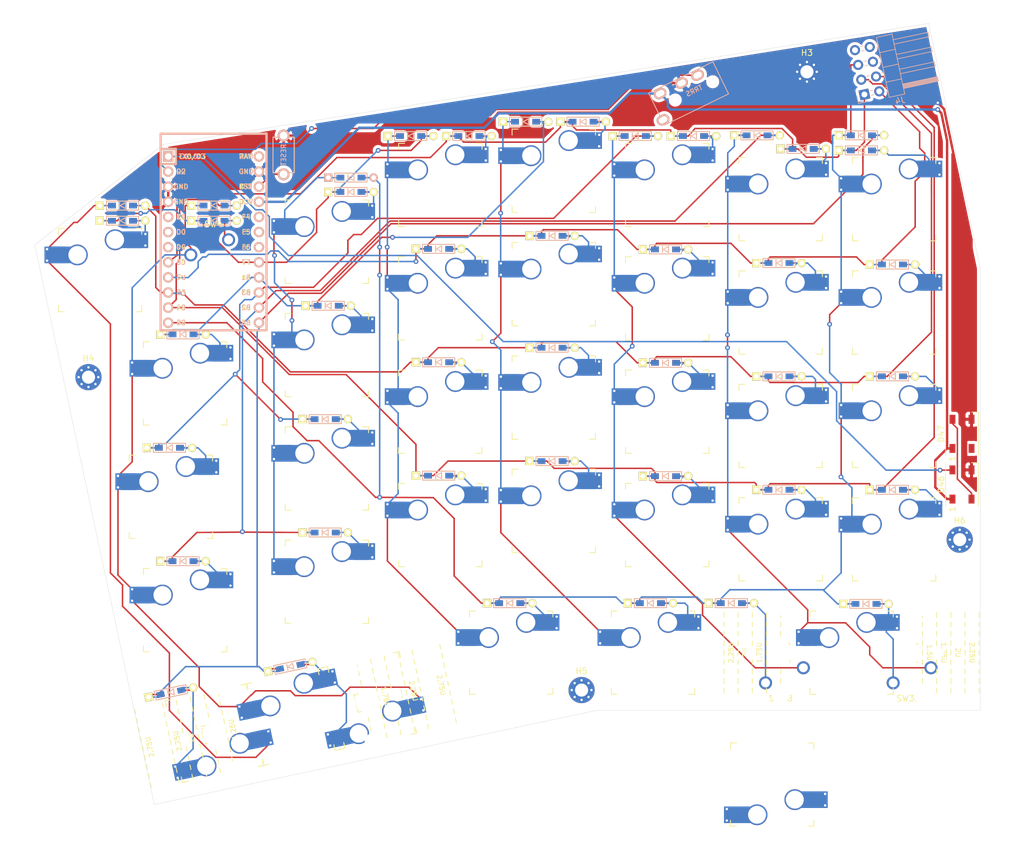
<source format=kicad_pcb>
(kicad_pcb (version 20171130) (host pcbnew "(5.1.5-0-10_14)")
  (layers (0 F.Cu signal) (31 B.Cu signal) (34 B.Paste user) (35 F.Paste user) (36 B.SilkS user) (37 F.SilkS user) (38 B.Mask user) (39 F.Mask user) (44 Edge.Cuts user))
  (net 0 "")
  (net 1 pin6)
  (net 2 pin1)
  (net 3 pin2)
  (net 4 pin3)
  (net 5 pin4)
  (net 6 pin5)
  (net 7 pin7)
  (net 8 "Net-(D8-Pad2)")
  (net 9 "Net-(D9-Pad2)")
  (net 10 "Net-(D11-Pad2)")
  (net 11 "Net-(D12-Pad2)")
  (net 12 pin8)
  (net 13 "Net-(D14-Pad2)")
  (net 14 "Net-(D17-Pad2)")
  (net 15 "Net-(D18-Pad2)")
  (net 16 pin9)
  (net 17 "Net-(D20-Pad2)")
  (net 18 "Net-(D21-Pad2)")
  (net 19 "Net-(D23-Pad2)")
  (net 20 "Net-(D24-Pad2)")
  (net 21 pin10)
  (net 22 "Net-(D26-Pad2)")
  (net 23 "Net-(D27-Pad2)")
  (net 24 "Net-(D29-Pad2)")
  (net 25 "Net-(D30-Pad2)")
  (net 26 "Net-(D32-Pad2)")
  (net 27 "Net-(D33-Pad2)")
  (net 28 "Net-(D35-Pad2)")
  (net 29 "Net-(D36-Pad2)")
  (net 30 "Net-(D38-Pad2)")
  (net 31 "Net-(D41-Pad2)")
  (net 32 "Net-(D42-Pad2)")
  (net 33 "Net-(D44-Pad2)")
  (net 34 "Net-(D45-Pad2)")
  (net 35 "Net-(D46-Pad2)")
  (net 36 "Net-(D47-Pad2)")
  (net 37 data)
  (net 38 led)
  (net 39 GND1)
  (net 40 VCC)
  (net 41 "Net-(J3-PadA)")
  (net 42 "Net-(J4-Pad6)")
  (net 43 "Net-(J4-Pad7)")
  (net 44 "Net-(J4-Pad8)")
  (net 45 reset)
  (net 46 "Net-(U1-Pad24)")
  (net 47 "Net-(D1-Pad1)")
  (net 48 "Net-(D2-Pad2)")
  (net 49 "Net-(D5-Pad2)")
  (net 50 "Net-(D6-Pad2)")
  (net 51 "Net-(D7-Pad2)")
  (net 52 "Net-(D13-Pad2)")
  (net 53 "Net-(D19-Pad2)")
  (net 54 "Net-(D25-Pad2)")
  (net 55 "Net-(D31-Pad2)")
  (net 56 "Net-(D37-Pad2)")
  (net 57 "Net-(D43-Pad2)")
  (net 58 "Net-(D3-Pad2)")
  (net 59 "Net-(D4-Pad1)")
  (net 60 "Net-(D10-Pad1)")
  (net 61 "Net-(D16-Pad1)")
  (net 62 "Net-(D22-Pad1)")
  (net 63 "Net-(D28-Pad1)")
  (net 64 "Net-(D34-Pad1)")
  (net 65 "Net-(U1-Pad5)")
  (net 66 "Net-(U1-Pad6)")
  (net 67 "Net-(U1-Pad7)")
  (net 68 "Net-(U1-Pad18)")
  (net 69 "Net-(U1-Pad19)")
  (net 70 "Net-(U1-Pad20)")
  (module SMK_foostan:CherryMX_Hotswap_v2 (layer F.Cu) (at 158.115 160.274 180)
    (fp_text reference SW1)
    (fp_text value SW_PUSH)
    (pad 2 thru_hole circle (at 2.54 -5.08 180) (size 3.5 3.5) (drill 3) (layers *.Cu))
    (pad "" np_thru_hole circle (at 0 0 180) (size 3.9878 3.9878) (drill 3.9878) (layers *.Cu *.Mask))
    (pad 1 thru_hole circle (at -3.81 -2.54 180) (size 3.5 3.5) (drill 3) (layers *.Cu))
    (pad "" np_thru_hole circle (at -5.08 0 228.0996) (size 1.75 1.75) (drill 1.75) (layers *.Cu *.Mask))
    (pad "" np_thru_hole circle (at 5.08 0 228.0996) (size 1.75 1.75) (drill 1.75) (layers *.Cu *.Mask))
    (pad 1 thru_hole circle (at -8.89 -3.502 180) (size 0.8 0.8) (drill 0.4) (layers *.Cu))
    (pad 2 thru_hole circle (at 7.62 -6.042 180) (size 0.8 0.8) (drill 0.4) (layers *.Cu))
    (pad 1 thru_hole circle (at -8.89 -1.578 180) (size 0.8 0.8) (drill 0.4) (layers *.Cu))
    (pad 2 thru_hole circle (at 7.62 -4.118 180) (size 0.8 0.8) (drill 0.4) (layers *.Cu))
    (pad 1 smd rect (at -7.085 -2.54 180) (size 4.5 2.8) (layers B.Cu))
    (pad 2 smd rect (at 5.842 -5.08 180) (size 4.5 2.8) (layers B.Cu))
  )
  (module SMK_keebio:ArduinoProMicro (layer F.Cu) (at 64.3128 68.707 270)
    (fp_text reference U1 hide)
    (fp_text value ProMicro hide)
    (fp_text user D2 (at -11.43 5.461) (layer B.SilkS) (effects (font (size 0.8 0.8)) (justify mirror)))
    (fp_text user D0 (at -1.27 5.461) (layer B.SilkS) (effects (font (size 0.8 0.8)) (justify mirror)))
    (fp_text user D1 (at -3.81 5.461) (layer B.SilkS) (effects (font (size 0.8 0.8)) (justify mirror)))
    (fp_text user GND (at -6.35 5.461) (layer B.SilkS) (effects (font (size 0.8 0.8)) (justify mirror)))
    (fp_text user GND (at -8.89 5.461) (layer B.SilkS) (effects (font (size 0.8 0.8)) (justify mirror)))
    (fp_text user D4 (at 1.27 5.461) (layer B.SilkS) (effects (font (size 0.8 0.8)) (justify mirror)))
    (fp_text user C6 (at 3.81 5.461) (layer B.SilkS) (effects (font (size 0.8 0.8)) (justify mirror)))
    (fp_text user D7 (at 6.35 5.461) (layer B.SilkS) (effects (font (size 0.8 0.8)) (justify mirror)))
    (fp_text user E6 (at 8.89 5.461) (layer B.SilkS) (effects (font (size 0.8 0.8)) (justify mirror)))
    (fp_text user B4 (at 11.43 5.461) (layer B.SilkS) (effects (font (size 0.8 0.8)) (justify mirror)))
    (fp_text user B5 (at 13.97 5.461) (layer B.SilkS) (effects (font (size 0.8 0.8)) (justify mirror)))
    (fp_text user B6 (at 13.97 -5.461) (layer B.SilkS) (effects (font (size 0.8 0.8)) (justify mirror)))
    (fp_text user B2 (at 11.43 -5.461) (layer F.SilkS) (effects (font (size 0.8 0.8))))
    (fp_text user B3 (at 8.89 -5.461) (layer B.SilkS) (effects (font (size 0.8 0.8)) (justify mirror)))
    (fp_text user B1 (at 6.35 -5.461) (layer B.SilkS) (effects (font (size 0.8 0.8)) (justify mirror)))
    (fp_text user F7 (at 3.81 -5.461) (layer F.SilkS) (effects (font (size 0.8 0.8))))
    (fp_text user F6 (at 1.27 -5.461) (layer F.SilkS) (effects (font (size 0.8 0.8))))
    (fp_text user F5 (at -1.27 -5.461) (layer F.SilkS) (effects (font (size 0.8 0.8))))
    (fp_text user F4 (at -3.81 -5.461) (layer B.SilkS) (effects (font (size 0.8 0.8)) (justify mirror)))
    (fp_text user VCC (at -6.35 -5.461) (layer B.SilkS) (effects (font (size 0.8 0.8)) (justify mirror)))
    (fp_text user GND (at -11.43 -5.461) (layer B.SilkS) (effects (font (size 0.8 0.8)) (justify mirror)))
    (fp_text user RAW (at -13.97 -5.461) (layer B.SilkS) (effects (font (size 0.8 0.8)) (justify mirror)))
    (fp_text user RAW (at -13.97 -5.461) (layer F.SilkS) (effects (font (size 0.8 0.8))))
    (fp_text user GND (at -11.43 -5.461) (layer F.SilkS) (effects (font (size 0.8 0.8))))
    (fp_text user ST (at -8.92 -5.73312) (layer F.SilkS) (effects (font (size 0.8 0.8))))
    (fp_text user VCC (at -6.35 -5.461) (layer F.SilkS) (effects (font (size 0.8 0.8))))
    (fp_text user F4 (at -3.81 -5.461) (layer F.SilkS) (effects (font (size 0.8 0.8))))
    (fp_text user F5 (at -1.27 -5.461) (layer B.SilkS) (effects (font (size 0.8 0.8)) (justify mirror)))
    (fp_text user F6 (at 1.27 -5.461) (layer B.SilkS) (effects (font (size 0.8 0.8)) (justify mirror)))
    (fp_text user F7 (at 3.81 -5.461) (layer B.SilkS) (effects (font (size 0.8 0.8)) (justify mirror)))
    (fp_text user B1 (at 6.35 -5.461) (layer F.SilkS) (effects (font (size 0.8 0.8))))
    (fp_text user B3 (at 8.89 -5.461) (layer F.SilkS) (effects (font (size 0.8 0.8))))
    (fp_text user B2 (at 11.43 -5.461) (layer B.SilkS) (effects (font (size 0.8 0.8)) (justify mirror)))
    (fp_text user B6 (at 13.97 -5.461) (layer F.SilkS) (effects (font (size 0.8 0.8))))
    (fp_text user B5 (at 13.97 5.461) (layer F.SilkS) (effects (font (size 0.8 0.8))))
    (fp_text user B4 (at 11.43 5.461) (layer F.SilkS) (effects (font (size 0.8 0.8))))
    (fp_text user E6 (at 8.89 5.461) (layer F.SilkS) (effects (font (size 0.8 0.8))))
    (fp_text user D7 (at 6.35 5.461) (layer F.SilkS) (effects (font (size 0.8 0.8))))
    (fp_text user C6 (at 3.81 5.461) (layer F.SilkS) (effects (font (size 0.8 0.8))))
    (fp_text user D4 (at 1.27 5.461) (layer F.SilkS) (effects (font (size 0.8 0.8))))
    (fp_text user GND (at -8.89 5.461) (layer F.SilkS) (effects (font (size 0.8 0.8))))
    (fp_text user GND (at -6.35 5.461) (layer F.SilkS) (effects (font (size 0.8 0.8))))
    (fp_text user D1 (at -3.81 5.461) (layer F.SilkS) (effects (font (size 0.8 0.8))))
    (fp_text user D0 (at -1.27 5.461) (layer F.SilkS) (effects (font (size 0.8 0.8))))
    (fp_text user D2 (at -11.43 5.461) (layer F.SilkS) (effects (font (size 0.8 0.8))))
    (fp_text user TX0/D3 (at -13.97 3.571872) (layer B.SilkS) (effects (font (size 0.8 0.8)) (justify mirror)))
    (fp_text user TX0/D3 (at -13.97 3.571872) (layer F.SilkS) (effects (font (size 0.8 0.8))))
    (fp_text user ST (at -8.91 -5.04) (layer B.SilkS) (effects (font (size 0.8 0.8)) (justify mirror)))
    (pad 1 thru_hole rect (at -13.97 7.62 270) (size 1.7526 1.7526) (drill 1.0922) (layers *.Cu *.SilkS *.Mask) (net 38 led))
    (pad 2 thru_hole circle (at -11.43 7.62 270) (size 1.7526 1.7526) (drill 1.0922) (layers *.Cu *.SilkS *.Mask) (net 37 data))
    (pad 3 thru_hole circle (at -8.89 7.62 270) (size 1.7526 1.7526) (drill 1.0922) (layers *.Cu *.SilkS *.Mask) (net 39 GND1))
    (pad 4 thru_hole circle (at -6.35 7.62 270) (size 1.7526 1.7526) (drill 1.0922) (layers *.Cu *.SilkS *.Mask) (net 39 GND1))
    (pad 5 thru_hole circle (at -3.81 7.62 270) (size 1.7526 1.7526) (drill 1.0922) (layers *.Cu *.SilkS *.Mask) (net 65 "Net-(U1-Pad5)"))
    (pad 6 thru_hole circle (at -1.27 7.62 270) (size 1.7526 1.7526) (drill 1.0922) (layers *.Cu *.SilkS *.Mask) (net 66 "Net-(U1-Pad6)"))
    (pad 7 thru_hole circle (at 1.27 7.62 270) (size 1.7526 1.7526) (drill 1.0922) (layers *.Cu *.SilkS *.Mask) (net 67 "Net-(U1-Pad7)"))
    (pad 8 thru_hole circle (at 3.81 7.62 270) (size 1.7526 1.7526) (drill 1.0922) (layers *.Cu *.SilkS *.Mask) (net 1 pin6))
    (pad 9 thru_hole circle (at 6.35 7.62 270) (size 1.7526 1.7526) (drill 1.0922) (layers *.Cu *.SilkS *.Mask) (net 7 pin7))
    (pad 10 thru_hole circle (at 8.89 7.62 270) (size 1.7526 1.7526) (drill 1.0922) (layers *.Cu *.SilkS *.Mask) (net 12 pin8))
    (pad 11 thru_hole circle (at 11.43 7.62 270) (size 1.7526 1.7526) (drill 1.0922) (layers *.Cu *.SilkS *.Mask) (net 16 pin9))
    (pad 13 thru_hole circle (at 13.97 -7.62 270) (size 1.7526 1.7526) (drill 1.0922) (layers *.Cu *.SilkS *.Mask) (net 6 pin5))
    (pad 14 thru_hole circle (at 11.43 -7.62 270) (size 1.7526 1.7526) (drill 1.0922) (layers *.Cu *.SilkS *.Mask) (net 5 pin4))
    (pad 15 thru_hole circle (at 8.89 -7.62 270) (size 1.7526 1.7526) (drill 1.0922) (layers *.Cu *.SilkS *.Mask) (net 4 pin3))
    (pad 16 thru_hole circle (at 6.35 -7.62 270) (size 1.7526 1.7526) (drill 1.0922) (layers *.Cu *.SilkS *.Mask) (net 3 pin2))
    (pad 17 thru_hole circle (at 3.81 -7.62 270) (size 1.7526 1.7526) (drill 1.0922) (layers *.Cu *.SilkS *.Mask) (net 2 pin1))
    (pad 18 thru_hole circle (at 1.27 -7.62 270) (size 1.7526 1.7526) (drill 1.0922) (layers *.Cu *.SilkS *.Mask) (net 68 "Net-(U1-Pad18)"))
    (pad 19 thru_hole circle (at -1.27 -7.62 270) (size 1.7526 1.7526) (drill 1.0922) (layers *.Cu *.SilkS *.Mask) (net 69 "Net-(U1-Pad19)"))
    (pad 20 thru_hole circle (at -3.81 -7.62 270) (size 1.7526 1.7526) (drill 1.0922) (layers *.Cu *.SilkS *.Mask) (net 70 "Net-(U1-Pad20)"))
    (pad 21 thru_hole circle (at -6.35 -7.62 270) (size 1.7526 1.7526) (drill 1.0922) (layers *.Cu *.SilkS *.Mask) (net 40 VCC))
    (pad 22 thru_hole circle (at -8.89 -7.62 270) (size 1.7526 1.7526) (drill 1.0922) (layers *.Cu *.SilkS *.Mask) (net 45 reset))
    (pad 23 thru_hole circle (at -11.43 -7.62 270) (size 1.7526 1.7526) (drill 1.0922) (layers *.Cu *.SilkS *.Mask) (net 39 GND1))
    (pad 12 thru_hole circle (at 13.97 7.62 270) (size 1.7526 1.7526) (drill 1.0922) (layers *.Cu *.SilkS *.Mask) (net 21 pin10))
    (pad 24 thru_hole circle (at -13.97 -7.62 270) (size 1.7526 1.7526) (drill 1.0922) (layers *.Cu *.SilkS *.Mask) (net 46 "Net-(U1-Pad24)"))
  )
  (module SMK_SU120:D3_TH_SMD (layer F.Cu) (at 173.101 51.181)
    (fp_text reference D40 hide)
    (fp_text value D hide)
    (pad 2 smd rect (at 1.775 0) (size 1.3 0.95) (layers F.Cu F.Paste F.Mask) (net 6 pin5))
    (pad 2 thru_hole circle (at 3.81 0) (size 1.397 1.397) (drill 0.8128) (layers *.Cu *.Mask F.SilkS) (net 6 pin5))
    (pad 1 thru_hole rect (at -3.81 0) (size 1.397 1.397) (drill 0.8128) (layers *.Cu *.Mask F.SilkS) (net 21 pin10))
    (pad 1 smd rect (at -1.775 0) (size 1.3 0.95) (layers B.Cu B.Paste B.Mask) (net 21 pin10))
    (pad 2 smd rect (at 1.775 0) (size 1.3 0.95) (layers B.Cu B.Paste B.Mask) (net 6 pin5))
    (pad 1 smd rect (at -1.775 0) (size 1.3 0.95) (layers F.Cu F.Paste F.Mask) (net 21 pin10))
  )
  (module SMK_SU120:D3_TH_SMD (layer F.Cu) (at 59.182 84.6455)
    (fp_text reference D6 hide)
    (fp_text value D hide)
    (pad 2 smd rect (at 1.775 0) (size 1.3 0.95) (layers F.Cu F.Paste F.Mask) (net 50 "Net-(D6-Pad2)"))
    (pad 2 thru_hole circle (at 3.81 0) (size 1.397 1.397) (drill 0.8128) (layers *.Cu *.Mask F.SilkS) (net 50 "Net-(D6-Pad2)"))
    (pad 1 thru_hole rect (at -3.81 0) (size 1.397 1.397) (drill 0.8128) (layers *.Cu *.Mask F.SilkS) (net 3 pin2))
    (pad 1 smd rect (at -1.775 0) (size 1.3 0.95) (layers B.Cu B.Paste B.Mask) (net 3 pin2))
    (pad 2 smd rect (at 1.775 0) (size 1.3 0.95) (layers B.Cu B.Paste B.Mask) (net 50 "Net-(D6-Pad2)"))
    (pad 1 smd rect (at -1.775 0) (size 1.3 0.95) (layers F.Cu F.Paste F.Mask) (net 3 pin2))
  )
  (module SMK_foostan:CherryMX_Hotswap_v2 (layer F.Cu) (at 78.074656 148.752598 12)
    (fp_text reference SW8)
    (fp_text value SW_Push)
    (pad 2 thru_hole circle (at 2.54 -5.08 12) (size 3.5 3.5) (drill 3) (layers *.Cu) (net 9 "Net-(D9-Pad2)"))
    (pad "" np_thru_hole circle (at 0 0 12) (size 3.9878 3.9878) (drill 3.9878) (layers *.Cu *.Mask))
    (pad 1 thru_hole circle (at -3.81 -2.54 12) (size 3.5 3.5) (drill 3) (layers *.Cu) (net 59 "Net-(D4-Pad1)"))
    (pad "" np_thru_hole circle (at -5.08 0 60.0996) (size 1.75 1.75) (drill 1.75) (layers *.Cu *.Mask))
    (pad "" np_thru_hole circle (at 5.08 0 60.0996) (size 1.75 1.75) (drill 1.75) (layers *.Cu *.Mask))
    (pad 1 smd rect (at -7.084999 -2.54 12) (size 2.55 2.8) (layers B.Cu B.Paste B.Mask) (net 59 "Net-(D4-Pad1)"))
    (pad 2 smd rect (at 5.815 -5.08 12) (size 2.55 2.8) (layers B.Cu B.Paste B.Mask) (net 9 "Net-(D9-Pad2)"))
    (pad 1 thru_hole circle (at -8.89 -3.502 12) (size 0.8 0.8) (drill 0.4) (layers *.Cu) (net 59 "Net-(D4-Pad1)"))
    (pad 2 thru_hole circle (at 7.62 -6.042 12) (size 0.8 0.8) (drill 0.4) (layers *.Cu) (net 9 "Net-(D9-Pad2)"))
    (pad 1 thru_hole circle (at -8.89 -1.578 12) (size 0.8 0.8) (drill 0.4) (layers *.Cu) (net 59 "Net-(D4-Pad1)"))
    (pad 2 thru_hole circle (at 7.62 -4.118 12) (size 0.8 0.8) (drill 0.4) (layers *.Cu) (net 9 "Net-(D9-Pad2)"))
    (pad 1 smd rect (at -7.085 -2.54 12) (size 4.5 2.8) (layers B.Cu) (net 59 "Net-(D4-Pad1)"))
    (pad 2 smd rect (at 5.842 -5.08 12) (size 4.5 2.8) (layers B.Cu) (net 9 "Net-(D9-Pad2)"))
  )
  (module SMK_SU120:CherryMX_MidHeight_Choc_Hotswap_2.75U_Outline (layer F.Cu) (at 78.074656 148.752598 192)
    (fp_text reference H2 hide)
    (fp_text value MountingHole hide)
    (fp_text user 2.75U (at -25.003125 0 282 unlocked) (layer F.SilkS) (effects (font (size 0.8 0.8))))
    (fp_text user 2.25U (at -20.240625 0 282 unlocked) (layer F.SilkS) (effects (font (size 0.8 0.8))))
    (fp_text user 2U (at -17.859375 0 282 unlocked) (layer F.SilkS) (effects (font (size 0.8 0.8))))
    (fp_text user 1.75U (at -15.478125 0 282 unlocked) (layer F.SilkS) (effects (font (size 0.8 0.8))))
    (fp_text user 1.5U (at -13.096875 0 282 unlocked) (layer F.SilkS) (effects (font (size 0.8 0.8))))
    (fp_text user 1.25U (at -10.715625 0 282 unlocked) (layer F.SilkS) (effects (font (size 0.8 0.8))))
    (fp_text user 2.75U (at 25.003125 0 102 unlocked) (layer F.SilkS) (effects (font (size 0.8 0.8))))
    (fp_text user 2.25U (at 20.240625 0 102 unlocked) (layer F.SilkS) (effects (font (size 0.8 0.8))))
    (fp_text user 2U (at 17.859375 0 102 unlocked) (layer F.SilkS) (effects (font (size 0.8 0.8))))
    (fp_text user 1.5U (at 13.096875 0 102 unlocked) (layer F.SilkS) (effects (font (size 0.8 0.8))))
    (fp_text user 1.75U (at 15.478125 0 102 unlocked) (layer F.SilkS) (effects (font (size 0.8 0.8))))
    (fp_text user 1.25U (at 10.715625 0 102 unlocked) (layer F.SilkS) (effects (font (size 0.8 0.8))))
    (pad "" np_thru_hole circle (at 11.938 8.255 192) (size 3.9878 3.9878) (drill 3.9878) (layers *.Cu *.Mask))
    (pad "" np_thru_hole circle (at -11.938 8.255 192) (size 3.9878 3.9878) (drill 3.9878) (layers *.Cu *.Mask))
    (pad "" np_thru_hole circle (at 11.938 -6.985 192) (size 3.048 3.048) (drill 3.048) (layers *.Cu *.Mask))
    (pad "" np_thru_hole circle (at -11.938 -6.985 192) (size 3.048 3.048) (drill 3.048) (layers *.Cu *.Mask))
  )
  (module SMK_SU120:D3_TH_SMD (layer F.Cu) (at 97.409 51.308)
    (fp_text reference D16 hide)
    (fp_text value D hide)
    (pad 2 smd rect (at 1.775 0) (size 1.3 0.95) (layers F.Cu F.Paste F.Mask) (net 2 pin1))
    (pad 2 thru_hole circle (at 3.81 0) (size 1.397 1.397) (drill 0.8128) (layers *.Cu *.Mask F.SilkS) (net 2 pin1))
    (pad 1 thru_hole rect (at -3.81 0) (size 1.397 1.397) (drill 0.8128) (layers *.Cu *.Mask F.SilkS) (net 61 "Net-(D16-Pad1)"))
    (pad 1 smd rect (at -1.775 0) (size 1.3 0.95) (layers B.Cu B.Paste B.Mask) (net 61 "Net-(D16-Pad1)"))
    (pad 2 smd rect (at 1.775 0) (size 1.3 0.95) (layers B.Cu B.Paste B.Mask) (net 2 pin1))
    (pad 1 smd rect (at -1.775 0) (size 1.3 0.95) (layers F.Cu F.Paste F.Mask) (net 61 "Net-(D16-Pad1)"))
  )
  (module SMK_SU120:D3_TH_SMD (layer F.Cu) (at 87.376 60.706)
    (fp_text reference D11 hide)
    (fp_text value D hide)
    (pad 2 smd rect (at 1.775 0) (size 1.3 0.95) (layers F.Cu F.Paste F.Mask) (net 10 "Net-(D11-Pad2)"))
    (pad 2 thru_hole circle (at 3.81 0) (size 1.397 1.397) (drill 0.8128) (layers *.Cu *.Mask F.SilkS) (net 10 "Net-(D11-Pad2)"))
    (pad 1 thru_hole rect (at -3.81 0) (size 1.397 1.397) (drill 0.8128) (layers *.Cu *.Mask F.SilkS) (net 2 pin1))
    (pad 1 smd rect (at -1.775 0) (size 1.3 0.95) (layers B.Cu B.Paste B.Mask) (net 2 pin1))
    (pad 2 smd rect (at 1.775 0) (size 1.3 0.95) (layers B.Cu B.Paste B.Mask) (net 10 "Net-(D11-Pad2)"))
    (pad 1 smd rect (at -1.775 0) (size 1.3 0.95) (layers F.Cu F.Paste F.Mask) (net 2 pin1))
  )
  (module SMK_foostan:CherryMX_Hotswap_v2 (layer F.Cu) (at 45.24375 73.81875)
    (fp_text reference SW2)
    (fp_text value SW_Push)
    (pad 2 thru_hole circle (at 2.54 -5.08) (size 3.5 3.5) (drill 3) (layers *.Cu) (net 48 "Net-(D2-Pad2)"))
    (pad "" np_thru_hole circle (at 0 0) (size 3.9878 3.9878) (drill 3.9878) (layers *.Cu *.Mask))
    (pad 1 thru_hole circle (at -3.81 -2.54) (size 3.5 3.5) (drill 3) (layers *.Cu) (net 47 "Net-(D1-Pad1)"))
    (pad "" np_thru_hole circle (at -5.08 0 48.0996) (size 1.75 1.75) (drill 1.75) (layers *.Cu *.Mask))
    (pad "" np_thru_hole circle (at 5.08 0 48.0996) (size 1.75 1.75) (drill 1.75) (layers *.Cu *.Mask))
    (pad 1 smd rect (at -7.085 -2.54) (size 2.55 2.8) (layers B.Cu B.Paste B.Mask) (net 47 "Net-(D1-Pad1)"))
    (pad 2 smd rect (at 5.815 -5.08) (size 2.55 2.8) (layers B.Cu B.Paste B.Mask) (net 48 "Net-(D2-Pad2)"))
    (pad 1 thru_hole circle (at -8.89 -3.502) (size 0.8 0.8) (drill 0.4) (layers *.Cu) (net 47 "Net-(D1-Pad1)"))
    (pad 2 thru_hole circle (at 7.62 -6.042) (size 0.8 0.8) (drill 0.4) (layers *.Cu) (net 48 "Net-(D2-Pad2)"))
    (pad 1 thru_hole circle (at -8.89 -1.578) (size 0.8 0.8) (drill 0.4) (layers *.Cu) (net 47 "Net-(D1-Pad1)"))
    (pad 2 thru_hole circle (at 7.62 -4.118) (size 0.8 0.8) (drill 0.4) (layers *.Cu) (net 48 "Net-(D2-Pad2)"))
    (pad 1 smd rect (at -7.085 -2.54) (size 4.5 2.8) (layers B.Cu) (net 47 "Net-(D1-Pad1)"))
    (pad 2 smd rect (at 5.842 -5.08) (size 4.5 2.8) (layers B.Cu) (net 48 "Net-(D2-Pad2)"))
  )
  (module SMK_SU120:D3_TH_SMD (layer F.Cu) (at 49.022 62.992)
    (fp_text reference D1 hide)
    (fp_text value D hide)
    (pad 2 smd rect (at 1.775 0) (size 1.3 0.95) (layers F.Cu F.Paste F.Mask) (net 12 pin8))
    (pad 2 thru_hole circle (at 3.81 0) (size 1.397 1.397) (drill 0.8128) (layers *.Cu *.Mask F.SilkS) (net 12 pin8))
    (pad 1 thru_hole rect (at -3.81 0) (size 1.397 1.397) (drill 0.8128) (layers *.Cu *.Mask F.SilkS) (net 47 "Net-(D1-Pad1)"))
    (pad 1 smd rect (at -1.775 0) (size 1.3 0.95) (layers B.Cu B.Paste B.Mask) (net 47 "Net-(D1-Pad1)"))
    (pad 2 smd rect (at 1.775 0) (size 1.3 0.95) (layers B.Cu B.Paste B.Mask) (net 12 pin8))
    (pad 1 smd rect (at -1.775 0) (size 1.3 0.95) (layers F.Cu F.Paste F.Mask) (net 47 "Net-(D1-Pad1)"))
  )
  (module SMK_SU120:D3_TH_SMD (layer F.Cu) (at 49.022 65.532)
    (fp_text reference D2 hide)
    (fp_text value D hide)
    (pad 2 smd rect (at 1.775 0) (size 1.3 0.95) (layers F.Cu F.Paste F.Mask) (net 48 "Net-(D2-Pad2)"))
    (pad 2 thru_hole circle (at 3.81 0) (size 1.397 1.397) (drill 0.8128) (layers *.Cu *.Mask F.SilkS) (net 48 "Net-(D2-Pad2)"))
    (pad 1 thru_hole rect (at -3.81 0) (size 1.397 1.397) (drill 0.8128) (layers *.Cu *.Mask F.SilkS) (net 2 pin1))
    (pad 1 smd rect (at -1.775 0) (size 1.3 0.95) (layers B.Cu B.Paste B.Mask) (net 2 pin1))
    (pad 2 smd rect (at 1.775 0) (size 1.3 0.95) (layers B.Cu B.Paste B.Mask) (net 48 "Net-(D2-Pad2)"))
    (pad 1 smd rect (at -1.775 0) (size 1.3 0.95) (layers F.Cu F.Paste F.Mask) (net 2 pin1))
  )
  (module SMK_SU120:D3_TH_SMD (layer F.Cu) (at 64.389 62.992)
    (fp_text reference D4 hide)
    (fp_text value D hide)
    (pad 1 smd rect (at -1.775 0) (size 1.3 0.95) (layers F.Cu F.Paste F.Mask) (net 59 "Net-(D4-Pad1)"))
    (pad 2 smd rect (at 1.775 0) (size 1.3 0.95) (layers B.Cu B.Paste B.Mask) (net 16 pin9))
    (pad 1 smd rect (at -1.775 0) (size 1.3 0.95) (layers B.Cu B.Paste B.Mask) (net 59 "Net-(D4-Pad1)"))
    (pad 1 thru_hole rect (at -3.81 0) (size 1.397 1.397) (drill 0.8128) (layers *.Cu *.Mask F.SilkS) (net 59 "Net-(D4-Pad1)"))
    (pad 2 thru_hole circle (at 3.81 0) (size 1.397 1.397) (drill 0.8128) (layers *.Cu *.Mask F.SilkS) (net 16 pin9))
    (pad 2 smd rect (at 1.775 0) (size 1.3 0.95) (layers F.Cu F.Paste F.Mask) (net 16 pin9))
  )
  (module SMK_SU120:D3_TH_SMD (layer F.Cu) (at 64.389 65.532)
    (fp_text reference D5 hide)
    (fp_text value D hide)
    (pad 2 smd rect (at 1.775 0) (size 1.3 0.95) (layers F.Cu F.Paste F.Mask) (net 49 "Net-(D5-Pad2)"))
    (pad 2 thru_hole circle (at 3.81 0) (size 1.397 1.397) (drill 0.8128) (layers *.Cu *.Mask F.SilkS) (net 49 "Net-(D5-Pad2)"))
    (pad 1 thru_hole rect (at -3.81 0) (size 1.397 1.397) (drill 0.8128) (layers *.Cu *.Mask F.SilkS) (net 2 pin1))
    (pad 1 smd rect (at -1.775 0) (size 1.3 0.95) (layers B.Cu B.Paste B.Mask) (net 2 pin1))
    (pad 2 smd rect (at 1.775 0) (size 1.3 0.95) (layers B.Cu B.Paste B.Mask) (net 49 "Net-(D5-Pad2)"))
    (pad 1 smd rect (at -1.775 0) (size 1.3 0.95) (layers F.Cu F.Paste F.Mask) (net 2 pin1))
  )
  (module SMK_SU120:D3_TH_SMD (layer F.Cu) (at 56.896 103.6955)
    (fp_text reference D7 hide)
    (fp_text value D hide)
    (pad 2 smd rect (at 1.775 0) (size 1.3 0.95) (layers F.Cu F.Paste F.Mask) (net 51 "Net-(D7-Pad2)"))
    (pad 2 thru_hole circle (at 3.81 0) (size 1.397 1.397) (drill 0.8128) (layers *.Cu *.Mask F.SilkS) (net 51 "Net-(D7-Pad2)"))
    (pad 1 thru_hole rect (at -3.81 0) (size 1.397 1.397) (drill 0.8128) (layers *.Cu *.Mask F.SilkS) (net 4 pin3))
    (pad 1 smd rect (at -1.775 0) (size 1.3 0.95) (layers B.Cu B.Paste B.Mask) (net 4 pin3))
    (pad 2 smd rect (at 1.775 0) (size 1.3 0.95) (layers B.Cu B.Paste B.Mask) (net 51 "Net-(D7-Pad2)"))
    (pad 1 smd rect (at -1.775 0) (size 1.3 0.95) (layers F.Cu F.Paste F.Mask) (net 4 pin3))
  )
  (module SMK_SU120:D3_TH_SMD (layer F.Cu) (at 59.182 122.7455)
    (fp_text reference D8 hide)
    (fp_text value D hide)
    (pad 2 smd rect (at 1.775 0) (size 1.3 0.95) (layers F.Cu F.Paste F.Mask) (net 8 "Net-(D8-Pad2)"))
    (pad 2 thru_hole circle (at 3.81 0) (size 1.397 1.397) (drill 0.8128) (layers *.Cu *.Mask F.SilkS) (net 8 "Net-(D8-Pad2)"))
    (pad 1 thru_hole rect (at -3.81 0) (size 1.397 1.397) (drill 0.8128) (layers *.Cu *.Mask F.SilkS) (net 5 pin4))
    (pad 1 smd rect (at -1.775 0) (size 1.3 0.95) (layers B.Cu B.Paste B.Mask) (net 5 pin4))
    (pad 2 smd rect (at 1.775 0) (size 1.3 0.95) (layers B.Cu B.Paste B.Mask) (net 8 "Net-(D8-Pad2)"))
    (pad 1 smd rect (at -1.775 0) (size 1.3 0.95) (layers F.Cu F.Paste F.Mask) (net 5 pin4))
  )
  (module SMK_SU120:D3_TH_SMD (layer F.Cu) (at 77.1906 140.462 12)
    (fp_text reference D9 hide)
    (fp_text value D hide)
    (pad 2 smd rect (at 1.775 0 12) (size 1.3 0.95) (layers F.Cu F.Paste F.Mask) (net 9 "Net-(D9-Pad2)"))
    (pad 2 thru_hole circle (at 3.81 0 12) (size 1.397 1.397) (drill 0.8128) (layers *.Cu *.Mask F.SilkS) (net 9 "Net-(D9-Pad2)"))
    (pad 1 thru_hole rect (at -3.81 0 12) (size 1.397 1.397) (drill 0.8128) (layers *.Cu *.Mask F.SilkS) (net 6 pin5))
    (pad 1 smd rect (at -1.775 0 12) (size 1.3 0.95) (layers B.Cu B.Paste B.Mask) (net 6 pin5))
    (pad 2 smd rect (at 1.775 0 12) (size 1.3 0.95) (layers B.Cu B.Paste B.Mask) (net 9 "Net-(D9-Pad2)"))
    (pad 1 smd rect (at -1.775 0 12) (size 1.3 0.95) (layers F.Cu F.Paste F.Mask) (net 6 pin5))
  )
  (module SMK_SU120:D3_TH_SMD (layer B.Cu) (at 87.376 58.293)
    (fp_text reference D10 hide)
    (fp_text value D hide)
    (pad 2 smd rect (at 1.775 0) (size 1.3 0.95) (layers B.Cu B.Paste B.Mask) (net 21 pin10))
    (pad 2 thru_hole circle (at 3.81 0) (size 1.397 1.397) (drill 0.8128) (layers *.Cu *.Mask B.SilkS) (net 21 pin10))
    (pad 1 thru_hole rect (at -3.81 0) (size 1.397 1.397) (drill 0.8128) (layers *.Cu *.Mask B.SilkS) (net 60 "Net-(D10-Pad1)"))
    (pad 1 smd rect (at -1.775 0) (size 1.3 0.95) (layers F.Cu F.Paste F.Mask) (net 60 "Net-(D10-Pad1)"))
    (pad 2 smd rect (at 1.775 0) (size 1.3 0.95) (layers F.Cu F.Paste F.Mask) (net 21 pin10))
    (pad 1 smd rect (at -1.775 0) (size 1.3 0.95) (layers B.Cu B.Paste B.Mask) (net 60 "Net-(D10-Pad1)"))
  )
  (module SMK_SU120:D3_TH_SMD (layer F.Cu) (at 83.566 79.8195)
    (fp_text reference D12 hide)
    (fp_text value D hide)
    (pad 2 smd rect (at 1.775 0) (size 1.3 0.95) (layers F.Cu F.Paste F.Mask) (net 11 "Net-(D12-Pad2)"))
    (pad 2 thru_hole circle (at 3.81 0) (size 1.397 1.397) (drill 0.8128) (layers *.Cu *.Mask F.SilkS) (net 11 "Net-(D12-Pad2)"))
    (pad 1 thru_hole rect (at -3.81 0) (size 1.397 1.397) (drill 0.8128) (layers *.Cu *.Mask F.SilkS) (net 3 pin2))
    (pad 1 smd rect (at -1.775 0) (size 1.3 0.95) (layers B.Cu B.Paste B.Mask) (net 3 pin2))
    (pad 2 smd rect (at 1.775 0) (size 1.3 0.95) (layers B.Cu B.Paste B.Mask) (net 11 "Net-(D12-Pad2)"))
    (pad 1 smd rect (at -1.775 0) (size 1.3 0.95) (layers F.Cu F.Paste F.Mask) (net 3 pin2))
  )
  (module SMK_SU120:D3_TH_SMD (layer F.Cu) (at 83.058 98.8695)
    (fp_text reference D13 hide)
    (fp_text value D hide)
    (pad 2 smd rect (at 1.775 0) (size 1.3 0.95) (layers F.Cu F.Paste F.Mask) (net 52 "Net-(D13-Pad2)"))
    (pad 2 thru_hole circle (at 3.81 0) (size 1.397 1.397) (drill 0.8128) (layers *.Cu *.Mask F.SilkS) (net 52 "Net-(D13-Pad2)"))
    (pad 1 thru_hole rect (at -3.81 0) (size 1.397 1.397) (drill 0.8128) (layers *.Cu *.Mask F.SilkS) (net 4 pin3))
    (pad 1 smd rect (at -1.775 0) (size 1.3 0.95) (layers B.Cu B.Paste B.Mask) (net 4 pin3))
    (pad 2 smd rect (at 1.775 0) (size 1.3 0.95) (layers B.Cu B.Paste B.Mask) (net 52 "Net-(D13-Pad2)"))
    (pad 1 smd rect (at -1.775 0) (size 1.3 0.95) (layers F.Cu F.Paste F.Mask) (net 4 pin3))
  )
  (module SMK_SU120:D3_TH_SMD (layer F.Cu) (at 83.058 117.9195)
    (fp_text reference D14 hide)
    (fp_text value D hide)
    (pad 2 smd rect (at 1.775 0) (size 1.3 0.95) (layers F.Cu F.Paste F.Mask) (net 13 "Net-(D14-Pad2)"))
    (pad 2 thru_hole circle (at 3.81 0) (size 1.397 1.397) (drill 0.8128) (layers *.Cu *.Mask F.SilkS) (net 13 "Net-(D14-Pad2)"))
    (pad 1 thru_hole rect (at -3.81 0) (size 1.397 1.397) (drill 0.8128) (layers *.Cu *.Mask F.SilkS) (net 5 pin4))
    (pad 1 smd rect (at -1.775 0) (size 1.3 0.95) (layers B.Cu B.Paste B.Mask) (net 5 pin4))
    (pad 2 smd rect (at 1.775 0) (size 1.3 0.95) (layers B.Cu B.Paste B.Mask) (net 13 "Net-(D14-Pad2)"))
    (pad 1 smd rect (at -1.775 0) (size 1.3 0.95) (layers F.Cu F.Paste F.Mask) (net 5 pin4))
  )
  (module SMK_SU120:D3_TH_SMD (layer F.Cu) (at 107.188 51.308)
    (fp_text reference D17 hide)
    (fp_text value D hide)
    (pad 2 smd rect (at 1.775 0) (size 1.3 0.95) (layers F.Cu F.Paste F.Mask) (net 14 "Net-(D17-Pad2)"))
    (pad 2 thru_hole circle (at 3.81 0) (size 1.397 1.397) (drill 0.8128) (layers *.Cu *.Mask F.SilkS) (net 14 "Net-(D17-Pad2)"))
    (pad 1 thru_hole rect (at -3.81 0) (size 1.397 1.397) (drill 0.8128) (layers *.Cu *.Mask F.SilkS) (net 1 pin6))
    (pad 1 smd rect (at -1.775 0) (size 1.3 0.95) (layers B.Cu B.Paste B.Mask) (net 1 pin6))
    (pad 2 smd rect (at 1.775 0) (size 1.3 0.95) (layers B.Cu B.Paste B.Mask) (net 14 "Net-(D17-Pad2)"))
    (pad 1 smd rect (at -1.775 0) (size 1.3 0.95) (layers F.Cu F.Paste F.Mask) (net 1 pin6))
  )
  (module SMK_SU120:D3_TH_SMD (layer F.Cu) (at 102.108 70.26275)
    (fp_text reference D18 hide)
    (fp_text value D hide)
    (pad 2 smd rect (at 1.775 0) (size 1.3 0.95) (layers F.Cu F.Paste F.Mask) (net 15 "Net-(D18-Pad2)"))
    (pad 2 thru_hole circle (at 3.81 0) (size 1.397 1.397) (drill 0.8128) (layers *.Cu *.Mask F.SilkS) (net 15 "Net-(D18-Pad2)"))
    (pad 1 thru_hole rect (at -3.81 0) (size 1.397 1.397) (drill 0.8128) (layers *.Cu *.Mask F.SilkS) (net 7 pin7))
    (pad 1 smd rect (at -1.775 0) (size 1.3 0.95) (layers B.Cu B.Paste B.Mask) (net 7 pin7))
    (pad 2 smd rect (at 1.775 0) (size 1.3 0.95) (layers B.Cu B.Paste B.Mask) (net 15 "Net-(D18-Pad2)"))
    (pad 1 smd rect (at -1.775 0) (size 1.3 0.95) (layers F.Cu F.Paste F.Mask) (net 7 pin7))
  )
  (module SMK_SU120:D3_TH_SMD (layer F.Cu) (at 102.108 89.31275)
    (fp_text reference D19 hide)
    (fp_text value D hide)
    (pad 2 smd rect (at 1.775 0) (size 1.3 0.95) (layers F.Cu F.Paste F.Mask) (net 53 "Net-(D19-Pad2)"))
    (pad 2 thru_hole circle (at 3.81 0) (size 1.397 1.397) (drill 0.8128) (layers *.Cu *.Mask F.SilkS) (net 53 "Net-(D19-Pad2)"))
    (pad 1 thru_hole rect (at -3.81 0) (size 1.397 1.397) (drill 0.8128) (layers *.Cu *.Mask F.SilkS) (net 12 pin8))
    (pad 1 smd rect (at -1.775 0) (size 1.3 0.95) (layers B.Cu B.Paste B.Mask) (net 12 pin8))
    (pad 2 smd rect (at 1.775 0) (size 1.3 0.95) (layers B.Cu B.Paste B.Mask) (net 53 "Net-(D19-Pad2)"))
    (pad 1 smd rect (at -1.775 0) (size 1.3 0.95) (layers F.Cu F.Paste F.Mask) (net 12 pin8))
  )
  (module SMK_SU120:D3_TH_SMD (layer F.Cu) (at 102.108 108.36275)
    (fp_text reference D20 hide)
    (fp_text value D hide)
    (pad 2 smd rect (at 1.775 0) (size 1.3 0.95) (layers F.Cu F.Paste F.Mask) (net 17 "Net-(D20-Pad2)"))
    (pad 2 thru_hole circle (at 3.81 0) (size 1.397 1.397) (drill 0.8128) (layers *.Cu *.Mask F.SilkS) (net 17 "Net-(D20-Pad2)"))
    (pad 1 thru_hole rect (at -3.81 0) (size 1.397 1.397) (drill 0.8128) (layers *.Cu *.Mask F.SilkS) (net 16 pin9))
    (pad 1 smd rect (at -1.775 0) (size 1.3 0.95) (layers B.Cu B.Paste B.Mask) (net 16 pin9))
    (pad 2 smd rect (at 1.775 0) (size 1.3 0.95) (layers B.Cu B.Paste B.Mask) (net 17 "Net-(D20-Pad2)"))
    (pad 1 smd rect (at -1.775 0) (size 1.3 0.95) (layers F.Cu F.Paste F.Mask) (net 16 pin9))
  )
  (module SMK_SU120:D3_TH_SMD (layer F.Cu) (at 114.046 129.794)
    (fp_text reference D21 hide)
    (fp_text value D hide)
    (pad 2 smd rect (at 1.775 0) (size 1.3 0.95) (layers F.Cu F.Paste F.Mask) (net 18 "Net-(D21-Pad2)"))
    (pad 2 thru_hole circle (at 3.81 0) (size 1.397 1.397) (drill 0.8128) (layers *.Cu *.Mask F.SilkS) (net 18 "Net-(D21-Pad2)"))
    (pad 1 thru_hole rect (at -3.81 0) (size 1.397 1.397) (drill 0.8128) (layers *.Cu *.Mask F.SilkS) (net 21 pin10))
    (pad 1 smd rect (at -1.775 0) (size 1.3 0.95) (layers B.Cu B.Paste B.Mask) (net 21 pin10))
    (pad 2 smd rect (at 1.775 0) (size 1.3 0.95) (layers B.Cu B.Paste B.Mask) (net 18 "Net-(D21-Pad2)"))
    (pad 1 smd rect (at -1.775 0) (size 1.3 0.95) (layers F.Cu F.Paste F.Mask) (net 21 pin10))
  )
  (module SMK_SU120:D3_TH_SMD (layer F.Cu) (at 116.713 48.895)
    (fp_text reference D22 hide)
    (fp_text value D hide)
    (pad 1 smd rect (at -1.775 0) (size 1.3 0.95) (layers F.Cu F.Paste F.Mask) (net 62 "Net-(D22-Pad1)"))
    (pad 2 smd rect (at 1.775 0) (size 1.3 0.95) (layers B.Cu B.Paste B.Mask) (net 3 pin2))
    (pad 1 smd rect (at -1.775 0) (size 1.3 0.95) (layers B.Cu B.Paste B.Mask) (net 62 "Net-(D22-Pad1)"))
    (pad 1 thru_hole rect (at -3.81 0) (size 1.397 1.397) (drill 0.8128) (layers *.Cu *.Mask F.SilkS) (net 62 "Net-(D22-Pad1)"))
    (pad 2 thru_hole circle (at 3.81 0) (size 1.397 1.397) (drill 0.8128) (layers *.Cu *.Mask F.SilkS) (net 3 pin2))
    (pad 2 smd rect (at 1.775 0) (size 1.3 0.95) (layers F.Cu F.Paste F.Mask) (net 3 pin2))
  )
  (module SMK_SU120:D3_TH_SMD (layer F.Cu) (at 126.365 48.895)
    (fp_text reference D23 hide)
    (fp_text value D hide)
    (pad 2 smd rect (at 1.775 0) (size 1.3 0.95) (layers F.Cu F.Paste F.Mask) (net 19 "Net-(D23-Pad2)"))
    (pad 2 thru_hole circle (at 3.81 0) (size 1.397 1.397) (drill 0.8128) (layers *.Cu *.Mask F.SilkS) (net 19 "Net-(D23-Pad2)"))
    (pad 1 thru_hole rect (at -3.81 0) (size 1.397 1.397) (drill 0.8128) (layers *.Cu *.Mask F.SilkS) (net 1 pin6))
    (pad 1 smd rect (at -1.775 0) (size 1.3 0.95) (layers B.Cu B.Paste B.Mask) (net 1 pin6))
    (pad 2 smd rect (at 1.775 0) (size 1.3 0.95) (layers B.Cu B.Paste B.Mask) (net 19 "Net-(D23-Pad2)"))
    (pad 1 smd rect (at -1.775 0) (size 1.3 0.95) (layers F.Cu F.Paste F.Mask) (net 1 pin6))
  )
  (module SMK_SU120:D3_TH_SMD (layer F.Cu) (at 121.158 68.072)
    (fp_text reference D24 hide)
    (fp_text value D hide)
    (pad 2 smd rect (at 1.775 0) (size 1.3 0.95) (layers F.Cu F.Paste F.Mask) (net 20 "Net-(D24-Pad2)"))
    (pad 2 thru_hole circle (at 3.81 0) (size 1.397 1.397) (drill 0.8128) (layers *.Cu *.Mask F.SilkS) (net 20 "Net-(D24-Pad2)"))
    (pad 1 thru_hole rect (at -3.81 0) (size 1.397 1.397) (drill 0.8128) (layers *.Cu *.Mask F.SilkS) (net 7 pin7))
    (pad 1 smd rect (at -1.775 0) (size 1.3 0.95) (layers B.Cu B.Paste B.Mask) (net 7 pin7))
    (pad 2 smd rect (at 1.775 0) (size 1.3 0.95) (layers B.Cu B.Paste B.Mask) (net 20 "Net-(D24-Pad2)"))
    (pad 1 smd rect (at -1.775 0) (size 1.3 0.95) (layers F.Cu F.Paste F.Mask) (net 7 pin7))
  )
  (module SMK_SU120:D3_TH_SMD (layer F.Cu) (at 121.158 86.868)
    (fp_text reference D25 hide)
    (fp_text value D hide)
    (pad 2 smd rect (at 1.775 0) (size 1.3 0.95) (layers F.Cu F.Paste F.Mask) (net 54 "Net-(D25-Pad2)"))
    (pad 2 thru_hole circle (at 3.81 0) (size 1.397 1.397) (drill 0.8128) (layers *.Cu *.Mask F.SilkS) (net 54 "Net-(D25-Pad2)"))
    (pad 1 thru_hole rect (at -3.81 0) (size 1.397 1.397) (drill 0.8128) (layers *.Cu *.Mask F.SilkS) (net 12 pin8))
    (pad 1 smd rect (at -1.775 0) (size 1.3 0.95) (layers B.Cu B.Paste B.Mask) (net 12 pin8))
    (pad 2 smd rect (at 1.775 0) (size 1.3 0.95) (layers B.Cu B.Paste B.Mask) (net 54 "Net-(D25-Pad2)"))
    (pad 1 smd rect (at -1.775 0) (size 1.3 0.95) (layers F.Cu F.Paste F.Mask) (net 12 pin8))
  )
  (module SMK_SU120:D3_TH_SMD (layer F.Cu) (at 121.158 105.918)
    (fp_text reference D26 hide)
    (fp_text value D hide)
    (pad 2 smd rect (at 1.775 0) (size 1.3 0.95) (layers F.Cu F.Paste F.Mask) (net 22 "Net-(D26-Pad2)"))
    (pad 2 thru_hole circle (at 3.81 0) (size 1.397 1.397) (drill 0.8128) (layers *.Cu *.Mask F.SilkS) (net 22 "Net-(D26-Pad2)"))
    (pad 1 thru_hole rect (at -3.81 0) (size 1.397 1.397) (drill 0.8128) (layers *.Cu *.Mask F.SilkS) (net 16 pin9))
    (pad 1 smd rect (at -1.775 0) (size 1.3 0.95) (layers B.Cu B.Paste B.Mask) (net 16 pin9))
    (pad 2 smd rect (at 1.775 0) (size 1.3 0.95) (layers B.Cu B.Paste B.Mask) (net 22 "Net-(D26-Pad2)"))
    (pad 1 smd rect (at -1.775 0) (size 1.3 0.95) (layers F.Cu F.Paste F.Mask) (net 16 pin9))
  )
  (module SMK_SU120:D3_TH_SMD (layer F.Cu) (at 137.668 129.794)
    (fp_text reference D27 hide)
    (fp_text value D hide)
    (pad 2 smd rect (at 1.775 0) (size 1.3 0.95) (layers F.Cu F.Paste F.Mask) (net 23 "Net-(D27-Pad2)"))
    (pad 2 thru_hole circle (at 3.81 0) (size 1.397 1.397) (drill 0.8128) (layers *.Cu *.Mask F.SilkS) (net 23 "Net-(D27-Pad2)"))
    (pad 1 thru_hole rect (at -3.81 0) (size 1.397 1.397) (drill 0.8128) (layers *.Cu *.Mask F.SilkS) (net 21 pin10))
    (pad 1 smd rect (at -1.775 0) (size 1.3 0.95) (layers B.Cu B.Paste B.Mask) (net 21 pin10))
    (pad 2 smd rect (at 1.775 0) (size 1.3 0.95) (layers B.Cu B.Paste B.Mask) (net 23 "Net-(D27-Pad2)"))
    (pad 1 smd rect (at -1.775 0) (size 1.3 0.95) (layers F.Cu F.Paste F.Mask) (net 21 pin10))
  )
  (module SMK_SU120:D3_TH_SMD (layer F.Cu) (at 135.128 51.308)
    (fp_text reference D28 hide)
    (fp_text value D hide)
    (pad 2 smd rect (at 1.775 0) (size 1.3 0.95) (layers F.Cu F.Paste F.Mask) (net 4 pin3))
    (pad 2 thru_hole circle (at 3.81 0) (size 1.397 1.397) (drill 0.8128) (layers *.Cu *.Mask F.SilkS) (net 4 pin3))
    (pad 1 thru_hole rect (at -3.81 0) (size 1.397 1.397) (drill 0.8128) (layers *.Cu *.Mask F.SilkS) (net 63 "Net-(D28-Pad1)"))
    (pad 1 smd rect (at -1.775 0) (size 1.3 0.95) (layers B.Cu B.Paste B.Mask) (net 63 "Net-(D28-Pad1)"))
    (pad 2 smd rect (at 1.775 0) (size 1.3 0.95) (layers B.Cu B.Paste B.Mask) (net 4 pin3))
    (pad 1 smd rect (at -1.775 0) (size 1.3 0.95) (layers F.Cu F.Paste F.Mask) (net 63 "Net-(D28-Pad1)"))
  )
  (module SMK_SU120:D3_TH_SMD (layer F.Cu) (at 144.907 51.308)
    (fp_text reference D29 hide)
    (fp_text value D hide)
    (pad 2 smd rect (at 1.775 0) (size 1.3 0.95) (layers F.Cu F.Paste F.Mask) (net 24 "Net-(D29-Pad2)"))
    (pad 2 thru_hole circle (at 3.81 0) (size 1.397 1.397) (drill 0.8128) (layers *.Cu *.Mask F.SilkS) (net 24 "Net-(D29-Pad2)"))
    (pad 1 thru_hole rect (at -3.81 0) (size 1.397 1.397) (drill 0.8128) (layers *.Cu *.Mask F.SilkS) (net 1 pin6))
    (pad 1 smd rect (at -1.775 0) (size 1.3 0.95) (layers B.Cu B.Paste B.Mask) (net 1 pin6))
    (pad 2 smd rect (at 1.775 0) (size 1.3 0.95) (layers B.Cu B.Paste B.Mask) (net 24 "Net-(D29-Pad2)"))
    (pad 1 smd rect (at -1.775 0) (size 1.3 0.95) (layers F.Cu F.Paste F.Mask) (net 1 pin6))
  )
  (module SMK_SU120:D3_TH_SMD (layer F.Cu) (at 140.208 70.358)
    (fp_text reference D30 hide)
    (fp_text value D hide)
    (pad 2 smd rect (at 1.775 0) (size 1.3 0.95) (layers F.Cu F.Paste F.Mask) (net 25 "Net-(D30-Pad2)"))
    (pad 2 thru_hole circle (at 3.81 0) (size 1.397 1.397) (drill 0.8128) (layers *.Cu *.Mask F.SilkS) (net 25 "Net-(D30-Pad2)"))
    (pad 1 thru_hole rect (at -3.81 0) (size 1.397 1.397) (drill 0.8128) (layers *.Cu *.Mask F.SilkS) (net 7 pin7))
    (pad 1 smd rect (at -1.775 0) (size 1.3 0.95) (layers B.Cu B.Paste B.Mask) (net 7 pin7))
    (pad 2 smd rect (at 1.775 0) (size 1.3 0.95) (layers B.Cu B.Paste B.Mask) (net 25 "Net-(D30-Pad2)"))
    (pad 1 smd rect (at -1.775 0) (size 1.3 0.95) (layers F.Cu F.Paste F.Mask) (net 7 pin7))
  )
  (module SMK_SU120:D3_TH_SMD (layer F.Cu) (at 140.208 89.408)
    (fp_text reference D31 hide)
    (fp_text value D hide)
    (pad 2 smd rect (at 1.775 0) (size 1.3 0.95) (layers F.Cu F.Paste F.Mask) (net 55 "Net-(D31-Pad2)"))
    (pad 2 thru_hole circle (at 3.81 0) (size 1.397 1.397) (drill 0.8128) (layers *.Cu *.Mask F.SilkS) (net 55 "Net-(D31-Pad2)"))
    (pad 1 thru_hole rect (at -3.81 0) (size 1.397 1.397) (drill 0.8128) (layers *.Cu *.Mask F.SilkS) (net 12 pin8))
    (pad 1 smd rect (at -1.775 0) (size 1.3 0.95) (layers B.Cu B.Paste B.Mask) (net 12 pin8))
    (pad 2 smd rect (at 1.775 0) (size 1.3 0.95) (layers B.Cu B.Paste B.Mask) (net 55 "Net-(D31-Pad2)"))
    (pad 1 smd rect (at -1.775 0) (size 1.3 0.95) (layers F.Cu F.Paste F.Mask) (net 12 pin8))
  )
  (module SMK_SU120:D3_TH_SMD (layer F.Cu) (at 140.208 108.458)
    (fp_text reference D32 hide)
    (fp_text value D hide)
    (pad 2 smd rect (at 1.775 0) (size 1.3 0.95) (layers F.Cu F.Paste F.Mask) (net 26 "Net-(D32-Pad2)"))
    (pad 2 thru_hole circle (at 3.81 0) (size 1.397 1.397) (drill 0.8128) (layers *.Cu *.Mask F.SilkS) (net 26 "Net-(D32-Pad2)"))
    (pad 1 thru_hole rect (at -3.81 0) (size 1.397 1.397) (drill 0.8128) (layers *.Cu *.Mask F.SilkS) (net 16 pin9))
    (pad 1 smd rect (at -1.775 0) (size 1.3 0.95) (layers B.Cu B.Paste B.Mask) (net 16 pin9))
    (pad 2 smd rect (at 1.775 0) (size 1.3 0.95) (layers B.Cu B.Paste B.Mask) (net 26 "Net-(D32-Pad2)"))
    (pad 1 smd rect (at -1.775 0) (size 1.3 0.95) (layers F.Cu F.Paste F.Mask) (net 16 pin9))
  )
  (module SMK_SU120:D3_TH_SMD (layer F.Cu) (at 151.257 129.794)
    (fp_text reference D33 hide)
    (fp_text value D hide)
    (pad 2 smd rect (at 1.775 0) (size 1.3 0.95) (layers F.Cu F.Paste F.Mask) (net 27 "Net-(D33-Pad2)"))
    (pad 2 thru_hole circle (at 3.81 0) (size 1.397 1.397) (drill 0.8128) (layers *.Cu *.Mask F.SilkS) (net 27 "Net-(D33-Pad2)"))
    (pad 1 thru_hole rect (at -3.81 0) (size 1.397 1.397) (drill 0.8128) (layers *.Cu *.Mask F.SilkS) (net 21 pin10))
    (pad 1 smd rect (at -1.775 0) (size 1.3 0.95) (layers B.Cu B.Paste B.Mask) (net 21 pin10))
    (pad 2 smd rect (at 1.775 0) (size 1.3 0.95) (layers B.Cu B.Paste B.Mask) (net 27 "Net-(D33-Pad2)"))
    (pad 1 smd rect (at -1.775 0) (size 1.3 0.95) (layers F.Cu F.Paste F.Mask) (net 21 pin10))
  )
  (module SMK_SU120:D3_TH_SMD (layer F.Cu) (at 155.575 51.181)
    (fp_text reference D34 hide)
    (fp_text value D hide)
    (pad 1 smd rect (at -1.775 0) (size 1.3 0.95) (layers F.Cu F.Paste F.Mask) (net 64 "Net-(D34-Pad1)"))
    (pad 2 smd rect (at 1.775 0) (size 1.3 0.95) (layers B.Cu B.Paste B.Mask) (net 5 pin4))
    (pad 1 smd rect (at -1.775 0) (size 1.3 0.95) (layers B.Cu B.Paste B.Mask) (net 64 "Net-(D34-Pad1)"))
    (pad 1 thru_hole rect (at -3.81 0) (size 1.397 1.397) (drill 0.8128) (layers *.Cu *.Mask F.SilkS) (net 64 "Net-(D34-Pad1)"))
    (pad 2 thru_hole circle (at 3.81 0) (size 1.397 1.397) (drill 0.8128) (layers *.Cu *.Mask F.SilkS) (net 5 pin4))
    (pad 2 smd rect (at 1.775 0) (size 1.3 0.95) (layers F.Cu F.Paste F.Mask) (net 5 pin4))
  )
  (module SMK_SU120:D3_TH_SMD (layer F.Cu) (at 163.322 53.467)
    (fp_text reference D35 hide)
    (fp_text value D hide)
    (pad 2 smd rect (at 1.775 0) (size 1.3 0.95) (layers F.Cu F.Paste F.Mask) (net 28 "Net-(D35-Pad2)"))
    (pad 2 thru_hole circle (at 3.81 0) (size 1.397 1.397) (drill 0.8128) (layers *.Cu *.Mask F.SilkS) (net 28 "Net-(D35-Pad2)"))
    (pad 1 thru_hole rect (at -3.81 0) (size 1.397 1.397) (drill 0.8128) (layers *.Cu *.Mask F.SilkS) (net 1 pin6))
    (pad 1 smd rect (at -1.775 0) (size 1.3 0.95) (layers B.Cu B.Paste B.Mask) (net 1 pin6))
    (pad 2 smd rect (at 1.775 0) (size 1.3 0.95) (layers B.Cu B.Paste B.Mask) (net 28 "Net-(D35-Pad2)"))
    (pad 1 smd rect (at -1.775 0) (size 1.3 0.95) (layers F.Cu F.Paste F.Mask) (net 1 pin6))
  )
  (module SMK_SU120:D3_TH_SMD (layer F.Cu) (at 159.258 72.644)
    (fp_text reference D36 hide)
    (fp_text value D hide)
    (pad 2 smd rect (at 1.775 0) (size 1.3 0.95) (layers F.Cu F.Paste F.Mask) (net 29 "Net-(D36-Pad2)"))
    (pad 2 thru_hole circle (at 3.81 0) (size 1.397 1.397) (drill 0.8128) (layers *.Cu *.Mask F.SilkS) (net 29 "Net-(D36-Pad2)"))
    (pad 1 thru_hole rect (at -3.81 0) (size 1.397 1.397) (drill 0.8128) (layers *.Cu *.Mask F.SilkS) (net 7 pin7))
    (pad 1 smd rect (at -1.775 0) (size 1.3 0.95) (layers B.Cu B.Paste B.Mask) (net 7 pin7))
    (pad 2 smd rect (at 1.775 0) (size 1.3 0.95) (layers B.Cu B.Paste B.Mask) (net 29 "Net-(D36-Pad2)"))
    (pad 1 smd rect (at -1.775 0) (size 1.3 0.95) (layers F.Cu F.Paste F.Mask) (net 7 pin7))
  )
  (module SMK_SU120:D3_TH_SMD (layer F.Cu) (at 159.258 91.694)
    (fp_text reference D37 hide)
    (fp_text value D hide)
    (pad 2 smd rect (at 1.775 0) (size 1.3 0.95) (layers F.Cu F.Paste F.Mask) (net 56 "Net-(D37-Pad2)"))
    (pad 2 thru_hole circle (at 3.81 0) (size 1.397 1.397) (drill 0.8128) (layers *.Cu *.Mask F.SilkS) (net 56 "Net-(D37-Pad2)"))
    (pad 1 thru_hole rect (at -3.81 0) (size 1.397 1.397) (drill 0.8128) (layers *.Cu *.Mask F.SilkS) (net 12 pin8))
    (pad 1 smd rect (at -1.775 0) (size 1.3 0.95) (layers B.Cu B.Paste B.Mask) (net 12 pin8))
    (pad 2 smd rect (at 1.775 0) (size 1.3 0.95) (layers B.Cu B.Paste B.Mask) (net 56 "Net-(D37-Pad2)"))
    (pad 1 smd rect (at -1.775 0) (size 1.3 0.95) (layers F.Cu F.Paste F.Mask) (net 12 pin8))
  )
  (module SMK_SU120:D3_TH_SMD (layer F.Cu) (at 159.258 110.744)
    (fp_text reference D38 hide)
    (fp_text value D hide)
    (pad 2 smd rect (at 1.775 0) (size 1.3 0.95) (layers F.Cu F.Paste F.Mask) (net 30 "Net-(D38-Pad2)"))
    (pad 2 thru_hole circle (at 3.81 0) (size 1.397 1.397) (drill 0.8128) (layers *.Cu *.Mask F.SilkS) (net 30 "Net-(D38-Pad2)"))
    (pad 1 thru_hole rect (at -3.81 0) (size 1.397 1.397) (drill 0.8128) (layers *.Cu *.Mask F.SilkS) (net 16 pin9))
    (pad 1 smd rect (at -1.775 0) (size 1.3 0.95) (layers B.Cu B.Paste B.Mask) (net 16 pin9))
    (pad 2 smd rect (at 1.775 0) (size 1.3 0.95) (layers B.Cu B.Paste B.Mask) (net 30 "Net-(D38-Pad2)"))
    (pad 1 smd rect (at -1.775 0) (size 1.3 0.95) (layers F.Cu F.Paste F.Mask) (net 16 pin9))
  )
  (module SMK_SU120:D3_TH_SMD (layer F.Cu) (at 173.101 53.721)
    (fp_text reference D41 hide)
    (fp_text value D hide)
    (pad 2 smd rect (at 1.775 0) (size 1.3 0.95) (layers F.Cu F.Paste F.Mask) (net 31 "Net-(D41-Pad2)"))
    (pad 2 thru_hole circle (at 3.81 0) (size 1.397 1.397) (drill 0.8128) (layers *.Cu *.Mask F.SilkS) (net 31 "Net-(D41-Pad2)"))
    (pad 1 thru_hole rect (at -3.81 0) (size 1.397 1.397) (drill 0.8128) (layers *.Cu *.Mask F.SilkS) (net 1 pin6))
    (pad 1 smd rect (at -1.775 0) (size 1.3 0.95) (layers B.Cu B.Paste B.Mask) (net 1 pin6))
    (pad 2 smd rect (at 1.775 0) (size 1.3 0.95) (layers B.Cu B.Paste B.Mask) (net 31 "Net-(D41-Pad2)"))
    (pad 1 smd rect (at -1.775 0) (size 1.3 0.95) (layers F.Cu F.Paste F.Mask) (net 1 pin6))
  )
  (module SMK_SU120:D3_TH_SMD (layer F.Cu) (at 178.308 72.898)
    (fp_text reference D42 hide)
    (fp_text value D hide)
    (pad 2 smd rect (at 1.775 0) (size 1.3 0.95) (layers F.Cu F.Paste F.Mask) (net 32 "Net-(D42-Pad2)"))
    (pad 2 thru_hole circle (at 3.81 0) (size 1.397 1.397) (drill 0.8128) (layers *.Cu *.Mask F.SilkS) (net 32 "Net-(D42-Pad2)"))
    (pad 1 thru_hole rect (at -3.81 0) (size 1.397 1.397) (drill 0.8128) (layers *.Cu *.Mask F.SilkS) (net 7 pin7))
    (pad 1 smd rect (at -1.775 0) (size 1.3 0.95) (layers B.Cu B.Paste B.Mask) (net 7 pin7))
    (pad 2 smd rect (at 1.775 0) (size 1.3 0.95) (layers B.Cu B.Paste B.Mask) (net 32 "Net-(D42-Pad2)"))
    (pad 1 smd rect (at -1.775 0) (size 1.3 0.95) (layers F.Cu F.Paste F.Mask) (net 7 pin7))
  )
  (module SMK_SU120:D3_TH_SMD (layer F.Cu) (at 178.308 91.694)
    (fp_text reference D43 hide)
    (fp_text value D hide)
    (pad 2 smd rect (at 1.775 0) (size 1.3 0.95) (layers F.Cu F.Paste F.Mask) (net 57 "Net-(D43-Pad2)"))
    (pad 2 thru_hole circle (at 3.81 0) (size 1.397 1.397) (drill 0.8128) (layers *.Cu *.Mask F.SilkS) (net 57 "Net-(D43-Pad2)"))
    (pad 1 thru_hole rect (at -3.81 0) (size 1.397 1.397) (drill 0.8128) (layers *.Cu *.Mask F.SilkS) (net 12 pin8))
    (pad 1 smd rect (at -1.775 0) (size 1.3 0.95) (layers B.Cu B.Paste B.Mask) (net 12 pin8))
    (pad 2 smd rect (at 1.775 0) (size 1.3 0.95) (layers B.Cu B.Paste B.Mask) (net 57 "Net-(D43-Pad2)"))
    (pad 1 smd rect (at -1.775 0) (size 1.3 0.95) (layers F.Cu F.Paste F.Mask) (net 12 pin8))
  )
  (module SMK_SU120:D3_TH_SMD (layer F.Cu) (at 178.308 110.744)
    (fp_text reference D44 hide)
    (fp_text value D hide)
    (pad 2 smd rect (at 1.775 0) (size 1.3 0.95) (layers F.Cu F.Paste F.Mask) (net 33 "Net-(D44-Pad2)"))
    (pad 2 thru_hole circle (at 3.81 0) (size 1.397 1.397) (drill 0.8128) (layers *.Cu *.Mask F.SilkS) (net 33 "Net-(D44-Pad2)"))
    (pad 1 thru_hole rect (at -3.81 0) (size 1.397 1.397) (drill 0.8128) (layers *.Cu *.Mask F.SilkS) (net 16 pin9))
    (pad 1 smd rect (at -1.775 0) (size 1.3 0.95) (layers B.Cu B.Paste B.Mask) (net 16 pin9))
    (pad 2 smd rect (at 1.775 0) (size 1.3 0.95) (layers B.Cu B.Paste B.Mask) (net 33 "Net-(D44-Pad2)"))
    (pad 1 smd rect (at -1.775 0) (size 1.3 0.95) (layers F.Cu F.Paste F.Mask) (net 16 pin9))
  )
  (module SMK_SU120:D3_TH_SMD (layer F.Cu) (at 173.863 129.921)
    (fp_text reference D45 hide)
    (fp_text value D hide)
    (pad 2 smd rect (at 1.775 0) (size 1.3 0.95) (layers F.Cu F.Paste F.Mask) (net 34 "Net-(D45-Pad2)"))
    (pad 2 thru_hole circle (at 3.81 0) (size 1.397 1.397) (drill 0.8128) (layers *.Cu *.Mask F.SilkS) (net 34 "Net-(D45-Pad2)"))
    (pad 1 thru_hole rect (at -3.81 0) (size 1.397 1.397) (drill 0.8128) (layers *.Cu *.Mask F.SilkS) (net 21 pin10))
    (pad 1 smd rect (at -1.775 0) (size 1.3 0.95) (layers B.Cu B.Paste B.Mask) (net 21 pin10))
    (pad 2 smd rect (at 1.775 0) (size 1.3 0.95) (layers B.Cu B.Paste B.Mask) (net 34 "Net-(D45-Pad2)"))
    (pad 1 smd rect (at -1.775 0) (size 1.3 0.95) (layers F.Cu F.Paste F.Mask) (net 21 pin10))
  )
  (module SMK_SU120:MJ-4PP-9 (layer B.Cu) (at 149.479 41.529 116)
    (fp_text reference J3)
    (fp_text value MJ-4PP-9 hide)
    (fp_text user TRRS (at 0 -4.96095 26) (layer B.SilkS) (effects (font (size 0.8 0.8)) (justify mirror)))
    (pad A thru_hole oval (at -2.1 -11.8 116) (size 1.7 2.2) (drill oval 1 1.5) (layers *.Cu *.Mask B.SilkS) (net 41 "Net-(J3-PadA)") (clearance 0.15))
    (pad D thru_hole oval (at 2.1 -10.3 116) (size 1.7 2.2) (drill oval 1 1.5) (layers *.Cu *.Mask B.SilkS) (net 40 VCC) (clearance 0.15))
    (pad C thru_hole oval (at 2.1 -6.3 116) (size 1.7 2.2) (drill oval 1 1.5) (layers *.Cu *.Mask B.SilkS) (net 39 GND1) (clearance 0.15))
    (pad B thru_hole oval (at 2.1 -3.3 116) (size 1.7 2.2) (drill oval 1 1.5) (layers *.Cu *.Mask B.SilkS) (net 37 data) (clearance 0.15))
    (pad "" np_thru_hole circle (at 0 -8.5 116) (size 1.2 1.2) (drill 1.2) (layers *.Cu *.Mask B.SilkS))
    (pad "" np_thru_hole circle (at 0 -1.5 116) (size 1.2 1.2) (drill 1.2) (layers *.Cu *.Mask B.SilkS))
  )
  (module SMK_foostan:CherryMX_Hotswap_v2 (layer F.Cu) (at 59.53125 92.86875)
    (fp_text reference SW5)
    (fp_text value SW_Push)
    (pad 2 thru_hole circle (at 2.54 -5.08) (size 3.5 3.5) (drill 3) (layers *.Cu) (net 50 "Net-(D6-Pad2)"))
    (pad "" np_thru_hole circle (at 0 0) (size 3.9878 3.9878) (drill 3.9878) (layers *.Cu *.Mask))
    (pad 1 thru_hole circle (at -3.81 -2.54) (size 3.5 3.5) (drill 3) (layers *.Cu) (net 59 "Net-(D4-Pad1)"))
    (pad "" np_thru_hole circle (at -5.08 0 48.0996) (size 1.75 1.75) (drill 1.75) (layers *.Cu *.Mask))
    (pad "" np_thru_hole circle (at 5.08 0 48.0996) (size 1.75 1.75) (drill 1.75) (layers *.Cu *.Mask))
    (pad 1 smd rect (at -7.085 -2.54) (size 2.55 2.8) (layers B.Cu B.Paste B.Mask) (net 59 "Net-(D4-Pad1)"))
    (pad 2 smd rect (at 5.815 -5.08) (size 2.55 2.8) (layers B.Cu B.Paste B.Mask) (net 50 "Net-(D6-Pad2)"))
    (pad 1 thru_hole circle (at -8.89 -3.502) (size 0.8 0.8) (drill 0.4) (layers *.Cu) (net 59 "Net-(D4-Pad1)"))
    (pad 2 thru_hole circle (at 7.62 -6.042) (size 0.8 0.8) (drill 0.4) (layers *.Cu) (net 50 "Net-(D6-Pad2)"))
    (pad 1 thru_hole circle (at -8.89 -1.578) (size 0.8 0.8) (drill 0.4) (layers *.Cu) (net 59 "Net-(D4-Pad1)"))
    (pad 2 thru_hole circle (at 7.62 -4.118) (size 0.8 0.8) (drill 0.4) (layers *.Cu) (net 50 "Net-(D6-Pad2)"))
    (pad 1 smd rect (at -7.085 -2.54) (size 4.5 2.8) (layers B.Cu) (net 59 "Net-(D4-Pad1)"))
    (pad 2 smd rect (at 5.842 -5.08) (size 4.5 2.8) (layers B.Cu) (net 50 "Net-(D6-Pad2)"))
  )
  (module SMK_foostan:CherryMX_Hotswap_v2 (layer F.Cu) (at 57.15 111.91875)
    (fp_text reference SW6)
    (fp_text value SW_Push)
    (pad 2 thru_hole circle (at 2.54 -5.08) (size 3.5 3.5) (drill 3) (layers *.Cu) (net 51 "Net-(D7-Pad2)"))
    (pad "" np_thru_hole circle (at 0 0) (size 3.9878 3.9878) (drill 3.9878) (layers *.Cu *.Mask))
    (pad 1 thru_hole circle (at -3.81 -2.54) (size 3.5 3.5) (drill 3) (layers *.Cu) (net 59 "Net-(D4-Pad1)"))
    (pad "" np_thru_hole circle (at -5.08 0 48.0996) (size 1.75 1.75) (drill 1.75) (layers *.Cu *.Mask))
    (pad "" np_thru_hole circle (at 5.08 0 48.0996) (size 1.75 1.75) (drill 1.75) (layers *.Cu *.Mask))
    (pad 1 smd rect (at -7.085 -2.54) (size 2.55 2.8) (layers B.Cu B.Paste B.Mask) (net 59 "Net-(D4-Pad1)"))
    (pad 2 smd rect (at 5.815 -5.08) (size 2.55 2.8) (layers B.Cu B.Paste B.Mask) (net 51 "Net-(D7-Pad2)"))
    (pad 1 thru_hole circle (at -8.89 -3.502) (size 0.8 0.8) (drill 0.4) (layers *.Cu) (net 59 "Net-(D4-Pad1)"))
    (pad 2 thru_hole circle (at 7.62 -6.042) (size 0.8 0.8) (drill 0.4) (layers *.Cu) (net 51 "Net-(D7-Pad2)"))
    (pad 1 thru_hole circle (at -8.89 -1.578) (size 0.8 0.8) (drill 0.4) (layers *.Cu) (net 59 "Net-(D4-Pad1)"))
    (pad 2 thru_hole circle (at 7.62 -4.118) (size 0.8 0.8) (drill 0.4) (layers *.Cu) (net 51 "Net-(D7-Pad2)"))
    (pad 1 smd rect (at -7.085 -2.54) (size 4.5 2.8) (layers B.Cu) (net 59 "Net-(D4-Pad1)"))
    (pad 2 smd rect (at 5.842 -5.08) (size 4.5 2.8) (layers B.Cu) (net 51 "Net-(D7-Pad2)"))
  )
  (module SMK_foostan:CherryMX_Hotswap_v2 (layer F.Cu) (at 59.53125 130.96875)
    (fp_text reference SW7)
    (fp_text value SW_Push)
    (pad 2 thru_hole circle (at 2.54 -5.08) (size 3.5 3.5) (drill 3) (layers *.Cu) (net 8 "Net-(D8-Pad2)"))
    (pad "" np_thru_hole circle (at 0 0) (size 3.9878 3.9878) (drill 3.9878) (layers *.Cu *.Mask))
    (pad 1 thru_hole circle (at -3.81 -2.54) (size 3.5 3.5) (drill 3) (layers *.Cu) (net 59 "Net-(D4-Pad1)"))
    (pad "" np_thru_hole circle (at -5.08 0 48.0996) (size 1.75 1.75) (drill 1.75) (layers *.Cu *.Mask))
    (pad "" np_thru_hole circle (at 5.08 0 48.0996) (size 1.75 1.75) (drill 1.75) (layers *.Cu *.Mask))
    (pad 1 smd rect (at -7.085 -2.54) (size 2.55 2.8) (layers B.Cu B.Paste B.Mask) (net 59 "Net-(D4-Pad1)"))
    (pad 2 smd rect (at 5.815 -5.08) (size 2.55 2.8) (layers B.Cu B.Paste B.Mask) (net 8 "Net-(D8-Pad2)"))
    (pad 1 thru_hole circle (at -8.89 -3.502) (size 0.8 0.8) (drill 0.4) (layers *.Cu) (net 59 "Net-(D4-Pad1)"))
    (pad 2 thru_hole circle (at 7.62 -6.042) (size 0.8 0.8) (drill 0.4) (layers *.Cu) (net 8 "Net-(D8-Pad2)"))
    (pad 1 thru_hole circle (at -8.89 -1.578) (size 0.8 0.8) (drill 0.4) (layers *.Cu) (net 59 "Net-(D4-Pad1)"))
    (pad 2 thru_hole circle (at 7.62 -4.118) (size 0.8 0.8) (drill 0.4) (layers *.Cu) (net 8 "Net-(D8-Pad2)"))
    (pad 1 smd rect (at -7.085 -2.54) (size 4.5 2.8) (layers B.Cu) (net 59 "Net-(D4-Pad1)"))
    (pad 2 smd rect (at 5.842 -5.08) (size 4.5 2.8) (layers B.Cu) (net 8 "Net-(D8-Pad2)"))
  )
  (module SMK_SU120:ResetSW (layer B.Cu) (at 76.073 54.483 270)
    (fp_text reference SW1 hide)
    (fp_text value SW_Push)
    (fp_text user RESET (at 0 0 270) (layer B.SilkS) (effects (font (size 0.8 0.8)) (justify mirror)))
    (pad 1 thru_hole circle (at 3.25 0 270) (size 2 2) (drill 1.3) (layers *.Cu *.Mask B.SilkS) (net 45 reset))
    (pad 2 thru_hole circle (at -3.25 0 270) (size 2 2) (drill 1.3) (layers *.Cu *.Mask B.SilkS) (net 39 GND1))
  )
  (module SMK_foostan:CherryMX_Hotswap_v2 (layer F.Cu) (at 83.34375 107.15625)
    (fp_text reference SW11)
    (fp_text value SW_Push)
    (pad 2 thru_hole circle (at 2.54 -5.08) (size 3.5 3.5) (drill 3) (layers *.Cu) (net 52 "Net-(D13-Pad2)"))
    (pad "" np_thru_hole circle (at 0 0) (size 3.9878 3.9878) (drill 3.9878) (layers *.Cu *.Mask))
    (pad 1 thru_hole circle (at -3.81 -2.54) (size 3.5 3.5) (drill 3) (layers *.Cu) (net 60 "Net-(D10-Pad1)"))
    (pad "" np_thru_hole circle (at -5.08 0 48.0996) (size 1.75 1.75) (drill 1.75) (layers *.Cu *.Mask))
    (pad "" np_thru_hole circle (at 5.08 0 48.0996) (size 1.75 1.75) (drill 1.75) (layers *.Cu *.Mask))
    (pad 1 smd rect (at -7.085 -2.54) (size 2.55 2.8) (layers B.Cu B.Paste B.Mask) (net 60 "Net-(D10-Pad1)"))
    (pad 2 smd rect (at 5.815 -5.08) (size 2.55 2.8) (layers B.Cu B.Paste B.Mask) (net 52 "Net-(D13-Pad2)"))
    (pad 1 thru_hole circle (at -8.89 -3.502) (size 0.8 0.8) (drill 0.4) (layers *.Cu) (net 60 "Net-(D10-Pad1)"))
    (pad 2 thru_hole circle (at 7.62 -6.042) (size 0.8 0.8) (drill 0.4) (layers *.Cu) (net 52 "Net-(D13-Pad2)"))
    (pad 1 thru_hole circle (at -8.89 -1.578) (size 0.8 0.8) (drill 0.4) (layers *.Cu) (net 60 "Net-(D10-Pad1)"))
    (pad 2 thru_hole circle (at 7.62 -4.118) (size 0.8 0.8) (drill 0.4) (layers *.Cu) (net 52 "Net-(D13-Pad2)"))
    (pad 1 smd rect (at -7.085 -2.54) (size 4.5 2.8) (layers B.Cu) (net 60 "Net-(D10-Pad1)"))
    (pad 2 smd rect (at 5.842 -5.08) (size 4.5 2.8) (layers B.Cu) (net 52 "Net-(D13-Pad2)"))
  )
  (module SMK_foostan:CherryMX_Hotswap_v2 (layer F.Cu) (at 83.34375 126.20625)
    (fp_text reference SW12)
    (fp_text value SW_Push)
    (pad 2 thru_hole circle (at 2.54 -5.08) (size 3.5 3.5) (drill 3) (layers *.Cu) (net 13 "Net-(D14-Pad2)"))
    (pad "" np_thru_hole circle (at 0 0) (size 3.9878 3.9878) (drill 3.9878) (layers *.Cu *.Mask))
    (pad 1 thru_hole circle (at -3.81 -2.54) (size 3.5 3.5) (drill 3) (layers *.Cu) (net 60 "Net-(D10-Pad1)"))
    (pad "" np_thru_hole circle (at -5.08 0 48.0996) (size 1.75 1.75) (drill 1.75) (layers *.Cu *.Mask))
    (pad "" np_thru_hole circle (at 5.08 0 48.0996) (size 1.75 1.75) (drill 1.75) (layers *.Cu *.Mask))
    (pad 1 smd rect (at -7.085 -2.54) (size 2.55 2.8) (layers B.Cu B.Paste B.Mask) (net 60 "Net-(D10-Pad1)"))
    (pad 2 smd rect (at 5.815 -5.08) (size 2.55 2.8) (layers B.Cu B.Paste B.Mask) (net 13 "Net-(D14-Pad2)"))
    (pad 1 thru_hole circle (at -8.89 -3.502) (size 0.8 0.8) (drill 0.4) (layers *.Cu) (net 60 "Net-(D10-Pad1)"))
    (pad 2 thru_hole circle (at 7.62 -6.042) (size 0.8 0.8) (drill 0.4) (layers *.Cu) (net 13 "Net-(D14-Pad2)"))
    (pad 1 thru_hole circle (at -8.89 -1.578) (size 0.8 0.8) (drill 0.4) (layers *.Cu) (net 60 "Net-(D10-Pad1)"))
    (pad 2 thru_hole circle (at 7.62 -4.118) (size 0.8 0.8) (drill 0.4) (layers *.Cu) (net 13 "Net-(D14-Pad2)"))
    (pad 1 smd rect (at -7.085 -2.54) (size 4.5 2.8) (layers B.Cu) (net 60 "Net-(D10-Pad1)"))
    (pad 2 smd rect (at 5.842 -5.08) (size 4.5 2.8) (layers B.Cu) (net 13 "Net-(D14-Pad2)"))
  )
  (module SMK_foostan:CherryMX_Hotswap_v2 (layer F.Cu) (at 90.10636 146.23418 192)
    (fp_text reference SW13)
    (fp_text value SW_Push)
    (pad 2 thru_hole circle (at 2.54 -5.08 192) (size 3.5 3.5) (drill 3) (layers *.Cu) (net 9 "Net-(D9-Pad2)"))
    (pad "" np_thru_hole circle (at 0 0 192) (size 3.9878 3.9878) (drill 3.9878) (layers *.Cu *.Mask))
    (pad 1 thru_hole circle (at -3.81 -2.54 192) (size 3.5 3.5) (drill 3) (layers *.Cu) (net 59 "Net-(D4-Pad1)"))
    (pad "" np_thru_hole circle (at -5.08 0 240.0996) (size 1.75 1.75) (drill 1.75) (layers *.Cu *.Mask))
    (pad "" np_thru_hole circle (at 5.08 0 240.0996) (size 1.75 1.75) (drill 1.75) (layers *.Cu *.Mask))
    (pad 1 smd rect (at -7.084999 -2.54 192) (size 2.55 2.8) (layers B.Cu B.Paste B.Mask) (net 59 "Net-(D4-Pad1)"))
    (pad 2 smd rect (at 5.815 -5.08 192) (size 2.55 2.8) (layers B.Cu B.Paste B.Mask) (net 9 "Net-(D9-Pad2)"))
    (pad 1 thru_hole circle (at -8.89 -3.502 192) (size 0.8 0.8) (drill 0.4) (layers *.Cu) (net 59 "Net-(D4-Pad1)"))
    (pad 2 thru_hole circle (at 7.62 -6.042 192) (size 0.8 0.8) (drill 0.4) (layers *.Cu) (net 9 "Net-(D9-Pad2)"))
    (pad 1 thru_hole circle (at -8.89 -1.578 192) (size 0.8 0.8) (drill 0.4) (layers *.Cu) (net 59 "Net-(D4-Pad1)"))
    (pad 2 thru_hole circle (at 7.62 -4.118 192) (size 0.8 0.8) (drill 0.4) (layers *.Cu) (net 9 "Net-(D9-Pad2)"))
    (pad 1 smd rect (at -7.085 -2.54 192) (size 4.5 2.8) (layers B.Cu) (net 59 "Net-(D4-Pad1)"))
    (pad 2 smd rect (at 5.842 -5.08 192) (size 4.5 2.8) (layers B.Cu) (net 9 "Net-(D9-Pad2)"))
  )
  (module SMK_foostan:CherryMX_Hotswap_v2 (layer F.Cu) (at 102.39375 59.53125)
    (fp_text reference SW14)
    (fp_text value SW_Push)
    (pad 2 smd rect (at 5.842 -5.08) (size 4.5 2.8) (layers B.Cu) (net 14 "Net-(D17-Pad2)"))
    (pad 1 smd rect (at -7.085 -2.54) (size 4.5 2.8) (layers B.Cu) (net 61 "Net-(D16-Pad1)"))
    (pad 2 thru_hole circle (at 7.62 -4.118) (size 0.8 0.8) (drill 0.4) (layers *.Cu) (net 14 "Net-(D17-Pad2)"))
    (pad 1 thru_hole circle (at -8.89 -1.578) (size 0.8 0.8) (drill 0.4) (layers *.Cu) (net 61 "Net-(D16-Pad1)"))
    (pad 2 thru_hole circle (at 7.62 -6.042) (size 0.8 0.8) (drill 0.4) (layers *.Cu) (net 14 "Net-(D17-Pad2)"))
    (pad 1 thru_hole circle (at -8.89 -3.502) (size 0.8 0.8) (drill 0.4) (layers *.Cu) (net 61 "Net-(D16-Pad1)"))
    (pad 2 smd rect (at 5.815 -5.08) (size 2.55 2.8) (layers B.Cu B.Paste B.Mask) (net 14 "Net-(D17-Pad2)"))
    (pad 1 smd rect (at -7.085 -2.54) (size 2.55 2.8) (layers B.Cu B.Paste B.Mask) (net 61 "Net-(D16-Pad1)"))
    (pad "" np_thru_hole circle (at 5.08 0 48.0996) (size 1.75 1.75) (drill 1.75) (layers *.Cu *.Mask))
    (pad "" np_thru_hole circle (at -5.08 0 48.0996) (size 1.75 1.75) (drill 1.75) (layers *.Cu *.Mask))
    (pad 1 thru_hole circle (at -3.81 -2.54) (size 3.5 3.5) (drill 3) (layers *.Cu) (net 61 "Net-(D16-Pad1)"))
    (pad "" np_thru_hole circle (at 0 0) (size 3.9878 3.9878) (drill 3.9878) (layers *.Cu *.Mask))
    (pad 2 thru_hole circle (at 2.54 -5.08) (size 3.5 3.5) (drill 3) (layers *.Cu) (net 14 "Net-(D17-Pad2)"))
  )
  (module SMK_foostan:CherryMX_Hotswap_v2 (layer F.Cu) (at 102.39375 78.58125)
    (fp_text reference SW15)
    (fp_text value SW_Push)
    (pad 2 smd rect (at 5.842 -5.08) (size 4.5 2.8) (layers B.Cu) (net 15 "Net-(D18-Pad2)"))
    (pad 1 smd rect (at -7.085 -2.54) (size 4.5 2.8) (layers B.Cu) (net 61 "Net-(D16-Pad1)"))
    (pad 2 thru_hole circle (at 7.62 -4.118) (size 0.8 0.8) (drill 0.4) (layers *.Cu) (net 15 "Net-(D18-Pad2)"))
    (pad 1 thru_hole circle (at -8.89 -1.578) (size 0.8 0.8) (drill 0.4) (layers *.Cu) (net 61 "Net-(D16-Pad1)"))
    (pad 2 thru_hole circle (at 7.62 -6.042) (size 0.8 0.8) (drill 0.4) (layers *.Cu) (net 15 "Net-(D18-Pad2)"))
    (pad 1 thru_hole circle (at -8.89 -3.502) (size 0.8 0.8) (drill 0.4) (layers *.Cu) (net 61 "Net-(D16-Pad1)"))
    (pad 2 smd rect (at 5.815 -5.08) (size 2.55 2.8) (layers B.Cu B.Paste B.Mask) (net 15 "Net-(D18-Pad2)"))
    (pad 1 smd rect (at -7.085 -2.54) (size 2.55 2.8) (layers B.Cu B.Paste B.Mask) (net 61 "Net-(D16-Pad1)"))
    (pad "" np_thru_hole circle (at 5.08 0 48.0996) (size 1.75 1.75) (drill 1.75) (layers *.Cu *.Mask))
    (pad "" np_thru_hole circle (at -5.08 0 48.0996) (size 1.75 1.75) (drill 1.75) (layers *.Cu *.Mask))
    (pad 1 thru_hole circle (at -3.81 -2.54) (size 3.5 3.5) (drill 3) (layers *.Cu) (net 61 "Net-(D16-Pad1)"))
    (pad "" np_thru_hole circle (at 0 0) (size 3.9878 3.9878) (drill 3.9878) (layers *.Cu *.Mask))
    (pad 2 thru_hole circle (at 2.54 -5.08) (size 3.5 3.5) (drill 3) (layers *.Cu) (net 15 "Net-(D18-Pad2)"))
  )
  (module SMK_foostan:CherryMX_Hotswap_v2 (layer F.Cu) (at 102.39375 97.63125)
    (fp_text reference SW16)
    (fp_text value SW_Push)
    (pad 2 smd rect (at 5.842 -5.08) (size 4.5 2.8) (layers B.Cu) (net 53 "Net-(D19-Pad2)"))
    (pad 1 smd rect (at -7.085 -2.54) (size 4.5 2.8) (layers B.Cu) (net 61 "Net-(D16-Pad1)"))
    (pad 2 thru_hole circle (at 7.62 -4.118) (size 0.8 0.8) (drill 0.4) (layers *.Cu) (net 53 "Net-(D19-Pad2)"))
    (pad 1 thru_hole circle (at -8.89 -1.578) (size 0.8 0.8) (drill 0.4) (layers *.Cu) (net 61 "Net-(D16-Pad1)"))
    (pad 2 thru_hole circle (at 7.62 -6.042) (size 0.8 0.8) (drill 0.4) (layers *.Cu) (net 53 "Net-(D19-Pad2)"))
    (pad 1 thru_hole circle (at -8.89 -3.502) (size 0.8 0.8) (drill 0.4) (layers *.Cu) (net 61 "Net-(D16-Pad1)"))
    (pad 2 smd rect (at 5.815 -5.08) (size 2.55 2.8) (layers B.Cu B.Paste B.Mask) (net 53 "Net-(D19-Pad2)"))
    (pad 1 smd rect (at -7.085 -2.54) (size 2.55 2.8) (layers B.Cu B.Paste B.Mask) (net 61 "Net-(D16-Pad1)"))
    (pad "" np_thru_hole circle (at 5.08 0 48.0996) (size 1.75 1.75) (drill 1.75) (layers *.Cu *.Mask))
    (pad "" np_thru_hole circle (at -5.08 0 48.0996) (size 1.75 1.75) (drill 1.75) (layers *.Cu *.Mask))
    (pad 1 thru_hole circle (at -3.81 -2.54) (size 3.5 3.5) (drill 3) (layers *.Cu) (net 61 "Net-(D16-Pad1)"))
    (pad "" np_thru_hole circle (at 0 0) (size 3.9878 3.9878) (drill 3.9878) (layers *.Cu *.Mask))
    (pad 2 thru_hole circle (at 2.54 -5.08) (size 3.5 3.5) (drill 3) (layers *.Cu) (net 53 "Net-(D19-Pad2)"))
  )
  (module SMK_foostan:CherryMX_Hotswap_v2 (layer F.Cu) (at 102.39375 116.68125)
    (fp_text reference SW17)
    (fp_text value SW_Push)
    (pad 2 smd rect (at 5.842 -5.08) (size 4.5 2.8) (layers B.Cu) (net 17 "Net-(D20-Pad2)"))
    (pad 1 smd rect (at -7.085 -2.54) (size 4.5 2.8) (layers B.Cu) (net 61 "Net-(D16-Pad1)"))
    (pad 2 thru_hole circle (at 7.62 -4.118) (size 0.8 0.8) (drill 0.4) (layers *.Cu) (net 17 "Net-(D20-Pad2)"))
    (pad 1 thru_hole circle (at -8.89 -1.578) (size 0.8 0.8) (drill 0.4) (layers *.Cu) (net 61 "Net-(D16-Pad1)"))
    (pad 2 thru_hole circle (at 7.62 -6.042) (size 0.8 0.8) (drill 0.4) (layers *.Cu) (net 17 "Net-(D20-Pad2)"))
    (pad 1 thru_hole circle (at -8.89 -3.502) (size 0.8 0.8) (drill 0.4) (layers *.Cu) (net 61 "Net-(D16-Pad1)"))
    (pad 2 smd rect (at 5.815 -5.08) (size 2.55 2.8) (layers B.Cu B.Paste B.Mask) (net 17 "Net-(D20-Pad2)"))
    (pad 1 smd rect (at -7.085 -2.54) (size 2.55 2.8) (layers B.Cu B.Paste B.Mask) (net 61 "Net-(D16-Pad1)"))
    (pad "" np_thru_hole circle (at 5.08 0 48.0996) (size 1.75 1.75) (drill 1.75) (layers *.Cu *.Mask))
    (pad "" np_thru_hole circle (at -5.08 0 48.0996) (size 1.75 1.75) (drill 1.75) (layers *.Cu *.Mask))
    (pad 1 thru_hole circle (at -3.81 -2.54) (size 3.5 3.5) (drill 3) (layers *.Cu) (net 61 "Net-(D16-Pad1)"))
    (pad "" np_thru_hole circle (at 0 0) (size 3.9878 3.9878) (drill 3.9878) (layers *.Cu *.Mask))
    (pad 2 thru_hole circle (at 2.54 -5.08) (size 3.5 3.5) (drill 3) (layers *.Cu) (net 17 "Net-(D20-Pad2)"))
  )
  (module SMK_foostan:CherryMX_Hotswap_v2 (layer F.Cu) (at 114.3 138.1125)
    (fp_text reference SW18)
    (fp_text value SW_Push)
    (pad 2 smd rect (at 5.842 -5.08) (size 4.5 2.8) (layers B.Cu) (net 18 "Net-(D21-Pad2)"))
    (pad 1 smd rect (at -7.085 -2.54) (size 4.5 2.8) (layers B.Cu) (net 61 "Net-(D16-Pad1)"))
    (pad 2 thru_hole circle (at 7.62 -4.118) (size 0.8 0.8) (drill 0.4) (layers *.Cu) (net 18 "Net-(D21-Pad2)"))
    (pad 1 thru_hole circle (at -8.89 -1.578) (size 0.8 0.8) (drill 0.4) (layers *.Cu) (net 61 "Net-(D16-Pad1)"))
    (pad 2 thru_hole circle (at 7.62 -6.042) (size 0.8 0.8) (drill 0.4) (layers *.Cu) (net 18 "Net-(D21-Pad2)"))
    (pad 1 thru_hole circle (at -8.89 -3.502) (size 0.8 0.8) (drill 0.4) (layers *.Cu) (net 61 "Net-(D16-Pad1)"))
    (pad 2 smd rect (at 5.815 -5.08) (size 2.55 2.8) (layers B.Cu B.Paste B.Mask) (net 18 "Net-(D21-Pad2)"))
    (pad 1 smd rect (at -7.085 -2.54) (size 2.55 2.8) (layers B.Cu B.Paste B.Mask) (net 61 "Net-(D16-Pad1)"))
    (pad "" np_thru_hole circle (at 5.08 0 48.0996) (size 1.75 1.75) (drill 1.75) (layers *.Cu *.Mask))
    (pad "" np_thru_hole circle (at -5.08 0 48.0996) (size 1.75 1.75) (drill 1.75) (layers *.Cu *.Mask))
    (pad 1 thru_hole circle (at -3.81 -2.54) (size 3.5 3.5) (drill 3) (layers *.Cu) (net 61 "Net-(D16-Pad1)"))
    (pad "" np_thru_hole circle (at 0 0) (size 3.9878 3.9878) (drill 3.9878) (layers *.Cu *.Mask))
    (pad 2 thru_hole circle (at 2.54 -5.08) (size 3.5 3.5) (drill 3) (layers *.Cu) (net 18 "Net-(D21-Pad2)"))
  )
  (module SMK_foostan:CherryMX_Hotswap_v2 (layer F.Cu) (at 121.44375 57.15)
    (fp_text reference SW19)
    (fp_text value SW_Push)
    (pad 2 smd rect (at 5.842 -5.08) (size 4.5 2.8) (layers B.Cu) (net 19 "Net-(D23-Pad2)"))
    (pad 1 smd rect (at -7.085 -2.54) (size 4.5 2.8) (layers B.Cu) (net 62 "Net-(D22-Pad1)"))
    (pad 2 thru_hole circle (at 7.62 -4.118) (size 0.8 0.8) (drill 0.4) (layers *.Cu) (net 19 "Net-(D23-Pad2)"))
    (pad 1 thru_hole circle (at -8.89 -1.578) (size 0.8 0.8) (drill 0.4) (layers *.Cu) (net 62 "Net-(D22-Pad1)"))
    (pad 2 thru_hole circle (at 7.62 -6.042) (size 0.8 0.8) (drill 0.4) (layers *.Cu) (net 19 "Net-(D23-Pad2)"))
    (pad 1 thru_hole circle (at -8.89 -3.502) (size 0.8 0.8) (drill 0.4) (layers *.Cu) (net 62 "Net-(D22-Pad1)"))
    (pad 2 smd rect (at 5.815 -5.08) (size 2.55 2.8) (layers B.Cu B.Paste B.Mask) (net 19 "Net-(D23-Pad2)"))
    (pad 1 smd rect (at -7.085 -2.54) (size 2.55 2.8) (layers B.Cu B.Paste B.Mask) (net 62 "Net-(D22-Pad1)"))
    (pad "" np_thru_hole circle (at 5.08 0 48.0996) (size 1.75 1.75) (drill 1.75) (layers *.Cu *.Mask))
    (pad "" np_thru_hole circle (at -5.08 0 48.0996) (size 1.75 1.75) (drill 1.75) (layers *.Cu *.Mask))
    (pad 1 thru_hole circle (at -3.81 -2.54) (size 3.5 3.5) (drill 3) (layers *.Cu) (net 62 "Net-(D22-Pad1)"))
    (pad "" np_thru_hole circle (at 0 0) (size 3.9878 3.9878) (drill 3.9878) (layers *.Cu *.Mask))
    (pad 2 thru_hole circle (at 2.54 -5.08) (size 3.5 3.5) (drill 3) (layers *.Cu) (net 19 "Net-(D23-Pad2)"))
  )
  (module SMK_foostan:CherryMX_Hotswap_v2 (layer F.Cu) (at 121.44375 76.2)
    (fp_text reference SW20)
    (fp_text value SW_Push)
    (pad 2 smd rect (at 5.842 -5.08) (size 4.5 2.8) (layers B.Cu) (net 20 "Net-(D24-Pad2)"))
    (pad 1 smd rect (at -7.085 -2.54) (size 4.5 2.8) (layers B.Cu) (net 62 "Net-(D22-Pad1)"))
    (pad 2 thru_hole circle (at 7.62 -4.118) (size 0.8 0.8) (drill 0.4) (layers *.Cu) (net 20 "Net-(D24-Pad2)"))
    (pad 1 thru_hole circle (at -8.89 -1.578) (size 0.8 0.8) (drill 0.4) (layers *.Cu) (net 62 "Net-(D22-Pad1)"))
    (pad 2 thru_hole circle (at 7.62 -6.042) (size 0.8 0.8) (drill 0.4) (layers *.Cu) (net 20 "Net-(D24-Pad2)"))
    (pad 1 thru_hole circle (at -8.89 -3.502) (size 0.8 0.8) (drill 0.4) (layers *.Cu) (net 62 "Net-(D22-Pad1)"))
    (pad 2 smd rect (at 5.815 -5.08) (size 2.55 2.8) (layers B.Cu B.Paste B.Mask) (net 20 "Net-(D24-Pad2)"))
    (pad 1 smd rect (at -7.085 -2.54) (size 2.55 2.8) (layers B.Cu B.Paste B.Mask) (net 62 "Net-(D22-Pad1)"))
    (pad "" np_thru_hole circle (at 5.08 0 48.0996) (size 1.75 1.75) (drill 1.75) (layers *.Cu *.Mask))
    (pad "" np_thru_hole circle (at -5.08 0 48.0996) (size 1.75 1.75) (drill 1.75) (layers *.Cu *.Mask))
    (pad 1 thru_hole circle (at -3.81 -2.54) (size 3.5 3.5) (drill 3) (layers *.Cu) (net 62 "Net-(D22-Pad1)"))
    (pad "" np_thru_hole circle (at 0 0) (size 3.9878 3.9878) (drill 3.9878) (layers *.Cu *.Mask))
    (pad 2 thru_hole circle (at 2.54 -5.08) (size 3.5 3.5) (drill 3) (layers *.Cu) (net 20 "Net-(D24-Pad2)"))
  )
  (module SMK_foostan:CherryMX_Hotswap_v2 (layer F.Cu) (at 121.44375 95.25)
    (fp_text reference SW21)
    (fp_text value SW_Push)
    (pad 2 smd rect (at 5.842 -5.08) (size 4.5 2.8) (layers B.Cu) (net 54 "Net-(D25-Pad2)"))
    (pad 1 smd rect (at -7.085 -2.54) (size 4.5 2.8) (layers B.Cu) (net 62 "Net-(D22-Pad1)"))
    (pad 2 thru_hole circle (at 7.62 -4.118) (size 0.8 0.8) (drill 0.4) (layers *.Cu) (net 54 "Net-(D25-Pad2)"))
    (pad 1 thru_hole circle (at -8.89 -1.578) (size 0.8 0.8) (drill 0.4) (layers *.Cu) (net 62 "Net-(D22-Pad1)"))
    (pad 2 thru_hole circle (at 7.62 -6.042) (size 0.8 0.8) (drill 0.4) (layers *.Cu) (net 54 "Net-(D25-Pad2)"))
    (pad 1 thru_hole circle (at -8.89 -3.502) (size 0.8 0.8) (drill 0.4) (layers *.Cu) (net 62 "Net-(D22-Pad1)"))
    (pad 2 smd rect (at 5.815 -5.08) (size 2.55 2.8) (layers B.Cu B.Paste B.Mask) (net 54 "Net-(D25-Pad2)"))
    (pad 1 smd rect (at -7.085 -2.54) (size 2.55 2.8) (layers B.Cu B.Paste B.Mask) (net 62 "Net-(D22-Pad1)"))
    (pad "" np_thru_hole circle (at 5.08 0 48.0996) (size 1.75 1.75) (drill 1.75) (layers *.Cu *.Mask))
    (pad "" np_thru_hole circle (at -5.08 0 48.0996) (size 1.75 1.75) (drill 1.75) (layers *.Cu *.Mask))
    (pad 1 thru_hole circle (at -3.81 -2.54) (size 3.5 3.5) (drill 3) (layers *.Cu) (net 62 "Net-(D22-Pad1)"))
    (pad "" np_thru_hole circle (at 0 0) (size 3.9878 3.9878) (drill 3.9878) (layers *.Cu *.Mask))
    (pad 2 thru_hole circle (at 2.54 -5.08) (size 3.5 3.5) (drill 3) (layers *.Cu) (net 54 "Net-(D25-Pad2)"))
  )
  (module SMK_foostan:CherryMX_Hotswap_v2 (layer F.Cu) (at 121.44375 114.3)
    (fp_text reference SW22)
    (fp_text value SW_Push)
    (pad 2 smd rect (at 5.842 -5.08) (size 4.5 2.8) (layers B.Cu) (net 22 "Net-(D26-Pad2)"))
    (pad 1 smd rect (at -7.085 -2.54) (size 4.5 2.8) (layers B.Cu) (net 62 "Net-(D22-Pad1)"))
    (pad 2 thru_hole circle (at 7.62 -4.118) (size 0.8 0.8) (drill 0.4) (layers *.Cu) (net 22 "Net-(D26-Pad2)"))
    (pad 1 thru_hole circle (at -8.89 -1.578) (size 0.8 0.8) (drill 0.4) (layers *.Cu) (net 62 "Net-(D22-Pad1)"))
    (pad 2 thru_hole circle (at 7.62 -6.042) (size 0.8 0.8) (drill 0.4) (layers *.Cu) (net 22 "Net-(D26-Pad2)"))
    (pad 1 thru_hole circle (at -8.89 -3.502) (size 0.8 0.8) (drill 0.4) (layers *.Cu) (net 62 "Net-(D22-Pad1)"))
    (pad 2 smd rect (at 5.815 -5.08) (size 2.55 2.8) (layers B.Cu B.Paste B.Mask) (net 22 "Net-(D26-Pad2)"))
    (pad 1 smd rect (at -7.085 -2.54) (size 2.55 2.8) (layers B.Cu B.Paste B.Mask) (net 62 "Net-(D22-Pad1)"))
    (pad "" np_thru_hole circle (at 5.08 0 48.0996) (size 1.75 1.75) (drill 1.75) (layers *.Cu *.Mask))
    (pad "" np_thru_hole circle (at -5.08 0 48.0996) (size 1.75 1.75) (drill 1.75) (layers *.Cu *.Mask))
    (pad 1 thru_hole circle (at -3.81 -2.54) (size 3.5 3.5) (drill 3) (layers *.Cu) (net 62 "Net-(D22-Pad1)"))
    (pad "" np_thru_hole circle (at 0 0) (size 3.9878 3.9878) (drill 3.9878) (layers *.Cu *.Mask))
    (pad 2 thru_hole circle (at 2.54 -5.08) (size 3.5 3.5) (drill 3) (layers *.Cu) (net 22 "Net-(D26-Pad2)"))
  )
  (module SMK_foostan:CherryMX_Hotswap_v2 (layer F.Cu) (at 138.1125 138.1125)
    (fp_text reference SW23)
    (fp_text value SW_Push)
    (pad 2 smd rect (at 5.842 -5.08) (size 4.5 2.8) (layers B.Cu) (net 23 "Net-(D27-Pad2)"))
    (pad 1 smd rect (at -7.085 -2.54) (size 4.5 2.8) (layers B.Cu) (net 62 "Net-(D22-Pad1)"))
    (pad 2 thru_hole circle (at 7.62 -4.118) (size 0.8 0.8) (drill 0.4) (layers *.Cu) (net 23 "Net-(D27-Pad2)"))
    (pad 1 thru_hole circle (at -8.89 -1.578) (size 0.8 0.8) (drill 0.4) (layers *.Cu) (net 62 "Net-(D22-Pad1)"))
    (pad 2 thru_hole circle (at 7.62 -6.042) (size 0.8 0.8) (drill 0.4) (layers *.Cu) (net 23 "Net-(D27-Pad2)"))
    (pad 1 thru_hole circle (at -8.89 -3.502) (size 0.8 0.8) (drill 0.4) (layers *.Cu) (net 62 "Net-(D22-Pad1)"))
    (pad 2 smd rect (at 5.815 -5.08) (size 2.55 2.8) (layers B.Cu B.Paste B.Mask) (net 23 "Net-(D27-Pad2)"))
    (pad 1 smd rect (at -7.085 -2.54) (size 2.55 2.8) (layers B.Cu B.Paste B.Mask) (net 62 "Net-(D22-Pad1)"))
    (pad "" np_thru_hole circle (at 5.08 0 48.0996) (size 1.75 1.75) (drill 1.75) (layers *.Cu *.Mask))
    (pad "" np_thru_hole circle (at -5.08 0 48.0996) (size 1.75 1.75) (drill 1.75) (layers *.Cu *.Mask))
    (pad 1 thru_hole circle (at -3.81 -2.54) (size 3.5 3.5) (drill 3) (layers *.Cu) (net 62 "Net-(D22-Pad1)"))
    (pad "" np_thru_hole circle (at 0 0) (size 3.9878 3.9878) (drill 3.9878) (layers *.Cu *.Mask))
    (pad 2 thru_hole circle (at 2.54 -5.08) (size 3.5 3.5) (drill 3) (layers *.Cu) (net 23 "Net-(D27-Pad2)"))
  )
  (module SMK_foostan:CherryMX_Hotswap_v2 (layer F.Cu) (at 140.49375 59.53125)
    (fp_text reference SW24)
    (fp_text value SW_Push)
    (pad 2 thru_hole circle (at 2.54 -5.08) (size 3.5 3.5) (drill 3) (layers *.Cu) (net 24 "Net-(D29-Pad2)"))
    (pad "" np_thru_hole circle (at 0 0) (size 3.9878 3.9878) (drill 3.9878) (layers *.Cu *.Mask))
    (pad 1 thru_hole circle (at -3.81 -2.54) (size 3.5 3.5) (drill 3) (layers *.Cu) (net 63 "Net-(D28-Pad1)"))
    (pad "" np_thru_hole circle (at -5.08 0 48.0996) (size 1.75 1.75) (drill 1.75) (layers *.Cu *.Mask))
    (pad "" np_thru_hole circle (at 5.08 0 48.0996) (size 1.75 1.75) (drill 1.75) (layers *.Cu *.Mask))
    (pad 1 smd rect (at -7.085 -2.54) (size 2.55 2.8) (layers B.Cu B.Paste B.Mask) (net 63 "Net-(D28-Pad1)"))
    (pad 2 smd rect (at 5.815 -5.08) (size 2.55 2.8) (layers B.Cu B.Paste B.Mask) (net 24 "Net-(D29-Pad2)"))
    (pad 1 thru_hole circle (at -8.89 -3.502) (size 0.8 0.8) (drill 0.4) (layers *.Cu) (net 63 "Net-(D28-Pad1)"))
    (pad 2 thru_hole circle (at 7.62 -6.042) (size 0.8 0.8) (drill 0.4) (layers *.Cu) (net 24 "Net-(D29-Pad2)"))
    (pad 1 thru_hole circle (at -8.89 -1.578) (size 0.8 0.8) (drill 0.4) (layers *.Cu) (net 63 "Net-(D28-Pad1)"))
    (pad 2 thru_hole circle (at 7.62 -4.118) (size 0.8 0.8) (drill 0.4) (layers *.Cu) (net 24 "Net-(D29-Pad2)"))
    (pad 1 smd rect (at -7.085 -2.54) (size 4.5 2.8) (layers B.Cu) (net 63 "Net-(D28-Pad1)"))
    (pad 2 smd rect (at 5.842 -5.08) (size 4.5 2.8) (layers B.Cu) (net 24 "Net-(D29-Pad2)"))
  )
  (module SMK_foostan:CherryMX_Hotswap_v2 (layer F.Cu) (at 140.49375 78.58125)
    (fp_text reference SW25)
    (fp_text value SW_Push)
    (pad 2 thru_hole circle (at 2.54 -5.08) (size 3.5 3.5) (drill 3) (layers *.Cu) (net 25 "Net-(D30-Pad2)"))
    (pad "" np_thru_hole circle (at 0 0) (size 3.9878 3.9878) (drill 3.9878) (layers *.Cu *.Mask))
    (pad 1 thru_hole circle (at -3.81 -2.54) (size 3.5 3.5) (drill 3) (layers *.Cu) (net 63 "Net-(D28-Pad1)"))
    (pad "" np_thru_hole circle (at -5.08 0 48.0996) (size 1.75 1.75) (drill 1.75) (layers *.Cu *.Mask))
    (pad "" np_thru_hole circle (at 5.08 0 48.0996) (size 1.75 1.75) (drill 1.75) (layers *.Cu *.Mask))
    (pad 1 smd rect (at -7.085 -2.54) (size 2.55 2.8) (layers B.Cu B.Paste B.Mask) (net 63 "Net-(D28-Pad1)"))
    (pad 2 smd rect (at 5.815 -5.08) (size 2.55 2.8) (layers B.Cu B.Paste B.Mask) (net 25 "Net-(D30-Pad2)"))
    (pad 1 thru_hole circle (at -8.89 -3.502) (size 0.8 0.8) (drill 0.4) (layers *.Cu) (net 63 "Net-(D28-Pad1)"))
    (pad 2 thru_hole circle (at 7.62 -6.042) (size 0.8 0.8) (drill 0.4) (layers *.Cu) (net 25 "Net-(D30-Pad2)"))
    (pad 1 thru_hole circle (at -8.89 -1.578) (size 0.8 0.8) (drill 0.4) (layers *.Cu) (net 63 "Net-(D28-Pad1)"))
    (pad 2 thru_hole circle (at 7.62 -4.118) (size 0.8 0.8) (drill 0.4) (layers *.Cu) (net 25 "Net-(D30-Pad2)"))
    (pad 1 smd rect (at -7.085 -2.54) (size 4.5 2.8) (layers B.Cu) (net 63 "Net-(D28-Pad1)"))
    (pad 2 smd rect (at 5.842 -5.08) (size 4.5 2.8) (layers B.Cu) (net 25 "Net-(D30-Pad2)"))
  )
  (module SMK_foostan:CherryMX_Hotswap_v2 (layer F.Cu) (at 140.49375 97.63125)
    (fp_text reference SW26)
    (fp_text value SW_Push)
    (pad 2 thru_hole circle (at 2.54 -5.08) (size 3.5 3.5) (drill 3) (layers *.Cu) (net 55 "Net-(D31-Pad2)"))
    (pad "" np_thru_hole circle (at 0 0) (size 3.9878 3.9878) (drill 3.9878) (layers *.Cu *.Mask))
    (pad 1 thru_hole circle (at -3.81 -2.54) (size 3.5 3.5) (drill 3) (layers *.Cu) (net 63 "Net-(D28-Pad1)"))
    (pad "" np_thru_hole circle (at -5.08 0 48.0996) (size 1.75 1.75) (drill 1.75) (layers *.Cu *.Mask))
    (pad "" np_thru_hole circle (at 5.08 0 48.0996) (size 1.75 1.75) (drill 1.75) (layers *.Cu *.Mask))
    (pad 1 smd rect (at -7.085 -2.54) (size 2.55 2.8) (layers B.Cu B.Paste B.Mask) (net 63 "Net-(D28-Pad1)"))
    (pad 2 smd rect (at 5.815 -5.08) (size 2.55 2.8) (layers B.Cu B.Paste B.Mask) (net 55 "Net-(D31-Pad2)"))
    (pad 1 thru_hole circle (at -8.89 -3.502) (size 0.8 0.8) (drill 0.4) (layers *.Cu) (net 63 "Net-(D28-Pad1)"))
    (pad 2 thru_hole circle (at 7.62 -6.042) (size 0.8 0.8) (drill 0.4) (layers *.Cu) (net 55 "Net-(D31-Pad2)"))
    (pad 1 thru_hole circle (at -8.89 -1.578) (size 0.8 0.8) (drill 0.4) (layers *.Cu) (net 63 "Net-(D28-Pad1)"))
    (pad 2 thru_hole circle (at 7.62 -4.118) (size 0.8 0.8) (drill 0.4) (layers *.Cu) (net 55 "Net-(D31-Pad2)"))
    (pad 1 smd rect (at -7.085 -2.54) (size 4.5 2.8) (layers B.Cu) (net 63 "Net-(D28-Pad1)"))
    (pad 2 smd rect (at 5.842 -5.08) (size 4.5 2.8) (layers B.Cu) (net 55 "Net-(D31-Pad2)"))
  )
  (module SMK_foostan:CherryMX_Hotswap_v2 (layer F.Cu) (at 140.49375 116.68125)
    (fp_text reference SW27)
    (fp_text value SW_Push)
    (pad 2 thru_hole circle (at 2.54 -5.08) (size 3.5 3.5) (drill 3) (layers *.Cu) (net 26 "Net-(D32-Pad2)"))
    (pad "" np_thru_hole circle (at 0 0) (size 3.9878 3.9878) (drill 3.9878) (layers *.Cu *.Mask))
    (pad 1 thru_hole circle (at -3.81 -2.54) (size 3.5 3.5) (drill 3) (layers *.Cu) (net 63 "Net-(D28-Pad1)"))
    (pad "" np_thru_hole circle (at -5.08 0 48.0996) (size 1.75 1.75) (drill 1.75) (layers *.Cu *.Mask))
    (pad "" np_thru_hole circle (at 5.08 0 48.0996) (size 1.75 1.75) (drill 1.75) (layers *.Cu *.Mask))
    (pad 1 smd rect (at -7.085 -2.54) (size 2.55 2.8) (layers B.Cu B.Paste B.Mask) (net 63 "Net-(D28-Pad1)"))
    (pad 2 smd rect (at 5.815 -5.08) (size 2.55 2.8) (layers B.Cu B.Paste B.Mask) (net 26 "Net-(D32-Pad2)"))
    (pad 1 thru_hole circle (at -8.89 -3.502) (size 0.8 0.8) (drill 0.4) (layers *.Cu) (net 63 "Net-(D28-Pad1)"))
    (pad 2 thru_hole circle (at 7.62 -6.042) (size 0.8 0.8) (drill 0.4) (layers *.Cu) (net 26 "Net-(D32-Pad2)"))
    (pad 1 thru_hole circle (at -8.89 -1.578) (size 0.8 0.8) (drill 0.4) (layers *.Cu) (net 63 "Net-(D28-Pad1)"))
    (pad 2 thru_hole circle (at 7.62 -4.118) (size 0.8 0.8) (drill 0.4) (layers *.Cu) (net 26 "Net-(D32-Pad2)"))
    (pad 1 smd rect (at -7.085 -2.54) (size 4.5 2.8) (layers B.Cu) (net 63 "Net-(D28-Pad1)"))
    (pad 2 smd rect (at 5.842 -5.08) (size 4.5 2.8) (layers B.Cu) (net 26 "Net-(D32-Pad2)"))
  )
  (module SMK_foostan:CherryMX_Hotswap_v2 (layer F.Cu) (at 159.54375 61.9125)
    (fp_text reference SW29)
    (fp_text value SW_Push)
    (pad 2 thru_hole circle (at 2.54 -5.08) (size 3.5 3.5) (drill 3) (layers *.Cu) (net 28 "Net-(D35-Pad2)"))
    (pad "" np_thru_hole circle (at 0 0) (size 3.9878 3.9878) (drill 3.9878) (layers *.Cu *.Mask))
    (pad 1 thru_hole circle (at -3.81 -2.54) (size 3.5 3.5) (drill 3) (layers *.Cu) (net 64 "Net-(D34-Pad1)"))
    (pad "" np_thru_hole circle (at -5.08 0 48.0996) (size 1.75 1.75) (drill 1.75) (layers *.Cu *.Mask))
    (pad "" np_thru_hole circle (at 5.08 0 48.0996) (size 1.75 1.75) (drill 1.75) (layers *.Cu *.Mask))
    (pad 1 smd rect (at -7.085 -2.54) (size 2.55 2.8) (layers B.Cu B.Paste B.Mask) (net 64 "Net-(D34-Pad1)"))
    (pad 2 smd rect (at 5.815 -5.08) (size 2.55 2.8) (layers B.Cu B.Paste B.Mask) (net 28 "Net-(D35-Pad2)"))
    (pad 1 thru_hole circle (at -8.89 -3.502) (size 0.8 0.8) (drill 0.4) (layers *.Cu) (net 64 "Net-(D34-Pad1)"))
    (pad 2 thru_hole circle (at 7.62 -6.042) (size 0.8 0.8) (drill 0.4) (layers *.Cu) (net 28 "Net-(D35-Pad2)"))
    (pad 1 thru_hole circle (at -8.89 -1.578) (size 0.8 0.8) (drill 0.4) (layers *.Cu) (net 64 "Net-(D34-Pad1)"))
    (pad 2 thru_hole circle (at 7.62 -4.118) (size 0.8 0.8) (drill 0.4) (layers *.Cu) (net 28 "Net-(D35-Pad2)"))
    (pad 1 smd rect (at -7.085 -2.54) (size 4.5 2.8) (layers B.Cu) (net 64 "Net-(D34-Pad1)"))
    (pad 2 smd rect (at 5.842 -5.08) (size 4.5 2.8) (layers B.Cu) (net 28 "Net-(D35-Pad2)"))
  )
  (module SMK_foostan:CherryMX_Hotswap_v2 (layer F.Cu) (at 159.54375 80.9625)
    (fp_text reference SW30)
    (fp_text value SW_Push)
    (pad 2 thru_hole circle (at 2.54 -5.08) (size 3.5 3.5) (drill 3) (layers *.Cu) (net 29 "Net-(D36-Pad2)"))
    (pad "" np_thru_hole circle (at 0 0) (size 3.9878 3.9878) (drill 3.9878) (layers *.Cu *.Mask))
    (pad 1 thru_hole circle (at -3.81 -2.54) (size 3.5 3.5) (drill 3) (layers *.Cu) (net 64 "Net-(D34-Pad1)"))
    (pad "" np_thru_hole circle (at -5.08 0 48.0996) (size 1.75 1.75) (drill 1.75) (layers *.Cu *.Mask))
    (pad "" np_thru_hole circle (at 5.08 0 48.0996) (size 1.75 1.75) (drill 1.75) (layers *.Cu *.Mask))
    (pad 1 smd rect (at -7.085 -2.54) (size 2.55 2.8) (layers B.Cu B.Paste B.Mask) (net 64 "Net-(D34-Pad1)"))
    (pad 2 smd rect (at 5.815 -5.08) (size 2.55 2.8) (layers B.Cu B.Paste B.Mask) (net 29 "Net-(D36-Pad2)"))
    (pad 1 thru_hole circle (at -8.89 -3.502) (size 0.8 0.8) (drill 0.4) (layers *.Cu) (net 64 "Net-(D34-Pad1)"))
    (pad 2 thru_hole circle (at 7.62 -6.042) (size 0.8 0.8) (drill 0.4) (layers *.Cu) (net 29 "Net-(D36-Pad2)"))
    (pad 1 thru_hole circle (at -8.89 -1.578) (size 0.8 0.8) (drill 0.4) (layers *.Cu) (net 64 "Net-(D34-Pad1)"))
    (pad 2 thru_hole circle (at 7.62 -4.118) (size 0.8 0.8) (drill 0.4) (layers *.Cu) (net 29 "Net-(D36-Pad2)"))
    (pad 1 smd rect (at -7.085 -2.54) (size 4.5 2.8) (layers B.Cu) (net 64 "Net-(D34-Pad1)"))
    (pad 2 smd rect (at 5.842 -5.08) (size 4.5 2.8) (layers B.Cu) (net 29 "Net-(D36-Pad2)"))
  )
  (module SMK_foostan:CherryMX_Hotswap_v2 (layer F.Cu) (at 159.54375 100.0125)
    (fp_text reference SW31)
    (fp_text value SW_Push)
    (pad 2 thru_hole circle (at 2.54 -5.08) (size 3.5 3.5) (drill 3) (layers *.Cu) (net 56 "Net-(D37-Pad2)"))
    (pad "" np_thru_hole circle (at 0 0) (size 3.9878 3.9878) (drill 3.9878) (layers *.Cu *.Mask))
    (pad 1 thru_hole circle (at -3.81 -2.54) (size 3.5 3.5) (drill 3) (layers *.Cu) (net 64 "Net-(D34-Pad1)"))
    (pad "" np_thru_hole circle (at -5.08 0 48.0996) (size 1.75 1.75) (drill 1.75) (layers *.Cu *.Mask))
    (pad "" np_thru_hole circle (at 5.08 0 48.0996) (size 1.75 1.75) (drill 1.75) (layers *.Cu *.Mask))
    (pad 1 smd rect (at -7.085 -2.54) (size 2.55 2.8) (layers B.Cu B.Paste B.Mask) (net 64 "Net-(D34-Pad1)"))
    (pad 2 smd rect (at 5.815 -5.08) (size 2.55 2.8) (layers B.Cu B.Paste B.Mask) (net 56 "Net-(D37-Pad2)"))
    (pad 1 thru_hole circle (at -8.89 -3.502) (size 0.8 0.8) (drill 0.4) (layers *.Cu) (net 64 "Net-(D34-Pad1)"))
    (pad 2 thru_hole circle (at 7.62 -6.042) (size 0.8 0.8) (drill 0.4) (layers *.Cu) (net 56 "Net-(D37-Pad2)"))
    (pad 1 thru_hole circle (at -8.89 -1.578) (size 0.8 0.8) (drill 0.4) (layers *.Cu) (net 64 "Net-(D34-Pad1)"))
    (pad 2 thru_hole circle (at 7.62 -4.118) (size 0.8 0.8) (drill 0.4) (layers *.Cu) (net 56 "Net-(D37-Pad2)"))
    (pad 1 smd rect (at -7.085 -2.54) (size 4.5 2.8) (layers B.Cu) (net 64 "Net-(D34-Pad1)"))
    (pad 2 smd rect (at 5.842 -5.08) (size 4.5 2.8) (layers B.Cu) (net 56 "Net-(D37-Pad2)"))
  )
  (module SMK_foostan:CherryMX_Hotswap_v2 (layer F.Cu) (at 159.54375 119.0625)
    (fp_text reference SW32)
    (fp_text value SW_Push)
    (pad 2 thru_hole circle (at 2.54 -5.08) (size 3.5 3.5) (drill 3) (layers *.Cu) (net 30 "Net-(D38-Pad2)"))
    (pad "" np_thru_hole circle (at 0 0) (size 3.9878 3.9878) (drill 3.9878) (layers *.Cu *.Mask))
    (pad 1 thru_hole circle (at -3.81 -2.54) (size 3.5 3.5) (drill 3) (layers *.Cu) (net 64 "Net-(D34-Pad1)"))
    (pad "" np_thru_hole circle (at -5.08 0 48.0996) (size 1.75 1.75) (drill 1.75) (layers *.Cu *.Mask))
    (pad "" np_thru_hole circle (at 5.08 0 48.0996) (size 1.75 1.75) (drill 1.75) (layers *.Cu *.Mask))
    (pad 1 smd rect (at -7.085 -2.54) (size 2.55 2.8) (layers B.Cu B.Paste B.Mask) (net 64 "Net-(D34-Pad1)"))
    (pad 2 smd rect (at 5.815 -5.08) (size 2.55 2.8) (layers B.Cu B.Paste B.Mask) (net 30 "Net-(D38-Pad2)"))
    (pad 1 thru_hole circle (at -8.89 -3.502) (size 0.8 0.8) (drill 0.4) (layers *.Cu) (net 64 "Net-(D34-Pad1)"))
    (pad 2 thru_hole circle (at 7.62 -6.042) (size 0.8 0.8) (drill 0.4) (layers *.Cu) (net 30 "Net-(D38-Pad2)"))
    (pad 1 thru_hole circle (at -8.89 -1.578) (size 0.8 0.8) (drill 0.4) (layers *.Cu) (net 64 "Net-(D34-Pad1)"))
    (pad 2 thru_hole circle (at 7.62 -4.118) (size 0.8 0.8) (drill 0.4) (layers *.Cu) (net 30 "Net-(D38-Pad2)"))
    (pad 1 smd rect (at -7.085 -2.54) (size 4.5 2.8) (layers B.Cu) (net 64 "Net-(D34-Pad1)"))
    (pad 2 smd rect (at 5.842 -5.08) (size 4.5 2.8) (layers B.Cu) (net 30 "Net-(D38-Pad2)"))
  )
  (module SMK_foostan:CherryMX_Hotswap_v2 (layer F.Cu) (at 171.45 138.1125)
    (fp_text reference SW33)
    (fp_text value SW_Push)
    (pad 2 thru_hole circle (at 2.54 -5.08) (size 3.5 3.5) (drill 3) (layers *.Cu) (net 34 "Net-(D45-Pad2)"))
    (pad "" np_thru_hole circle (at 0 0) (size 3.9878 3.9878) (drill 3.9878) (layers *.Cu *.Mask))
    (pad 1 thru_hole circle (at -3.81 -2.54) (size 3.5 3.5) (drill 3) (layers *.Cu) (net 64 "Net-(D34-Pad1)"))
    (pad "" np_thru_hole circle (at -5.08 0 48.0996) (size 1.75 1.75) (drill 1.75) (layers *.Cu *.Mask))
    (pad "" np_thru_hole circle (at 5.08 0 48.0996) (size 1.75 1.75) (drill 1.75) (layers *.Cu *.Mask))
    (pad 1 smd rect (at -7.085 -2.54) (size 2.55 2.8) (layers B.Cu B.Paste B.Mask) (net 64 "Net-(D34-Pad1)"))
    (pad 2 smd rect (at 5.815 -5.08) (size 2.55 2.8) (layers B.Cu B.Paste B.Mask) (net 34 "Net-(D45-Pad2)"))
    (pad 1 thru_hole circle (at -8.89 -3.502) (size 0.8 0.8) (drill 0.4) (layers *.Cu) (net 64 "Net-(D34-Pad1)"))
    (pad 2 thru_hole circle (at 7.62 -6.042) (size 0.8 0.8) (drill 0.4) (layers *.Cu) (net 34 "Net-(D45-Pad2)"))
    (pad 1 thru_hole circle (at -8.89 -1.578) (size 0.8 0.8) (drill 0.4) (layers *.Cu) (net 64 "Net-(D34-Pad1)"))
    (pad 2 thru_hole circle (at 7.62 -4.118) (size 0.8 0.8) (drill 0.4) (layers *.Cu) (net 34 "Net-(D45-Pad2)"))
    (pad 1 smd rect (at -7.085 -2.54) (size 4.5 2.8) (layers B.Cu) (net 64 "Net-(D34-Pad1)"))
    (pad 2 smd rect (at 5.842 -5.08) (size 4.5 2.8) (layers B.Cu) (net 34 "Net-(D45-Pad2)"))
  )
  (module SMK_foostan:CherryMX_Hotswap_v2 (layer F.Cu) (at 178.59375 61.9125)
    (fp_text reference SW34)
    (fp_text value SW_Push)
    (pad 2 thru_hole circle (at 2.54 -5.08) (size 3.5 3.5) (drill 3) (layers *.Cu) (net 31 "Net-(D41-Pad2)"))
    (pad "" np_thru_hole circle (at 0 0) (size 3.9878 3.9878) (drill 3.9878) (layers *.Cu *.Mask))
    (pad 1 thru_hole circle (at -3.81 -2.54) (size 3.5 3.5) (drill 3) (layers *.Cu) (net 21 pin10))
    (pad "" np_thru_hole circle (at -5.08 0 48.0996) (size 1.75 1.75) (drill 1.75) (layers *.Cu *.Mask))
    (pad "" np_thru_hole circle (at 5.08 0 48.0996) (size 1.75 1.75) (drill 1.75) (layers *.Cu *.Mask))
    (pad 1 smd rect (at -7.085 -2.54) (size 2.55 2.8) (layers B.Cu B.Paste B.Mask) (net 21 pin10))
    (pad 2 smd rect (at 5.815 -5.08) (size 2.55 2.8) (layers B.Cu B.Paste B.Mask) (net 31 "Net-(D41-Pad2)"))
    (pad 1 thru_hole circle (at -8.89 -3.502) (size 0.8 0.8) (drill 0.4) (layers *.Cu) (net 21 pin10))
    (pad 2 thru_hole circle (at 7.62 -6.042) (size 0.8 0.8) (drill 0.4) (layers *.Cu) (net 31 "Net-(D41-Pad2)"))
    (pad 1 thru_hole circle (at -8.89 -1.578) (size 0.8 0.8) (drill 0.4) (layers *.Cu) (net 21 pin10))
    (pad 2 thru_hole circle (at 7.62 -4.118) (size 0.8 0.8) (drill 0.4) (layers *.Cu) (net 31 "Net-(D41-Pad2)"))
    (pad 1 smd rect (at -7.085 -2.54) (size 4.5 2.8) (layers B.Cu) (net 21 pin10))
    (pad 2 smd rect (at 5.842 -5.08) (size 4.5 2.8) (layers B.Cu) (net 31 "Net-(D41-Pad2)"))
  )
  (module SMK_foostan:CherryMX_Hotswap_v2 (layer F.Cu) (at 178.59375 80.9625)
    (fp_text reference SW35)
    (fp_text value SW_Push)
    (pad 2 thru_hole circle (at 2.54 -5.08) (size 3.5 3.5) (drill 3) (layers *.Cu) (net 32 "Net-(D42-Pad2)"))
    (pad "" np_thru_hole circle (at 0 0) (size 3.9878 3.9878) (drill 3.9878) (layers *.Cu *.Mask))
    (pad 1 thru_hole circle (at -3.81 -2.54) (size 3.5 3.5) (drill 3) (layers *.Cu) (net 21 pin10))
    (pad "" np_thru_hole circle (at -5.08 0 48.0996) (size 1.75 1.75) (drill 1.75) (layers *.Cu *.Mask))
    (pad "" np_thru_hole circle (at 5.08 0 48.0996) (size 1.75 1.75) (drill 1.75) (layers *.Cu *.Mask))
    (pad 1 smd rect (at -7.085 -2.54) (size 2.55 2.8) (layers B.Cu B.Paste B.Mask) (net 21 pin10))
    (pad 2 smd rect (at 5.815 -5.08) (size 2.55 2.8) (layers B.Cu B.Paste B.Mask) (net 32 "Net-(D42-Pad2)"))
    (pad 1 thru_hole circle (at -8.89 -3.502) (size 0.8 0.8) (drill 0.4) (layers *.Cu) (net 21 pin10))
    (pad 2 thru_hole circle (at 7.62 -6.042) (size 0.8 0.8) (drill 0.4) (layers *.Cu) (net 32 "Net-(D42-Pad2)"))
    (pad 1 thru_hole circle (at -8.89 -1.578) (size 0.8 0.8) (drill 0.4) (layers *.Cu) (net 21 pin10))
    (pad 2 thru_hole circle (at 7.62 -4.118) (size 0.8 0.8) (drill 0.4) (layers *.Cu) (net 32 "Net-(D42-Pad2)"))
    (pad 1 smd rect (at -7.085 -2.54) (size 4.5 2.8) (layers B.Cu) (net 21 pin10))
    (pad 2 smd rect (at 5.842 -5.08) (size 4.5 2.8) (layers B.Cu) (net 32 "Net-(D42-Pad2)"))
  )
  (module SMK_foostan:CherryMX_Hotswap_v2 (layer F.Cu) (at 178.59375 100.0125)
    (fp_text reference SW36)
    (fp_text value SW_Push)
    (pad 2 thru_hole circle (at 2.54 -5.08) (size 3.5 3.5) (drill 3) (layers *.Cu) (net 57 "Net-(D43-Pad2)"))
    (pad "" np_thru_hole circle (at 0 0) (size 3.9878 3.9878) (drill 3.9878) (layers *.Cu *.Mask))
    (pad 1 thru_hole circle (at -3.81 -2.54) (size 3.5 3.5) (drill 3) (layers *.Cu) (net 21 pin10))
    (pad "" np_thru_hole circle (at -5.08 0 48.0996) (size 1.75 1.75) (drill 1.75) (layers *.Cu *.Mask))
    (pad "" np_thru_hole circle (at 5.08 0 48.0996) (size 1.75 1.75) (drill 1.75) (layers *.Cu *.Mask))
    (pad 1 smd rect (at -7.085 -2.54) (size 2.55 2.8) (layers B.Cu B.Paste B.Mask) (net 21 pin10))
    (pad 2 smd rect (at 5.815 -5.08) (size 2.55 2.8) (layers B.Cu B.Paste B.Mask) (net 57 "Net-(D43-Pad2)"))
    (pad 1 thru_hole circle (at -8.89 -3.502) (size 0.8 0.8) (drill 0.4) (layers *.Cu) (net 21 pin10))
    (pad 2 thru_hole circle (at 7.62 -6.042) (size 0.8 0.8) (drill 0.4) (layers *.Cu) (net 57 "Net-(D43-Pad2)"))
    (pad 1 thru_hole circle (at -8.89 -1.578) (size 0.8 0.8) (drill 0.4) (layers *.Cu) (net 21 pin10))
    (pad 2 thru_hole circle (at 7.62 -4.118) (size 0.8 0.8) (drill 0.4) (layers *.Cu) (net 57 "Net-(D43-Pad2)"))
    (pad 1 smd rect (at -7.085 -2.54) (size 4.5 2.8) (layers B.Cu) (net 21 pin10))
    (pad 2 smd rect (at 5.842 -5.08) (size 4.5 2.8) (layers B.Cu) (net 57 "Net-(D43-Pad2)"))
  )
  (module SMK_foostan:CherryMX_Hotswap_v2 (layer F.Cu) (at 178.59375 119.0625)
    (fp_text reference SW37)
    (fp_text value SW_Push)
    (pad 2 thru_hole circle (at 2.54 -5.08) (size 3.5 3.5) (drill 3) (layers *.Cu) (net 33 "Net-(D44-Pad2)"))
    (pad "" np_thru_hole circle (at 0 0) (size 3.9878 3.9878) (drill 3.9878) (layers *.Cu *.Mask))
    (pad 1 thru_hole circle (at -3.81 -2.54) (size 3.5 3.5) (drill 3) (layers *.Cu) (net 21 pin10))
    (pad "" np_thru_hole circle (at -5.08 0 48.0996) (size 1.75 1.75) (drill 1.75) (layers *.Cu *.Mask))
    (pad "" np_thru_hole circle (at 5.08 0 48.0996) (size 1.75 1.75) (drill 1.75) (layers *.Cu *.Mask))
    (pad 1 smd rect (at -7.085 -2.54) (size 2.55 2.8) (layers B.Cu B.Paste B.Mask) (net 21 pin10))
    (pad 2 smd rect (at 5.815 -5.08) (size 2.55 2.8) (layers B.Cu B.Paste B.Mask) (net 33 "Net-(D44-Pad2)"))
    (pad 1 thru_hole circle (at -8.89 -3.502) (size 0.8 0.8) (drill 0.4) (layers *.Cu) (net 21 pin10))
    (pad 2 thru_hole circle (at 7.62 -6.042) (size 0.8 0.8) (drill 0.4) (layers *.Cu) (net 33 "Net-(D44-Pad2)"))
    (pad 1 thru_hole circle (at -8.89 -1.578) (size 0.8 0.8) (drill 0.4) (layers *.Cu) (net 21 pin10))
    (pad 2 thru_hole circle (at 7.62 -4.118) (size 0.8 0.8) (drill 0.4) (layers *.Cu) (net 33 "Net-(D44-Pad2)"))
    (pad 1 smd rect (at -7.085 -2.54) (size 4.5 2.8) (layers B.Cu) (net 21 pin10))
    (pad 2 smd rect (at 5.842 -5.08) (size 4.5 2.8) (layers B.Cu) (net 33 "Net-(D44-Pad2)"))
  )
  (module SMK_SU120:CherryMX_MidHeight_Choc_Hotswap_2.25U_Outline (layer F.Cu) (at 171.45 138.1125 180)
    (fp_text reference H1 hide)
    (fp_text value MountingHole hide)
    (fp_text user 1.25U (at 10.715625 0 90 unlocked) (layer F.SilkS) (effects (font (size 0.8 0.8))))
    (fp_text user 1.75U (at 15.478125 0 90 unlocked) (layer F.SilkS) (effects (font (size 0.8 0.8))))
    (fp_text user 1.5U (at 13.096875 0 90 unlocked) (layer F.SilkS) (effects (font (size 0.8 0.8))))
    (fp_text user 2U (at 17.859375 0 90 unlocked) (layer F.SilkS) (effects (font (size 0.8 0.8))))
    (fp_text user 2.25U (at 20.240625 0 90 unlocked) (layer F.SilkS) (effects (font (size 0.8 0.8))))
    (fp_text user 1.25U (at -10.715625 0 270 unlocked) (layer F.SilkS) (effects (font (size 0.8 0.8))))
    (fp_text user 1.5U (at -13.096875 0 270 unlocked) (layer F.SilkS) (effects (font (size 0.8 0.8))))
    (fp_text user 1.75U (at -15.478125 0 270 unlocked) (layer F.SilkS) (effects (font (size 0.8 0.8))))
    (fp_text user 2U (at -17.859375 0 270 unlocked) (layer F.SilkS) (effects (font (size 0.8 0.8))))
    (fp_text user 2.25U (at -20.240625 0 270 unlocked) (layer F.SilkS) (effects (font (size 0.8 0.8))))
    (pad "" np_thru_hole circle (at -11.938 -6.985 180) (size 3.048 3.048) (drill 3.048) (layers *.Cu *.Mask))
    (pad "" np_thru_hole circle (at 11.938 -6.985 180) (size 3.048 3.048) (drill 3.048) (layers *.Cu *.Mask))
    (pad "" np_thru_hole circle (at -11.938 8.255 180) (size 3.9878 3.9878) (drill 3.9878) (layers *.Cu *.Mask))
    (pad "" np_thru_hole circle (at 11.938 8.255 180) (size 3.9878 3.9878) (drill 3.9878) (layers *.Cu *.Mask))
  )
  (module SMK_SU120:D3_TH_SMD (layer F.Cu) (at 57.15 144.78 12)
    (fp_text reference D3 hide)
    (fp_text value D hide)
    (pad 2 smd rect (at 1.775 0 12) (size 1.3 0.95) (layers F.Cu F.Paste F.Mask) (net 58 "Net-(D3-Pad2)"))
    (pad 2 thru_hole circle (at 3.81 0 12) (size 1.397 1.397) (drill 0.8128) (layers *.Cu *.Mask F.SilkS) (net 58 "Net-(D3-Pad2)"))
    (pad 1 thru_hole rect (at -3.81 0 12) (size 1.397 1.397) (drill 0.8128) (layers *.Cu *.Mask F.SilkS) (net 6 pin5))
    (pad 1 smd rect (at -1.775 0 12) (size 1.3 0.95) (layers B.Cu B.Paste B.Mask) (net 6 pin5))
    (pad 2 smd rect (at 1.775 0 12) (size 1.3 0.95) (layers B.Cu B.Paste B.Mask) (net 58 "Net-(D3-Pad2)"))
    (pad 1 smd rect (at -1.775 0 12) (size 1.3 0.95) (layers F.Cu F.Paste F.Mask) (net 6 pin5))
  )
  (module SMK_foostan:CherryMX_Hotswap_v2 (layer F.Cu) (at 64.477074 151.642851 192)
    (fp_text reference SW3)
    (fp_text value SW_Push)
    (pad 2 thru_hole circle (at 2.54 -5.08 192) (size 3.5 3.5) (drill 3) (layers *.Cu) (net 58 "Net-(D3-Pad2)"))
    (pad "" np_thru_hole circle (at 0 0 192) (size 3.9878 3.9878) (drill 3.9878) (layers *.Cu *.Mask))
    (pad 1 thru_hole circle (at -3.81 -2.54 192) (size 3.5 3.5) (drill 3) (layers *.Cu) (net 47 "Net-(D1-Pad1)"))
    (pad "" np_thru_hole circle (at -5.08 0 240.0996) (size 1.75 1.75) (drill 1.75) (layers *.Cu *.Mask))
    (pad "" np_thru_hole circle (at 5.08 0 240.0996) (size 1.75 1.75) (drill 1.75) (layers *.Cu *.Mask))
    (pad 1 smd rect (at -7.084999 -2.54 192) (size 2.55 2.8) (layers B.Cu B.Paste B.Mask) (net 47 "Net-(D1-Pad1)"))
    (pad 2 smd rect (at 5.815 -5.08 192) (size 2.55 2.8) (layers B.Cu B.Paste B.Mask) (net 58 "Net-(D3-Pad2)"))
    (pad 1 thru_hole circle (at -8.89 -3.502 192) (size 0.8 0.8) (drill 0.4) (layers *.Cu) (net 47 "Net-(D1-Pad1)"))
    (pad 2 thru_hole circle (at 7.62 -6.042 192) (size 0.8 0.8) (drill 0.4) (layers *.Cu) (net 58 "Net-(D3-Pad2)"))
    (pad 1 thru_hole circle (at -8.89 -1.578 192) (size 0.8 0.8) (drill 0.4) (layers *.Cu) (net 47 "Net-(D1-Pad1)"))
    (pad 2 thru_hole circle (at 7.62 -4.118 192) (size 0.8 0.8) (drill 0.4) (layers *.Cu) (net 58 "Net-(D3-Pad2)"))
    (pad 1 smd rect (at -7.085 -2.54 192) (size 4.5 2.8) (layers B.Cu) (net 47 "Net-(D1-Pad1)"))
    (pad 2 smd rect (at 5.842 -5.08 192) (size 4.5 2.8) (layers B.Cu) (net 58 "Net-(D3-Pad2)"))
  )
  (module LED_SMD:LED_WS2812B_PLCC4_5.0x5.0mm_P3.2mm (layer F.Cu) (at 189.992 109.855 90)
    (fp_text reference D46 (at 0 -3.5 90) (layer F.SilkS))
    (fp_text value WS2812B)
    (fp_text user 1 (at -4.15 -1.6 90) (layer F.SilkS))
    (pad 3 smd rect (at 2.45 1.6 90) (size 1.5 1) (layers F.Cu F.Paste F.Mask) (net 39 GND1))
    (pad 4 smd rect (at 2.45 -1.6 90) (size 1.5 1) (layers F.Cu F.Paste F.Mask) (net 38 led))
    (pad 2 smd rect (at -2.45 1.6 90) (size 1.5 1) (layers F.Cu F.Paste F.Mask) (net 35 "Net-(D46-Pad2)"))
    (pad 1 smd rect (at -2.45 -1.6 90) (size 1.5 1) (layers F.Cu F.Paste F.Mask) (net 40 VCC))
  )
  (module LED_SMD:LED_WS2812B_PLCC4_5.0x5.0mm_P3.2mm (layer F.Cu) (at 189.992 101.346 90)
    (fp_text reference D47 (at 0 -3.5 90) (layer F.SilkS))
    (fp_text value WS2812B)
    (fp_text user 1 (at -4.15 -1.6 90) (layer F.SilkS))
    (pad 1 smd rect (at -2.45 -1.6 90) (size 1.5 1) (layers F.Cu F.Paste F.Mask) (net 40 VCC))
    (pad 2 smd rect (at -2.45 1.6 90) (size 1.5 1) (layers F.Cu F.Paste F.Mask) (net 36 "Net-(D47-Pad2)"))
    (pad 4 smd rect (at 2.45 -1.6 90) (size 1.5 1) (layers F.Cu F.Paste F.Mask) (net 35 "Net-(D46-Pad2)"))
    (pad 3 smd rect (at 2.45 1.6 90) (size 1.5 1) (layers F.Cu F.Paste F.Mask) (net 39 GND1))
  )
  (module Connector_PinHeader_2.54mm:PinHeader_2x04_P2.54mm_Horizontal (layer B.Cu) (at 173.609 44.323 12)
    (fp_text reference J4 (at 5.655 2.27 12) (layer B.SilkS) (effects (justify mirror)))
    (fp_text value Conn_02x04_Counter_Clockwise)
    (pad 1 thru_hole rect (at 0 0 12) (size 1.7 1.7) (drill 1) (layers *.Cu *.Mask) (net 1 pin6))
    (pad 2 thru_hole oval (at 2.54 0 12) (size 1.7 1.7) (drill 1) (layers *.Cu *.Mask) (net 7 pin7))
    (pad 3 thru_hole oval (at 0 -2.54 12) (size 1.7 1.7) (drill 1) (layers *.Cu *.Mask) (net 12 pin8))
    (pad 4 thru_hole oval (at 2.54 -2.54 12) (size 1.7 1.7) (drill 1) (layers *.Cu *.Mask) (net 16 pin9))
    (pad 5 thru_hole oval (at 0 -5.08 12) (size 1.7 1.7) (drill 1) (layers *.Cu *.Mask) (net 21 pin10))
    (pad 6 thru_hole oval (at 2.54 -5.08 12) (size 1.7 1.7) (drill 1) (layers *.Cu *.Mask) (net 42 "Net-(J4-Pad6)"))
    (pad 7 thru_hole oval (at 0 -7.62 12) (size 1.7 1.7) (drill 1) (layers *.Cu *.Mask) (net 43 "Net-(J4-Pad7)"))
    (pad 8 thru_hole oval (at 2.54 -7.62 12) (size 1.7 1.7) (drill 1) (layers *.Cu *.Mask) (net 44 "Net-(J4-Pad8)"))
  )
  (module SMK_foostan:CherryMX_Hotswap_v2 (layer F.Cu) (at 83.34375 69.05625)
    (fp_text reference SW9)
    (fp_text value SW_Push)
    (pad 2 smd rect (at 5.842 -5.08) (size 4.5 2.8) (layers B.Cu) (net 10 "Net-(D11-Pad2)"))
    (pad 1 smd rect (at -7.085 -2.54) (size 4.5 2.8) (layers B.Cu) (net 60 "Net-(D10-Pad1)"))
    (pad 2 thru_hole circle (at 7.62 -4.118) (size 0.8 0.8) (drill 0.4) (layers *.Cu) (net 10 "Net-(D11-Pad2)"))
    (pad 1 thru_hole circle (at -8.89 -1.578) (size 0.8 0.8) (drill 0.4) (layers *.Cu) (net 60 "Net-(D10-Pad1)"))
    (pad 2 thru_hole circle (at 7.62 -6.042) (size 0.8 0.8) (drill 0.4) (layers *.Cu) (net 10 "Net-(D11-Pad2)"))
    (pad 1 thru_hole circle (at -8.89 -3.502) (size 0.8 0.8) (drill 0.4) (layers *.Cu) (net 60 "Net-(D10-Pad1)"))
    (pad 2 smd rect (at 5.815 -5.08) (size 2.55 2.8) (layers B.Cu B.Paste B.Mask) (net 10 "Net-(D11-Pad2)"))
    (pad 1 smd rect (at -7.085 -2.54) (size 2.55 2.8) (layers B.Cu B.Paste B.Mask) (net 60 "Net-(D10-Pad1)"))
    (pad "" np_thru_hole circle (at 5.08 0 48.0996) (size 1.75 1.75) (drill 1.75) (layers *.Cu *.Mask))
    (pad "" np_thru_hole circle (at -5.08 0 48.0996) (size 1.75 1.75) (drill 1.75) (layers *.Cu *.Mask))
    (pad 1 thru_hole circle (at -3.81 -2.54) (size 3.5 3.5) (drill 3) (layers *.Cu) (net 60 "Net-(D10-Pad1)"))
    (pad "" np_thru_hole circle (at 0 0) (size 3.9878 3.9878) (drill 3.9878) (layers *.Cu *.Mask))
    (pad 2 thru_hole circle (at 2.54 -5.08) (size 3.5 3.5) (drill 3) (layers *.Cu) (net 10 "Net-(D11-Pad2)"))
  )
  (module SMK_foostan:CherryMX_Hotswap_v2 (layer F.Cu) (at 83.34375 88.10625)
    (fp_text reference SW10)
    (fp_text value SW_Push)
    (pad 2 thru_hole circle (at 2.54 -5.08) (size 3.5 3.5) (drill 3) (layers *.Cu) (net 11 "Net-(D12-Pad2)"))
    (pad "" np_thru_hole circle (at 0 0) (size 3.9878 3.9878) (drill 3.9878) (layers *.Cu *.Mask))
    (pad 1 thru_hole circle (at -3.81 -2.54) (size 3.5 3.5) (drill 3) (layers *.Cu) (net 60 "Net-(D10-Pad1)"))
    (pad "" np_thru_hole circle (at -5.08 0 48.0996) (size 1.75 1.75) (drill 1.75) (layers *.Cu *.Mask))
    (pad "" np_thru_hole circle (at 5.08 0 48.0996) (size 1.75 1.75) (drill 1.75) (layers *.Cu *.Mask))
    (pad 1 smd rect (at -7.085 -2.54) (size 2.55 2.8) (layers B.Cu B.Paste B.Mask) (net 60 "Net-(D10-Pad1)"))
    (pad 2 smd rect (at 5.815 -5.08) (size 2.55 2.8) (layers B.Cu B.Paste B.Mask) (net 11 "Net-(D12-Pad2)"))
    (pad 1 thru_hole circle (at -8.89 -3.502) (size 0.8 0.8) (drill 0.4) (layers *.Cu) (net 60 "Net-(D10-Pad1)"))
    (pad 2 thru_hole circle (at 7.62 -6.042) (size 0.8 0.8) (drill 0.4) (layers *.Cu) (net 11 "Net-(D12-Pad2)"))
    (pad 1 thru_hole circle (at -8.89 -1.578) (size 0.8 0.8) (drill 0.4) (layers *.Cu) (net 60 "Net-(D10-Pad1)"))
    (pad 2 thru_hole circle (at 7.62 -4.118) (size 0.8 0.8) (drill 0.4) (layers *.Cu) (net 11 "Net-(D12-Pad2)"))
    (pad 1 smd rect (at -7.085 -2.54) (size 4.5 2.8) (layers B.Cu) (net 60 "Net-(D10-Pad1)"))
    (pad 2 smd rect (at 5.842 -5.08) (size 4.5 2.8) (layers B.Cu) (net 11 "Net-(D12-Pad2)"))
  )
  (module SMK_hsgw:SW_Cherry_MX1A_1.00u_PCB (layer F.Cu) (at 159.54375 138.1125 180)
    (fp_text reference SW28 (at 0 -7.7) (layer F.SilkS))
    (fp_text value SW_Push hide)
    (pad "" np_thru_hole circle (at 5.08 0 180) (size 1.7 1.7) (drill 1.7) (layers *.Cu *.Mask))
    (pad "" np_thru_hole circle (at -5.08 0 180) (size 1.7 1.7) (drill 1.7) (layers *.Cu *.Mask))
    (pad "" np_thru_hole circle (at 0 0 180) (size 4 4) (drill 4) (layers *.Cu *.Mask))
    (pad 1 thru_hole circle (at -3.81 -2.54 180) (size 2.2 2.2) (drill 1.5) (layers *.Cu *.Mask) (net 63 "Net-(D28-Pad1)"))
    (pad 2 thru_hole circle (at 2.54 -5.08 180) (size 2.2 2.2) (drill 1.5) (layers *.Cu *.Mask) (net 27 "Net-(D33-Pad2)"))
  )
  (module SMK_hsgw:SW_Cherry_MX1A_1.00u_PCB (layer F.Cu) (at 180.975 138.1125 180)
    (fp_text reference SW38 (at 0 -7.7) (layer F.SilkS))
    (fp_text value SW_Push hide)
    (pad 2 thru_hole circle (at 2.54 -5.08 180) (size 2.2 2.2) (drill 1.5) (layers *.Cu *.Mask) (net 34 "Net-(D45-Pad2)"))
    (pad 1 thru_hole circle (at -3.81 -2.54 180) (size 2.2 2.2) (drill 1.5) (layers *.Cu *.Mask) (net 64 "Net-(D34-Pad1)"))
    (pad "" np_thru_hole circle (at 0 0 180) (size 4 4) (drill 4) (layers *.Cu *.Mask))
    (pad "" np_thru_hole circle (at -5.08 0 180) (size 1.7 1.7) (drill 1.7) (layers *.Cu *.Mask))
    (pad "" np_thru_hole circle (at 5.08 0 180) (size 1.7 1.7) (drill 1.7) (layers *.Cu *.Mask))
  )
  (module SMK_hsgw:SW_Cherry_MX1A_1.00u_PCB (layer F.Cu) (at 64.29375 73.81875)
    (fp_text reference SW4 (at 0 -7.7) (layer F.SilkS))
    (fp_text value SW_Push hide)
    (pad "" np_thru_hole circle (at 5.08 0) (size 1.7 1.7) (drill 1.7) (layers *.Cu *.Mask))
    (pad "" np_thru_hole circle (at -5.08 0) (size 1.7 1.7) (drill 1.7) (layers *.Cu *.Mask))
    (pad "" np_thru_hole circle (at 0 0) (size 4 4) (drill 4) (layers *.Cu *.Mask))
    (pad 1 thru_hole circle (at -3.81 -2.54) (size 2.2 2.2) (drill 1.5) (layers *.Cu *.Mask) (net 59 "Net-(D4-Pad1)"))
    (pad 2 thru_hole circle (at 2.54 -5.08) (size 2.2 2.2) (drill 1.5) (layers *.Cu *.Mask) (net 49 "Net-(D5-Pad2)"))
  )
  (module MountingHole:MountingHole_2.2mm_M2_Pad_Via (layer F.Cu) (at 163.957 40.513)
    (fp_text reference H3 (at 0 -3.2) (layer F.SilkS))
    (fp_text value MountingHole)
    (pad 1 thru_hole circle (at 0 0) (size 4.4 4.4) (drill 2.2) (layers *.Cu *.Mask))
    (pad 1 thru_hole circle (at 1.65 0) (size 0.7 0.7) (drill 0.4) (layers *.Cu *.Mask))
    (pad 1 thru_hole circle (at 1.166726 1.166726) (size 0.7 0.7) (drill 0.4) (layers *.Cu *.Mask))
    (pad 1 thru_hole circle (at 0 1.65) (size 0.7 0.7) (drill 0.4) (layers *.Cu *.Mask))
    (pad 1 thru_hole circle (at -1.166726 1.166726) (size 0.7 0.7) (drill 0.4) (layers *.Cu *.Mask))
    (pad 1 thru_hole circle (at -1.65 0) (size 0.7 0.7) (drill 0.4) (layers *.Cu *.Mask))
    (pad 1 thru_hole circle (at -1.166726 -1.166726) (size 0.7 0.7) (drill 0.4) (layers *.Cu *.Mask))
    (pad 1 thru_hole circle (at 0 -1.65) (size 0.7 0.7) (drill 0.4) (layers *.Cu *.Mask))
    (pad 1 thru_hole circle (at 1.166726 -1.166726) (size 0.7 0.7) (drill 0.4) (layers *.Cu *.Mask))
  )
  (module MountingHole:MountingHole_2.2mm_M2_Pad_Via (layer F.Cu) (at 43.307 91.821)
    (fp_text reference H4 (at 0 -3.2) (layer F.SilkS))
    (fp_text value MountingHole)
    (pad 1 thru_hole circle (at 1.166726 -1.166726) (size 0.7 0.7) (drill 0.4) (layers *.Cu *.Mask))
    (pad 1 thru_hole circle (at 0 -1.65) (size 0.7 0.7) (drill 0.4) (layers *.Cu *.Mask))
    (pad 1 thru_hole circle (at -1.166726 -1.166726) (size 0.7 0.7) (drill 0.4) (layers *.Cu *.Mask))
    (pad 1 thru_hole circle (at -1.65 0) (size 0.7 0.7) (drill 0.4) (layers *.Cu *.Mask))
    (pad 1 thru_hole circle (at -1.166726 1.166726) (size 0.7 0.7) (drill 0.4) (layers *.Cu *.Mask))
    (pad 1 thru_hole circle (at 0 1.65) (size 0.7 0.7) (drill 0.4) (layers *.Cu *.Mask))
    (pad 1 thru_hole circle (at 1.166726 1.166726) (size 0.7 0.7) (drill 0.4) (layers *.Cu *.Mask))
    (pad 1 thru_hole circle (at 1.65 0) (size 0.7 0.7) (drill 0.4) (layers *.Cu *.Mask))
    (pad 1 thru_hole circle (at 0 0) (size 4.4 4.4) (drill 2.2) (layers *.Cu *.Mask))
  )
  (module MountingHole:MountingHole_2.2mm_M2_Pad_Via (layer F.Cu) (at 126.111 144.399)
    (fp_text reference H5 (at 0 -3.2) (layer F.SilkS))
    (fp_text value MountingHole)
    (pad 1 thru_hole circle (at 0 0) (size 4.4 4.4) (drill 2.2) (layers *.Cu *.Mask))
    (pad 1 thru_hole circle (at 1.65 0) (size 0.7 0.7) (drill 0.4) (layers *.Cu *.Mask))
    (pad 1 thru_hole circle (at 1.166726 1.166726) (size 0.7 0.7) (drill 0.4) (layers *.Cu *.Mask))
    (pad 1 thru_hole circle (at 0 1.65) (size 0.7 0.7) (drill 0.4) (layers *.Cu *.Mask))
    (pad 1 thru_hole circle (at -1.166726 1.166726) (size 0.7 0.7) (drill 0.4) (layers *.Cu *.Mask))
    (pad 1 thru_hole circle (at -1.65 0) (size 0.7 0.7) (drill 0.4) (layers *.Cu *.Mask))
    (pad 1 thru_hole circle (at -1.166726 -1.166726) (size 0.7 0.7) (drill 0.4) (layers *.Cu *.Mask))
    (pad 1 thru_hole circle (at 0 -1.65) (size 0.7 0.7) (drill 0.4) (layers *.Cu *.Mask))
    (pad 1 thru_hole circle (at 1.166726 -1.166726) (size 0.7 0.7) (drill 0.4) (layers *.Cu *.Mask))
  )
  (module MountingHole:MountingHole_2.2mm_M2_Pad_Via (layer F.Cu) (at 189.611 119.126)
    (fp_text reference H6 (at 0 -3.2) (layer F.SilkS))
    (fp_text value MountingHole)
    (pad 1 thru_hole circle (at 0 0) (size 4.4 4.4) (drill 2.2) (layers *.Cu *.Mask))
    (pad 1 thru_hole circle (at 1.65 0) (size 0.7 0.7) (drill 0.4) (layers *.Cu *.Mask))
    (pad 1 thru_hole circle (at 1.166726 1.166726) (size 0.7 0.7) (drill 0.4) (layers *.Cu *.Mask))
    (pad 1 thru_hole circle (at 0 1.65) (size 0.7 0.7) (drill 0.4) (layers *.Cu *.Mask))
    (pad 1 thru_hole circle (at -1.166726 1.166726) (size 0.7 0.7) (drill 0.4) (layers *.Cu *.Mask))
    (pad 1 thru_hole circle (at -1.65 0) (size 0.7 0.7) (drill 0.4) (layers *.Cu *.Mask))
    (pad 1 thru_hole circle (at -1.166726 -1.166726) (size 0.7 0.7) (drill 0.4) (layers *.Cu *.Mask))
    (pad 1 thru_hole circle (at 0 -1.65) (size 0.7 0.7) (drill 0.4) (layers *.Cu *.Mask))
    (pad 1 thru_hole circle (at 1.166726 -1.166726) (size 0.7 0.7) (drill 0.4) (layers *.Cu *.Mask))
  )
  (gr_line (start 184.404 32.385) (end 193.04 73.533) (layer Edge.Cuts) (width 0.05))
  (gr_line (start 184.404 32.385) (end 55.88 52.705) (layer Edge.Cuts) (width 0.05))
  (gr_line (start 34.29 69.596) (end 55.88 52.705) (layer Edge.Cuts) (width 0.05))
  (gr_line (start 54.356 163.622879) (end 34.29 69.596) (layer Edge.Cuts) (width 0.05))
  (gr_line (start 128.524 147.828) (end 54.356 163.622879) (layer Edge.Cuts) (width 0.05))
  (gr_line (start 193.04 147.828) (end 128.524 147.828) (layer Edge.Cuts) (width 0.05))
  (gr_line (start 193.04 73.533) (end 193.04 147.828) (layer Edge.Cuts) (width 0.05))
  (segment (start 122.428 49.022) (end 124.463 49.022) (width 0.25) (layer B.Cu) (net 1))
  (segment (start 143.132 51.308) (end 143.132 51.308) (width 0.25) (layer B.Cu) (net 1))
  (segment (start 169.291 53.721) (end 171.326 53.721) (width 0.25) (layer B.Cu) (net 1))
  (segment (start 171.326 53.721) (end 171.326 53.721) (width 0.25) (layer B.Cu) (net 1))
  (segment (start 124.463 49.022) (end 124.463 49.022) (width 0.25) (layer B.Cu) (net 1))
  (segment (start 143.132 51.308) (end 141.097 51.308) (width 0.25) (layer B.Cu) (net 1))
  (segment (start 56.6928 72.517) (end 58.166 71.374) (width 0.25) (layer F.Cu) (net 1))
  (segment (start 58.166 63.754) (end 58.166 63.5) (width 0.25) (layer F.Cu) (net 1))
  (segment (start 58.166 71.374) (end 58.166 63.754) (width 0.25) (layer F.Cu) (net 1))
  (segment (start 58.166 62.786588) (end 58.166 63.754) (width 0.25) (layer F.Cu) (net 1))
  (segment (start 78.925301 61.018301) (end 59.934287 61.018301) (width 0.25) (layer F.Cu) (net 1))
  (segment (start 59.934287 61.018301) (end 58.166 62.786588) (width 0.25) (layer F.Cu) (net 1))
  (segment (start 103.251 51.308) (end 105.286 51.308) (width 0.25) (layer B.Cu) (net 1))
  (segment (start 141.021999 50.284499) (end 141.097 50.3595) (width 0.25) (layer F.Cu) (net 1))
  (segment (start 124.59 49.62) (end 125.254499 50.284499) (width 0.25) (layer F.Cu) (net 1))
  (segment (start 141.097 50.3595) (end 141.097 51.308) (width 0.25) (layer F.Cu) (net 1))
  (segment (start 125.254499 50.284499) (end 141.021999 50.284499) (width 0.25) (layer F.Cu) (net 1))
  (segment (start 124.59 48.895) (end 124.59 49.62) (width 0.25) (layer F.Cu) (net 1))
  (segment (start 122.555 49.8435) (end 122.555 48.895) (width 0.25) (layer F.Cu) (net 1))
  (segment (start 120.066999 52.331501) (end 122.555 49.8435) (width 0.25) (layer F.Cu) (net 1))
  (segment (start 106.309501 52.331501) (end 120.066999 52.331501) (width 0.25) (layer F.Cu) (net 1))
  (segment (start 105.286 51.308) (end 106.309501 52.331501) (width 0.25) (layer F.Cu) (net 1))
  (segment (start 85.027353 54.916249) (end 78.988801 60.954801) (width 0.25) (layer F.Cu) (net 1))
  (segment (start 100.718251 54.916249) (end 85.027353 54.916249) (width 0.25) (layer F.Cu) (net 1))
  (segment (start 103.378 52.2565) (end 100.718251 54.916249) (width 0.25) (layer F.Cu) (net 1))
  (segment (start 103.378 51.308) (end 103.378 52.2565) (width 0.25) (layer F.Cu) (net 1))
  (segment (start 78.988801 60.954801) (end 78.925301 61.018301) (width 0.25) (layer F.Cu) (net 1))
  (segment (start 81.407 58.536602) (end 78.988801 60.954801) (width 0.25) (layer F.Cu) (net 1))
  (segment (start 103.378 51.308) (end 105.413 51.308) (width 0.25) (layer F.Cu) (net 1))
  (segment (start 122.555 48.895) (end 124.59 48.895) (width 0.25) (layer F.Cu) (net 1))
  (segment (start 141.097 51.308) (end 143.132 51.308) (width 0.25) (layer F.Cu) (net 1))
  (segment (start 169.291 53.721) (end 171.326 53.721) (width 0.25) (layer F.Cu) (net 1))
  (segment (start 172.226 53.721) (end 171.326 53.721) (width 0.25) (layer F.Cu) (net 1))
  (segment (start 173.609 52.338) (end 172.226 53.721) (width 0.25) (layer F.Cu) (net 1))
  (segment (start 173.609 44.323) (end 173.609 52.338) (width 0.25) (layer F.Cu) (net 1))
  (segment (start 169.203001 54.757499) (end 169.291 54.6695) (width 0.25) (layer F.Cu) (net 1))
  (segment (start 161.547 53.467) (end 159.512 53.467) (width 0.25) (layer B.Cu) (net 1))
  (segment (start 161.547 53.467) (end 159.512 53.467) (width 0.25) (layer F.Cu) (net 1))
  (segment (start 159.756782 50.038) (end 161.547 51.828218) (width 0.25) (layer F.Cu) (net 1))
  (segment (start 161.547 52.742) (end 161.547 53.467) (width 0.25) (layer F.Cu) (net 1))
  (segment (start 161.547 51.828218) (end 161.547 52.742) (width 0.25) (layer F.Cu) (net 1))
  (segment (start 145.161 50.038) (end 159.756782 50.038) (width 0.25) (layer F.Cu) (net 1))
  (segment (start 144.032 51.308) (end 145.161 50.038) (width 0.25) (layer F.Cu) (net 1))
  (segment (start 143.132 51.308) (end 144.032 51.308) (width 0.25) (layer F.Cu) (net 1))
  (segment (start 162.447 53.467) (end 163.844 54.864) (width 0.25) (layer F.Cu) (net 1))
  (segment (start 161.547 53.467) (end 162.447 53.467) (width 0.25) (layer F.Cu) (net 1))
  (segment (start 169.291 54.6695) (end 169.291 53.721) (width 0.25) (layer F.Cu) (net 1))
  (segment (start 169.0965 54.864) (end 169.291 54.6695) (width 0.25) (layer F.Cu) (net 1))
  (segment (start 163.844 54.864) (end 169.0965 54.864) (width 0.25) (layer F.Cu) (net 1))
  (segment (start 60.579 65.532) (end 62.614 65.532) (width 0.25) (layer F.Cu) (net 2))
  (segment (start 62.614 66.257) (end 62.614 65.532) (width 0.25) (layer F.Cu) (net 2))
  (segment (start 62.614 66.642847) (end 62.614 66.257) (width 0.25) (layer F.Cu) (net 2))
  (segment (start 68.488153 72.517) (end 62.614 66.642847) (width 0.25) (layer F.Cu) (net 2))
  (segment (start 71.9328 72.517) (end 68.488153 72.517) (width 0.25) (layer F.Cu) (net 2))
  (segment (start 48.147 65.532) (end 49.3662 64.3128) (width 0.25) (layer F.Cu) (net 2))
  (segment (start 47.247 65.532) (end 48.147 65.532) (width 0.25) (layer F.Cu) (net 2))
  (via (at 52.07 64.2874) (size 0.8) (drill 0.4) (layers F.Cu B.Cu) (net 2))
  (segment (start 52.0446 64.3128) (end 52.07 64.2874) (width 0.25) (layer F.Cu) (net 2))
  (segment (start 49.3662 64.3128) (end 52.0446 64.3128) (width 0.25) (layer F.Cu) (net 2))
  (segment (start 59.6305 65.532) (end 60.579 65.532) (width 0.25) (layer B.Cu) (net 2))
  (segment (start 57.794199 63.695699) (end 59.6305 65.532) (width 0.25) (layer B.Cu) (net 2))
  (segment (start 53.643083 63.695699) (end 57.794199 63.695699) (width 0.25) (layer B.Cu) (net 2))
  (segment (start 53.051382 64.2874) (end 53.643083 63.695699) (width 0.25) (layer B.Cu) (net 2))
  (segment (start 52.07 64.2874) (end 53.051382 64.2874) (width 0.25) (layer B.Cu) (net 2))
  (segment (start 83.566 60.706) (end 85.601 60.706) (width 0.25) (layer F.Cu) (net 2))
  (segment (start 47.247 65.532) (end 45.212 65.532) (width 0.25) (layer F.Cu) (net 2))
  (segment (start 101.219 51.308) (end 99.184 51.308) (width 0.25) (layer B.Cu) (net 2))
  (segment (start 73.172075 72.517) (end 71.9328 72.517) (width 0.25) (layer F.Cu) (net 2))
  (segment (start 81.608751 67.512251) (end 76.604002 72.517) (width 0.25) (layer F.Cu) (net 2))
  (segment (start 81.608751 63.611749) (end 81.608751 67.512251) (width 0.25) (layer F.Cu) (net 2))
  (segment (start 83.566 61.6545) (end 81.608751 63.611749) (width 0.25) (layer F.Cu) (net 2))
  (segment (start 76.604002 72.517) (end 73.172075 72.517) (width 0.25) (layer F.Cu) (net 2))
  (segment (start 83.566 60.706) (end 83.566 61.6545) (width 0.25) (layer F.Cu) (net 2))
  (via (at 91.948 53.721) (size 0.8) (drill 0.4) (layers F.Cu B.Cu) (net 2))
  (segment (start 91.861 53.721) (end 91.948 53.721) (width 0.25) (layer B.Cu) (net 2))
  (segment (start 85.601 59.981) (end 91.861 53.721) (width 0.25) (layer B.Cu) (net 2))
  (segment (start 85.601 60.706) (end 85.601 59.981) (width 0.25) (layer B.Cu) (net 2))
  (segment (start 99.184 52.033) (end 99.184 51.308) (width 0.25) (layer F.Cu) (net 2))
  (segment (start 97.496 53.721) (end 99.184 52.033) (width 0.25) (layer F.Cu) (net 2))
  (segment (start 91.948 53.721) (end 97.496 53.721) (width 0.25) (layer F.Cu) (net 2))
  (segment (start 47.247 65.532) (end 45.212 65.532) (width 0.25) (layer B.Cu) (net 2))
  (segment (start 62.614 65.532) (end 60.579 65.532) (width 0.25) (layer B.Cu) (net 2))
  (segment (start 99.184 51.308) (end 101.219 51.308) (width 0.25) (layer F.Cu) (net 2))
  (segment (start 85.601 60.706) (end 83.566 60.706) (width 0.25) (layer B.Cu) (net 2))
  (segment (start 55.372 84.6455) (end 57.407 84.6455) (width 0.25) (layer B.Cu) (net 3))
  (segment (start 120.523 48.895) (end 118.488 48.895) (width 0.25) (layer B.Cu) (net 3))
  (segment (start 79.756 79.8195) (end 81.791 79.8195) (width 0.25) (layer B.Cu) (net 3))
  (segment (start 81.791 79.8195) (end 81.791 79.8195) (width 0.25) (layer B.Cu) (net 3))
  (segment (start 57.407 83.9205) (end 57.407 84.6455) (width 0.25) (layer B.Cu) (net 3))
  (segment (start 57.482001 83.845499) (end 57.407 83.9205) (width 0.25) (layer B.Cu) (net 3))
  (segment (start 61.905026 83.845499) (end 57.482001 83.845499) (width 0.25) (layer B.Cu) (net 3))
  (segment (start 70.693525 75.057) (end 61.905026 83.845499) (width 0.25) (layer B.Cu) (net 3))
  (segment (start 71.9328 75.057) (end 70.693525 75.057) (width 0.25) (layer B.Cu) (net 3))
  (segment (start 76.6953 79.8195) (end 79.756 79.8195) (width 0.25) (layer B.Cu) (net 3))
  (segment (start 71.9328 75.057) (end 76.6953 79.8195) (width 0.25) (layer B.Cu) (net 3))
  (via (at 94.361 68.326) (size 0.8) (drill 0.4) (layers F.Cu B.Cu) (net 3))
  (segment (start 106.988752 68.326) (end 94.361 68.326) (width 0.25) (layer B.Cu) (net 3))
  (segment (start 119.388 48.895) (end 119.708751 49.215751) (width 0.25) (layer B.Cu) (net 3))
  (segment (start 119.708751 55.606001) (end 106.988752 68.326) (width 0.25) (layer B.Cu) (net 3))
  (segment (start 119.708751 49.215751) (end 119.708751 55.606001) (width 0.25) (layer B.Cu) (net 3))
  (segment (start 118.488 48.895) (end 119.388 48.895) (width 0.25) (layer B.Cu) (net 3))
  (segment (start 81.791 79.0945) (end 81.791 79.8195) (width 0.25) (layer F.Cu) (net 3))
  (segment (start 92.5595 68.326) (end 81.791 79.0945) (width 0.25) (layer F.Cu) (net 3))
  (segment (start 94.361 68.326) (end 92.5595 68.326) (width 0.25) (layer F.Cu) (net 3))
  (segment (start 57.407 84.6455) (end 55.372 84.6455) (width 0.25) (layer F.Cu) (net 3))
  (segment (start 79.756 79.8195) (end 81.791 79.8195) (width 0.25) (layer F.Cu) (net 3))
  (segment (start 118.488 48.895) (end 120.523 48.895) (width 0.25) (layer F.Cu) (net 3))
  (segment (start 53.086 103.6955) (end 55.121 103.6955) (width 0.25) (layer B.Cu) (net 4))
  (segment (start 138.938 51.308) (end 136.903 51.308) (width 0.25) (layer B.Cu) (net 4))
  (segment (start 79.248 98.8695) (end 81.283 98.8695) (width 0.25) (layer B.Cu) (net 4))
  (segment (start 81.283 98.8695) (end 81.283 98.8695) (width 0.25) (layer B.Cu) (net 4))
  (segment (start 55.121 102.9705) (end 55.121 103.6955) (width 0.25) (layer B.Cu) (net 4))
  (segment (start 68.707 79.629) (end 68.707 90.549002) (width 0.25) (layer B.Cu) (net 4))
  (segment (start 70.731499 78.798301) (end 69.537699 78.798301) (width 0.25) (layer B.Cu) (net 4))
  (segment (start 69.537699 78.798301) (end 68.707 79.629) (width 0.25) (layer B.Cu) (net 4))
  (segment (start 56.285502 102.9705) (end 55.121 102.9705) (width 0.25) (layer B.Cu) (net 4))
  (segment (start 71.9328 77.597) (end 70.731499 78.798301) (width 0.25) (layer B.Cu) (net 4))
  (segment (start 135.251998 51.308) (end 121.420018 65.13998) (width 0.25) (layer F.Cu) (net 4))
  (segment (start 136.903 51.308) (end 135.251998 51.308) (width 0.25) (layer F.Cu) (net 4))
  (segment (start 72.809099 76.720701) (end 71.9328 77.597) (width 0.25) (layer F.Cu) (net 4))
  (segment (start 81.108452 76.720701) (end 72.809099 76.720701) (width 0.25) (layer F.Cu) (net 4))
  (segment (start 86.868 70.961153) (end 81.108452 76.720701) (width 0.25) (layer F.Cu) (net 4))
  (segment (start 87.847749 67.856249) (end 86.868 68.835998) (width 0.25) (layer F.Cu) (net 4))
  (segment (start 89.118753 67.856249) (end 87.847749 67.856249) (width 0.25) (layer F.Cu) (net 4))
  (segment (start 91.835022 65.13998) (end 89.118753 67.856249) (width 0.25) (layer F.Cu) (net 4))
  (segment (start 86.868 68.835998) (end 86.868 70.961153) (width 0.25) (layer F.Cu) (net 4))
  (segment (start 121.420018 65.13998) (end 91.835022 65.13998) (width 0.25) (layer F.Cu) (net 4))
  (via (at 75.565 98.933) (size 0.8) (drill 0.4) (layers F.Cu B.Cu) (net 4))
  (segment (start 75.6285 98.8695) (end 75.565 98.933) (width 0.25) (layer B.Cu) (net 4))
  (segment (start 79.248 98.8695) (end 75.6285 98.8695) (width 0.25) (layer B.Cu) (net 4))
  (via (at 67.945 91.313) (size 0.8) (drill 0.4) (layers F.Cu B.Cu) (net 4))
  (segment (start 75.565 98.933) (end 67.945 91.313) (width 0.25) (layer F.Cu) (net 4))
  (segment (start 67.945 91.313) (end 56.285502 102.9705) (width 0.25) (layer B.Cu) (net 4))
  (segment (start 68.707 90.549002) (end 67.945 91.313) (width 0.25) (layer B.Cu) (net 4))
  (segment (start 55.121 103.6955) (end 53.086 103.6955) (width 0.25) (layer F.Cu) (net 4))
  (segment (start 81.283 98.8695) (end 79.248 98.8695) (width 0.25) (layer F.Cu) (net 4))
  (segment (start 136.903 51.308) (end 138.938 51.308) (width 0.25) (layer F.Cu) (net 4))
  (segment (start 55.372 122.7455) (end 57.407 122.7455) (width 0.25) (layer B.Cu) (net 5))
  (segment (start 79.248 117.9195) (end 81.2165 117.9195) (width 0.25) (layer B.Cu) (net 5))
  (segment (start 81.2165 117.9195) (end 81.283 117.9195) (width 0.25) (layer B.Cu) (net 5))
  (segment (start 57.407 122.0205) (end 57.407 122.7455) (width 0.25) (layer F.Cu) (net 5))
  (segment (start 61.508 117.9195) (end 57.407 122.0205) (width 0.25) (layer F.Cu) (net 5))
  (segment (start 69.15701 82.91279) (end 69.15701 117.78699) (width 0.25) (layer B.Cu) (net 5))
  (segment (start 71.9328 80.137) (end 69.15701 82.91279) (width 0.25) (layer B.Cu) (net 5))
  (segment (start 69.15701 117.78699) (end 69.15701 117.78699) (width 0.25) (layer B.Cu) (net 5))
  (via (at 69.15701 117.78699) (size 0.8) (drill 0.4) (layers F.Cu B.Cu) (net 5))
  (segment (start 69.15701 117.79801) (end 69.215 117.856) (width 0.25) (layer F.Cu) (net 5))
  (segment (start 69.215 117.856) (end 61.508 117.9195) (width 0.25) (layer F.Cu) (net 5))
  (segment (start 69.15701 117.78699) (end 69.15701 117.79801) (width 0.25) (layer F.Cu) (net 5))
  (segment (start 79.248 117.9195) (end 69.215 117.856) (width 0.25) (layer F.Cu) (net 5))
  (segment (start 57.407 122.7455) (end 55.372 122.7455) (width 0.25) (layer F.Cu) (net 5))
  (segment (start 81.283 117.9195) (end 79.248 117.9195) (width 0.25) (layer F.Cu) (net 5))
  (segment (start 93.9206 65.58999) (end 141.80101 65.58999) (width 0.25) (layer F.Cu) (net 5))
  (segment (start 74.79581 77.27399) (end 82.2366 77.27399) (width 0.25) (layer F.Cu) (net 5))
  (segment (start 82.2366 77.27399) (end 93.9206 65.58999) (width 0.25) (layer F.Cu) (net 5))
  (segment (start 71.9328 80.137) (end 74.79581 77.27399) (width 0.25) (layer F.Cu) (net 5))
  (segment (start 157.35 51.181) (end 159.385 51.181) (width 0.25) (layer B.Cu) (net 5))
  (segment (start 157.35 51.181) (end 159.385 51.181) (width 0.25) (layer F.Cu) (net 5))
  (segment (start 156.21 51.181) (end 157.35 51.181) (width 0.25) (layer F.Cu) (net 5))
  (segment (start 141.80101 65.58999) (end 156.21 51.181) (width 0.25) (layer F.Cu) (net 5))
  (segment (start 54.990687 145.572144) (end 55.413788 145.149043) (width 0.25) (layer B.Cu) (net 6))
  (segment (start 53.423258 145.572144) (end 54.990687 145.572144) (width 0.25) (layer B.Cu) (net 6))
  (segment (start 75.031287 141.254144) (end 75.454388 140.831043) (width 0.25) (layer B.Cu) (net 6))
  (segment (start 73.463858 141.254144) (end 75.031287 141.254144) (width 0.25) (layer B.Cu) (net 6))
  (segment (start 53.846359 145.149043) (end 53.423258 145.572144) (width 0.25) (layer F.Cu) (net 6))
  (segment (start 55.413788 145.149043) (end 53.846359 145.149043) (width 0.25) (layer F.Cu) (net 6))
  (segment (start 73.886959 140.831043) (end 73.463858 141.254144) (width 0.25) (layer F.Cu) (net 6))
  (segment (start 75.454388 140.831043) (end 73.886959 140.831043) (width 0.25) (layer F.Cu) (net 6))
  (segment (start 72.749754 141.254144) (end 71.95761 140.462) (width 0.25) (layer B.Cu) (net 6))
  (segment (start 73.463858 141.254144) (end 72.749754 141.254144) (width 0.25) (layer B.Cu) (net 6))
  (segment (start 55.413788 144.663431) (end 55.413788 145.149043) (width 0.25) (layer B.Cu) (net 6))
  (segment (start 59.615219 140.462) (end 55.413788 144.663431) (width 0.25) (layer B.Cu) (net 6))
  (segment (start 71.628 84.221075) (end 71.628 140.462) (width 0.25) (layer B.Cu) (net 6))
  (segment (start 71.9328 82.677) (end 71.9328 83.916275) (width 0.25) (layer B.Cu) (net 6))
  (segment (start 71.628 140.462) (end 59.615219 140.462) (width 0.25) (layer B.Cu) (net 6))
  (segment (start 71.9328 83.916275) (end 71.628 84.221075) (width 0.25) (layer B.Cu) (net 6))
  (segment (start 71.95761 140.462) (end 71.628 140.462) (width 0.25) (layer B.Cu) (net 6))
  (segment (start 165.071252 66.04) (end 165.071252 66.013996) (width 0.25) (layer F.Cu) (net 6))
  (segment (start 165.071252 66.013996) (end 173.355 57.730248) (width 0.25) (layer F.Cu) (net 6))
  (segment (start 173.355 57.730248) (end 173.355 55.499) (width 0.25) (layer F.Cu) (net 6))
  (segment (start 94.107 66.04) (end 165.071252 66.04) (width 0.25) (layer F.Cu) (net 6))
  (segment (start 82.423 77.724) (end 94.107 66.04) (width 0.25) (layer F.Cu) (net 6))
  (segment (start 76.8858 77.724) (end 82.423 77.724) (width 0.25) (layer F.Cu) (net 6))
  (segment (start 71.9328 82.677) (end 76.8858 77.724) (width 0.25) (layer F.Cu) (net 6))
  (segment (start 174.876 51.181) (end 176.911 51.181) (width 0.25) (layer F.Cu) (net 6))
  (segment (start 173.355 53.427) (end 173.355 54.933315) (width 0.25) (layer F.Cu) (net 6))
  (segment (start 174.876 51.906) (end 173.355 53.427) (width 0.25) (layer F.Cu) (net 6))
  (segment (start 173.355 54.933315) (end 173.355 55.499) (width 0.25) (layer F.Cu) (net 6))
  (segment (start 174.876 51.181) (end 174.876 51.906) (width 0.25) (layer F.Cu) (net 6))
  (segment (start 174.876 51.181) (end 176.911 51.181) (width 0.25) (layer B.Cu) (net 6))
  (segment (start 100.333 70.26275) (end 100.333 70.26275) (width 0.25) (layer B.Cu) (net 7))
  (segment (start 117.348 68.072) (end 119.383 68.072) (width 0.25) (layer B.Cu) (net 7))
  (segment (start 136.398 70.358) (end 138.433 70.358) (width 0.25) (layer B.Cu) (net 7))
  (segment (start 174.498 72.898) (end 176.533 72.898) (width 0.25) (layer B.Cu) (net 7))
  (segment (start 155.448 72.644) (end 157.483 72.644) (width 0.25) (layer B.Cu) (net 7))
  (segment (start 176.533 72.898) (end 176.533 72.898) (width 0.25) (layer B.Cu) (net 7))
  (segment (start 157.483 72.644) (end 157.483 72.644) (width 0.25) (layer B.Cu) (net 7))
  (segment (start 138.433 70.358) (end 138.433 70.358) (width 0.25) (layer B.Cu) (net 7))
  (segment (start 119.383 68.072) (end 119.383 68.072) (width 0.25) (layer B.Cu) (net 7))
  (segment (start 100.333 70.26275) (end 98.298 70.26275) (width 0.25) (layer B.Cu) (net 7))
  (segment (start 183.729999 54.189999) (end 182.88 53.34) (width 0.25) (layer F.Cu) (net 7))
  (segment (start 182.129751 58.907501) (end 183.729999 57.307253) (width 0.25) (layer F.Cu) (net 7))
  (segment (start 183.729999 57.307253) (end 183.729999 54.189999) (width 0.25) (layer F.Cu) (net 7))
  (segment (start 182.129751 66.576249) (end 182.129751 58.907501) (width 0.25) (layer F.Cu) (net 7))
  (segment (start 176.533 72.173) (end 182.129751 66.576249) (width 0.25) (layer F.Cu) (net 7))
  (segment (start 176.533 72.898) (end 176.533 72.173) (width 0.25) (layer F.Cu) (net 7))
  (segment (start 157.483 71.919) (end 157.483 72.644) (width 0.25) (layer F.Cu) (net 7))
  (segment (start 172.271999 71.620499) (end 157.781501 71.620499) (width 0.25) (layer F.Cu) (net 7))
  (segment (start 157.781501 71.620499) (end 157.483 71.919) (width 0.25) (layer F.Cu) (net 7))
  (segment (start 173.5495 72.898) (end 172.271999 71.620499) (width 0.25) (layer F.Cu) (net 7))
  (segment (start 174.498 72.898) (end 173.5495 72.898) (width 0.25) (layer F.Cu) (net 7))
  (segment (start 138.433 69.633) (end 138.433 70.358) (width 0.25) (layer F.Cu) (net 7))
  (segment (start 151.189999 69.334499) (end 138.731501 69.334499) (width 0.25) (layer F.Cu) (net 7))
  (segment (start 138.731501 69.334499) (end 138.433 69.633) (width 0.25) (layer F.Cu) (net 7))
  (segment (start 154.4995 72.644) (end 151.189999 69.334499) (width 0.25) (layer F.Cu) (net 7))
  (segment (start 155.448 72.644) (end 154.4995 72.644) (width 0.25) (layer F.Cu) (net 7))
  (segment (start 119.383 67.347) (end 119.383 68.072) (width 0.25) (layer F.Cu) (net 7))
  (segment (start 132.139999 67.048499) (end 119.681501 67.048499) (width 0.25) (layer F.Cu) (net 7))
  (segment (start 119.681501 67.048499) (end 119.383 67.347) (width 0.25) (layer F.Cu) (net 7))
  (segment (start 135.4495 70.358) (end 132.139999 67.048499) (width 0.25) (layer F.Cu) (net 7))
  (segment (start 136.398 70.358) (end 135.4495 70.358) (width 0.25) (layer F.Cu) (net 7))
  (segment (start 100.333 69.53775) (end 100.333 70.26275) (width 0.25) (layer F.Cu) (net 7))
  (segment (start 101.79875 68.072) (end 100.333 69.53775) (width 0.25) (layer F.Cu) (net 7))
  (segment (start 117.348 68.072) (end 101.79875 68.072) (width 0.25) (layer F.Cu) (net 7))
  (segment (start 98.298 70.26275) (end 100.333 70.26275) (width 0.25) (layer F.Cu) (net 7))
  (segment (start 119.383 68.072) (end 117.348 68.072) (width 0.25) (layer F.Cu) (net 7))
  (segment (start 136.398 70.358) (end 138.433 70.358) (width 0.25) (layer F.Cu) (net 7))
  (segment (start 155.448 72.644) (end 157.483 72.644) (width 0.25) (layer F.Cu) (net 7))
  (segment (start 174.498 72.898) (end 176.533 72.898) (width 0.25) (layer F.Cu) (net 7))
  (segment (start 60.034249 75.093751) (end 61.722 73.406) (width 0.25) (layer B.Cu) (net 7))
  (segment (start 62.484 71.628) (end 63.043498 71.628) (width 0.25) (layer B.Cu) (net 7))
  (segment (start 63.493197 71.178301) (end 73.347699 71.178301) (width 0.25) (layer B.Cu) (net 7))
  (segment (start 63.043498 71.628) (end 63.493197 71.178301) (width 0.25) (layer B.Cu) (net 7))
  (segment (start 59.577747 75.093751) (end 57.968826 75.093751) (width 0.25) (layer B.Cu) (net 7))
  (segment (start 57.968826 75.093751) (end 57.932075 75.057) (width 0.25) (layer B.Cu) (net 7))
  (segment (start 57.932075 75.057) (end 56.6928 75.057) (width 0.25) (layer B.Cu) (net 7))
  (segment (start 61.722 72.39) (end 62.484 71.628) (width 0.25) (layer B.Cu) (net 7))
  (segment (start 59.577747 75.093751) (end 60.034249 75.093751) (width 0.25) (layer B.Cu) (net 7))
  (segment (start 73.347699 71.178301) (end 73.914 70.612) (width 0.25) (layer B.Cu) (net 7))
  (segment (start 61.722 73.406) (end 61.722 72.39) (width 0.25) (layer B.Cu) (net 7))
  (segment (start 73.914 70.612) (end 74.93 70.612) (width 0.25) (layer B.Cu) (net 7))
  (segment (start 74.93 70.612) (end 75.184 70.612) (width 0.25) (layer B.Cu) (net 7))
  (via (at 98.298 72.39) (size 0.8) (drill 0.4) (layers F.Cu B.Cu) (net 7))
  (segment (start 76.962 72.39) (end 98.298 72.39) (width 0.25) (layer B.Cu) (net 7))
  (segment (start 75.184 70.612) (end 76.962 72.39) (width 0.25) (layer B.Cu) (net 7))
  (segment (start 98.298 72.39) (end 98.298 70.26275) (width 0.25) (layer F.Cu) (net 7))
  (segment (start 182.88 50.581409) (end 176.093495 43.794904) (width 0.25) (layer F.Cu) (net 7))
  (segment (start 182.88 53.34) (end 182.88 50.581409) (width 0.25) (layer F.Cu) (net 7))
  (segment (start 62.992 122.7455) (end 60.957 122.7455) (width 0.25) (layer B.Cu) (net 8))
  (segment (start 61.857 122.7455) (end 60.957 122.7455) (width 0.25) (layer B.Cu) (net 8))
  (segment (start 65.37325 125.88875) (end 62.07125 125.88875) (width 0.25) (layer B.Cu) (net 8))
  (segment (start 62.992 122.7455) (end 65.37325 125.12675) (width 0.25) (layer B.Cu) (net 8))
  (segment (start 65.37325 125.12675) (end 65.37325 125.88875) (width 0.25) (layer B.Cu) (net 8))
  (segment (start 60.957 122.7455) (end 62.992 122.7455) (width 0.25) (layer F.Cu) (net 8))
  (segment (start 79.349913 139.669856) (end 78.926812 140.092957) (width 0.25) (layer B.Cu) (net 9))
  (segment (start 80.917342 139.669856) (end 79.349913 139.669856) (width 0.25) (layer B.Cu) (net 9))
  (segment (start 80.494241 140.092957) (end 80.917342 139.669856) (width 0.25) (layer F.Cu) (net 9))
  (segment (start 78.926812 140.092957) (end 80.494241 140.092957) (width 0.25) (layer F.Cu) (net 9))
  (segment (start 82.732803 141.485317) (end 82.732803 142.568988) (width 0.25) (layer B.Cu) (net 9))
  (segment (start 80.917342 139.669856) (end 82.732803 141.485317) (width 0.25) (layer B.Cu) (net 9))
  (segment (start 80.189484 142.568988) (end 79.50296 143.255512) (width 0.25) (layer B.Cu) (net 9))
  (segment (start 82.732803 142.568988) (end 80.189484 142.568988) (width 0.25) (layer B.Cu) (net 9))
  (segment (start 84.100649 142.568988) (end 84.67196 143.140299) (width 0.25) (layer B.Cu) (net 9))
  (segment (start 82.732803 142.568988) (end 84.100649 142.568988) (width 0.25) (layer B.Cu) (net 9))
  (segment (start 85.448213 150.986514) (end 86.614 149.820727) (width 0.25) (layer B.Cu) (net 9))
  (segment (start 85.448213 152.41779) (end 85.448213 150.986514) (width 0.25) (layer B.Cu) (net 9))
  (segment (start 86.614 145.082339) (end 84.67196 143.140299) (width 0.25) (layer B.Cu) (net 9))
  (segment (start 86.614 149.820727) (end 86.614 145.082339) (width 0.25) (layer B.Cu) (net 9))
  (segment (start 87.991532 152.41779) (end 88.678056 151.731266) (width 0.25) (layer B.Cu) (net 9))
  (segment (start 85.448213 152.41779) (end 87.991532 152.41779) (width 0.25) (layer B.Cu) (net 9))
  (segment (start 89.18575 63.97625) (end 85.88375 63.97625) (width 0.25) (layer B.Cu) (net 10))
  (segment (start 89.18575 63.97625) (end 90.00175 63.97625) (width 0.25) (layer B.Cu) (net 10))
  (segment (start 89.151 60.709) (end 89.151 60.706) (width 0.25) (layer B.Cu) (net 10))
  (segment (start 91.186 60.706) (end 89.151 60.706) (width 0.25) (layer B.Cu) (net 10))
  (segment (start 91.186 62.792) (end 90.96375 63.01425) (width 0.25) (layer B.Cu) (net 10))
  (segment (start 91.186 60.706) (end 91.186 62.792) (width 0.25) (layer B.Cu) (net 10))
  (segment (start 91.186 60.706) (end 89.151 60.706) (width 0.25) (layer F.Cu) (net 10))
  (segment (start 87.376 79.8195) (end 85.341 79.8195) (width 0.25) (layer B.Cu) (net 11))
  (segment (start 85.88375 83.02625) (end 89.18575 83.02625) (width 0.25) (layer B.Cu) (net 11))
  (segment (start 85.341 79.8195) (end 87.376 79.8195) (width 0.25) (layer F.Cu) (net 11))
  (segment (start 87.376 79.8195) (end 89.0905 81.534) (width 0.25) (layer B.Cu) (net 11))
  (segment (start 89.0905 82.958) (end 89.15875 83.02625) (width 0.25) (layer B.Cu) (net 11))
  (segment (start 89.0905 81.534) (end 89.0905 82.958) (width 0.25) (layer B.Cu) (net 11))
  (segment (start 50.797 62.992) (end 50.797 62.992) (width 0.25) (layer F.Cu) (net 12))
  (segment (start 55.453525 77.597) (end 54.61 76.753475) (width 0.25) (layer F.Cu) (net 12))
  (segment (start 56.6928 77.597) (end 55.453525 77.597) (width 0.25) (layer F.Cu) (net 12))
  (segment (start 54.61 64.77) (end 52.832 62.992) (width 0.25) (layer F.Cu) (net 12))
  (segment (start 54.61 76.753475) (end 54.61 64.77) (width 0.25) (layer F.Cu) (net 12))
  (segment (start 50.797 62.992) (end 52.832 62.992) (width 0.25) (layer F.Cu) (net 12))
  (segment (start 100.333 89.31275) (end 100.333 89.31275) (width 0.25) (layer B.Cu) (net 12))
  (segment (start 117.348 86.868) (end 119.383 86.868) (width 0.25) (layer B.Cu) (net 12))
  (segment (start 136.398 89.408) (end 138.433 89.408) (width 0.25) (layer B.Cu) (net 12))
  (segment (start 155.448 91.694) (end 157.483 91.694) (width 0.25) (layer B.Cu) (net 12))
  (segment (start 174.498 91.694) (end 176.533 91.694) (width 0.25) (layer B.Cu) (net 12))
  (segment (start 176.533 91.694) (end 176.533 91.694) (width 0.25) (layer B.Cu) (net 12))
  (segment (start 157.483 91.694) (end 157.483 91.694) (width 0.25) (layer B.Cu) (net 12))
  (segment (start 119.383 86.868) (end 119.383 86.868) (width 0.25) (layer B.Cu) (net 12))
  (segment (start 138.433 89.408) (end 138.433 89.408) (width 0.25) (layer B.Cu) (net 12))
  (segment (start 100.333 89.31275) (end 98.298 89.31275) (width 0.25) (layer B.Cu) (net 12))
  (segment (start 157.781501 92.717501) (end 157.483 92.419) (width 0.25) (layer F.Cu) (net 12))
  (segment (start 157.483 92.419) (end 157.483 91.694) (width 0.25) (layer F.Cu) (net 12))
  (segment (start 172.525999 92.717501) (end 157.781501 92.717501) (width 0.25) (layer F.Cu) (net 12))
  (segment (start 173.5495 91.694) (end 172.525999 92.717501) (width 0.25) (layer F.Cu) (net 12))
  (segment (start 174.498 91.694) (end 173.5495 91.694) (width 0.25) (layer F.Cu) (net 12))
  (segment (start 138.731501 88.384499) (end 138.433 88.683) (width 0.25) (layer F.Cu) (net 12))
  (segment (start 138.433 88.683) (end 138.433 89.408) (width 0.25) (layer F.Cu) (net 12))
  (segment (start 151.189999 88.384499) (end 138.731501 88.384499) (width 0.25) (layer F.Cu) (net 12))
  (segment (start 154.4995 91.694) (end 151.189999 88.384499) (width 0.25) (layer F.Cu) (net 12))
  (segment (start 155.448 91.694) (end 154.4995 91.694) (width 0.25) (layer F.Cu) (net 12))
  (segment (start 131.885999 85.844499) (end 119.681501 85.844499) (width 0.25) (layer F.Cu) (net 12))
  (segment (start 119.383 86.143) (end 119.383 86.868) (width 0.25) (layer F.Cu) (net 12))
  (segment (start 119.681501 85.844499) (end 119.383 86.143) (width 0.25) (layer F.Cu) (net 12))
  (segment (start 135.4495 89.408) (end 131.885999 85.844499) (width 0.25) (layer F.Cu) (net 12))
  (segment (start 136.398 89.408) (end 135.4495 89.408) (width 0.25) (layer F.Cu) (net 12))
  (segment (start 100.333 88.58775) (end 100.333 89.31275) (width 0.25) (layer F.Cu) (net 12))
  (segment (start 102.05275 86.868) (end 100.333 88.58775) (width 0.25) (layer F.Cu) (net 12))
  (segment (start 117.348 86.868) (end 102.05275 86.868) (width 0.25) (layer F.Cu) (net 12))
  (segment (start 50.797 62.992) (end 52.832 62.992) (width 0.25) (layer B.Cu) (net 12))
  (segment (start 98.298 89.31275) (end 100.333 89.31275) (width 0.25) (layer F.Cu) (net 12))
  (segment (start 119.383 86.868) (end 117.348 86.868) (width 0.25) (layer F.Cu) (net 12))
  (segment (start 136.398 89.408) (end 138.433 89.408) (width 0.25) (layer F.Cu) (net 12))
  (segment (start 155.448 91.694) (end 157.483 91.694) (width 0.25) (layer F.Cu) (net 12))
  (segment (start 174.498 91.694) (end 176.533 91.694) (width 0.25) (layer F.Cu) (net 12))
  (segment (start 97.3495 89.31275) (end 95.73025 90.932) (width 0.25) (layer F.Cu) (net 12))
  (segment (start 98.298 89.31275) (end 97.3495 89.31275) (width 0.25) (layer F.Cu) (net 12))
  (segment (start 95.73025 90.932) (end 77.216 90.932) (width 0.25) (layer F.Cu) (net 12))
  (segment (start 61.14499 79.68699) (end 59.182 77.724) (width 0.25) (layer F.Cu) (net 12))
  (via (at 59.182 77.724) (size 0.8) (drill 0.4) (layers F.Cu B.Cu) (net 12))
  (segment (start 65.97099 79.68699) (end 61.14499 79.68699) (width 0.25) (layer F.Cu) (net 12))
  (segment (start 77.216 90.932) (end 65.97099 79.68699) (width 0.25) (layer F.Cu) (net 12))
  (segment (start 56.8198 77.724) (end 56.6928 77.597) (width 0.25) (layer B.Cu) (net 12))
  (segment (start 59.182 77.724) (end 56.8198 77.724) (width 0.25) (layer B.Cu) (net 12))
  (segment (start 174.282985 41.838505) (end 173.080904 41.838505) (width 0.25) (layer F.Cu) (net 12))
  (segment (start 174.98948 42.545) (end 174.282985 41.838505) (width 0.25) (layer F.Cu) (net 12))
  (segment (start 184.873751 84.253249) (end 184.873751 50.836158) (width 0.25) (layer F.Cu) (net 12))
  (segment (start 177.433 91.694) (end 184.873751 84.253249) (width 0.25) (layer F.Cu) (net 12))
  (segment (start 176.582593 42.545) (end 174.98948 42.545) (width 0.25) (layer F.Cu) (net 12))
  (segment (start 184.873751 50.836158) (end 176.582593 42.545) (width 0.25) (layer F.Cu) (net 12))
  (segment (start 176.533 91.694) (end 177.433 91.694) (width 0.25) (layer F.Cu) (net 12))
  (segment (start 89.18575 121.12625) (end 90.00175 121.12625) (width 0.25) (layer B.Cu) (net 13))
  (segment (start 89.18575 121.12625) (end 85.88375 121.12625) (width 0.25) (layer B.Cu) (net 13))
  (segment (start 86.868 117.9195) (end 84.833 117.9195) (width 0.25) (layer B.Cu) (net 13))
  (segment (start 84.833 117.9195) (end 86.868 117.9195) (width 0.25) (layer F.Cu) (net 13))
  (segment (start 89.18575 120.23725) (end 89.18575 121.12625) (width 0.25) (layer B.Cu) (net 13))
  (segment (start 86.868 117.9195) (end 89.18575 120.23725) (width 0.25) (layer B.Cu) (net 13))
  (segment (start 108.23575 54.45125) (end 104.93375 54.45125) (width 0.25) (layer B.Cu) (net 14))
  (segment (start 110.2995 51.308) (end 110.871 51.308) (width 0.25) (layer B.Cu) (net 14))
  (segment (start 110.01375 51.59375) (end 110.2995 51.308) (width 0.25) (layer B.Cu) (net 14))
  (segment (start 110.01375 53.48925) (end 110.01375 51.59375) (width 0.25) (layer B.Cu) (net 14))
  (segment (start 109.404685 51.308) (end 108.839 51.308) (width 0.25) (layer B.Cu) (net 14))
  (segment (start 109.736 51.308) (end 109.404685 51.308) (width 0.25) (layer B.Cu) (net 14))
  (segment (start 110.01375 51.58575) (end 109.736 51.308) (width 0.25) (layer B.Cu) (net 14))
  (segment (start 110.01375 51.59375) (end 110.01375 51.58575) (width 0.25) (layer B.Cu) (net 14))
  (segment (start 108.23575 54.45125) (end 109.05175 54.45125) (width 0.25) (layer B.Cu) (net 14))
  (segment (start 108.963 51.308) (end 110.998 51.308) (width 0.25) (layer F.Cu) (net 14))
  (segment (start 108.23575 73.50125) (end 104.93375 73.50125) (width 0.25) (layer B.Cu) (net 15))
  (segment (start 105.06075 70.26275) (end 105.918 70.26275) (width 0.25) (layer B.Cu) (net 15))
  (segment (start 104.93375 70.38975) (end 105.06075 70.26275) (width 0.25) (layer B.Cu) (net 15))
  (segment (start 104.80675 70.26275) (end 103.883 70.26275) (width 0.25) (layer B.Cu) (net 15))
  (segment (start 104.93375 70.38975) (end 104.80675 70.26275) (width 0.25) (layer B.Cu) (net 15))
  (segment (start 103.883 70.26275) (end 105.918 70.26275) (width 0.25) (layer F.Cu) (net 15))
  (segment (start 108.23575 71.85125) (end 108.23575 73.50125) (width 0.25) (layer B.Cu) (net 15))
  (segment (start 108.23575 71.592672) (end 108.23575 71.85125) (width 0.25) (layer B.Cu) (net 15))
  (segment (start 106.905828 70.26275) (end 108.23575 71.592672) (width 0.25) (layer B.Cu) (net 15))
  (segment (start 105.918 70.26275) (end 106.905828 70.26275) (width 0.25) (layer B.Cu) (net 15))
  (segment (start 68.199 62.992) (end 66.164 62.992) (width 0.25) (layer F.Cu) (net 16))
  (segment (start 100.333 108.36275) (end 100.333 108.36275) (width 0.25) (layer B.Cu) (net 16))
  (segment (start 117.348 105.918) (end 119.383 105.918) (width 0.25) (layer B.Cu) (net 16))
  (segment (start 136.398 108.458) (end 138.433 108.458) (width 0.25) (layer B.Cu) (net 16))
  (segment (start 155.448 110.744) (end 157.483 110.744) (width 0.25) (layer B.Cu) (net 16))
  (segment (start 174.498 110.744) (end 176.53 110.744) (width 0.25) (layer B.Cu) (net 16))
  (segment (start 157.483 110.744) (end 157.483 110.744) (width 0.25) (layer B.Cu) (net 16))
  (segment (start 176.53 110.744) (end 176.533 110.744) (width 0.25) (layer B.Cu) (net 16))
  (segment (start 138.433 108.458) (end 138.433 108.458) (width 0.25) (layer B.Cu) (net 16))
  (segment (start 119.383 105.918) (end 119.383 105.918) (width 0.25) (layer B.Cu) (net 16))
  (segment (start 100.333 108.36275) (end 98.298 108.36275) (width 0.25) (layer B.Cu) (net 16))
  (segment (start 157.483 110.019) (end 157.483 110.744) (width 0.25) (layer F.Cu) (net 16))
  (segment (start 157.781501 109.720499) (end 157.483 110.019) (width 0.25) (layer F.Cu) (net 16))
  (segment (start 157.483 110.744) (end 156.583 110.744) (width 0.25) (layer F.Cu) (net 16))
  (segment (start 137.844999 107.144999) (end 138.433 107.733) (width 0.25) (layer F.Cu) (net 16))
  (segment (start 138.433 107.733) (end 138.433 108.458) (width 0.25) (layer F.Cu) (net 16))
  (segment (start 120.283 105.918) (end 121.509999 107.144999) (width 0.25) (layer F.Cu) (net 16))
  (segment (start 121.509999 107.144999) (end 137.844999 107.144999) (width 0.25) (layer F.Cu) (net 16))
  (segment (start 119.383 105.918) (end 120.283 105.918) (width 0.25) (layer F.Cu) (net 16))
  (segment (start 101.233 108.36275) (end 103.67775 105.918) (width 0.25) (layer F.Cu) (net 16))
  (segment (start 118.483 105.918) (end 119.383 105.918) (width 0.25) (layer F.Cu) (net 16))
  (segment (start 103.67775 105.918) (end 118.483 105.918) (width 0.25) (layer F.Cu) (net 16))
  (segment (start 100.333 108.36275) (end 101.233 108.36275) (width 0.25) (layer F.Cu) (net 16))
  (segment (start 68.199 62.992) (end 66.164 62.992) (width 0.25) (layer B.Cu) (net 16))
  (segment (start 98.298 108.36275) (end 100.333 108.36275) (width 0.25) (layer F.Cu) (net 16))
  (segment (start 136.398 108.458) (end 138.433 108.458) (width 0.25) (layer F.Cu) (net 16))
  (segment (start 155.448 110.744) (end 157.483 110.744) (width 0.25) (layer F.Cu) (net 16))
  (segment (start 138.776249 109.526249) (end 155.178749 109.526249) (width 0.25) (layer F.Cu) (net 16))
  (segment (start 138.433 109.183) (end 138.776249 109.526249) (width 0.25) (layer F.Cu) (net 16))
  (segment (start 155.448 109.7955) (end 155.448 110.744) (width 0.25) (layer F.Cu) (net 16))
  (segment (start 155.178749 109.526249) (end 155.448 109.7955) (width 0.25) (layer F.Cu) (net 16))
  (segment (start 138.433 108.458) (end 138.433 109.183) (width 0.25) (layer F.Cu) (net 16))
  (segment (start 176.533 110.744) (end 174.498 110.744) (width 0.25) (layer F.Cu) (net 16))
  (segment (start 174.498 109.7955) (end 174.498 110.744) (width 0.25) (layer F.Cu) (net 16))
  (segment (start 174.422999 109.720499) (end 174.498 109.7955) (width 0.25) (layer F.Cu) (net 16))
  (segment (start 157.781501 109.720499) (end 174.422999 109.720499) (width 0.25) (layer F.Cu) (net 16))
  (segment (start 57.569099 79.260701) (end 56.6928 80.137) (width 0.25) (layer F.Cu) (net 16))
  (segment (start 58.038749 72.771251) (end 58.038749 78.791051) (width 0.25) (layer F.Cu) (net 16))
  (segment (start 58.61601 62.972988) (end 58.61601 72.19399) (width 0.25) (layer F.Cu) (net 16))
  (segment (start 59.620499 61.968499) (end 58.61601 62.972988) (width 0.25) (layer F.Cu) (net 16))
  (segment (start 58.038749 78.791051) (end 57.569099 79.260701) (width 0.25) (layer F.Cu) (net 16))
  (segment (start 58.61601 72.19399) (end 58.038749 72.771251) (width 0.25) (layer F.Cu) (net 16))
  (segment (start 64.240499 61.968499) (end 59.620499 61.968499) (width 0.25) (layer F.Cu) (net 16))
  (segment (start 65.264 62.992) (end 64.240499 61.968499) (width 0.25) (layer F.Cu) (net 16))
  (segment (start 66.164 62.992) (end 65.264 62.992) (width 0.25) (layer F.Cu) (net 16))
  (segment (start 77.0296 91.38201) (end 86.55601 91.38201) (width 0.25) (layer F.Cu) (net 16))
  (segment (start 65.78459 80.137) (end 77.0296 91.38201) (width 0.25) (layer F.Cu) (net 16))
  (segment (start 98.298 103.124) (end 98.298 108.36275) (width 0.25) (layer F.Cu) (net 16))
  (segment (start 86.55601 91.38201) (end 98.298 103.124) (width 0.25) (layer F.Cu) (net 16))
  (segment (start 56.6928 80.137) (end 65.78459 80.137) (width 0.25) (layer F.Cu) (net 16))
  (segment (start 185.323761 101.950239) (end 176.53 110.744) (width 0.25) (layer F.Cu) (net 16))
  (segment (start 185.323761 49.86669) (end 185.323761 101.950239) (width 0.25) (layer F.Cu) (net 16))
  (segment (start 176.76748 41.310409) (end 185.323761 49.86669) (width 0.25) (layer F.Cu) (net 16))
  (segment (start 175.565399 41.310409) (end 176.76748 41.310409) (width 0.25) (layer F.Cu) (net 16))
  (segment (start 105.25125 108.36275) (end 105.918 108.36275) (width 0.25) (layer B.Cu) (net 17))
  (segment (start 104.93375 108.68025) (end 105.25125 108.36275) (width 0.25) (layer B.Cu) (net 17))
  (segment (start 104.783 108.36275) (end 103.883 108.36275) (width 0.25) (layer B.Cu) (net 17))
  (segment (start 104.93375 108.5135) (end 104.783 108.36275) (width 0.25) (layer B.Cu) (net 17))
  (segment (start 104.93375 108.68025) (end 104.93375 108.5135) (width 0.25) (layer B.Cu) (net 17))
  (segment (start 103.883 108.36275) (end 105.918 108.36275) (width 0.25) (layer F.Cu) (net 17))
  (segment (start 108.23575 110.6805) (end 108.23575 111.60125) (width 0.25) (layer B.Cu) (net 17))
  (segment (start 105.918 108.36275) (end 108.23575 110.6805) (width 0.25) (layer B.Cu) (net 17))
  (segment (start 104.93375 111.60125) (end 108.20875 111.60125) (width 0.25) (layer B.Cu) (net 17))
  (segment (start 120.142 133.0325) (end 116.84 133.0325) (width 0.25) (layer B.Cu) (net 18))
  (segment (start 116.868172 129.794) (end 117.856 129.794) (width 0.25) (layer B.Cu) (net 18))
  (segment (start 116.84 129.822172) (end 116.868172 129.794) (width 0.25) (layer B.Cu) (net 18))
  (segment (start 116.721 129.794) (end 115.821 129.794) (width 0.25) (layer B.Cu) (net 18))
  (segment (start 116.811828 129.794) (end 116.721 129.794) (width 0.25) (layer B.Cu) (net 18))
  (segment (start 116.84 129.822172) (end 116.811828 129.794) (width 0.25) (layer B.Cu) (net 18))
  (segment (start 115.821 129.794) (end 117.856 129.794) (width 0.25) (layer F.Cu) (net 18))
  (segment (start 120.115 132.053) (end 120.115 133.0325) (width 0.25) (layer B.Cu) (net 18))
  (segment (start 117.856 129.794) (end 120.115 132.053) (width 0.25) (layer B.Cu) (net 18))
  (segment (start 123.98375 52.07) (end 127.28575 52.07) (width 0.25) (layer B.Cu) (net 19))
  (segment (start 130.048 49.022) (end 128.013 49.022) (width 0.25) (layer B.Cu) (net 19))
  (segment (start 130.048 50.12375) (end 129.06375 51.108) (width 0.25) (layer B.Cu) (net 19))
  (segment (start 130.048 49.022) (end 130.048 50.12375) (width 0.25) (layer B.Cu) (net 19))
  (segment (start 128.14 48.895) (end 130.175 48.895) (width 0.25) (layer F.Cu) (net 19))
  (segment (start 127.28575 71.12) (end 123.98375 71.12) (width 0.25) (layer B.Cu) (net 20))
  (segment (start 124.206 68.072) (end 124.968 68.072) (width 0.25) (layer B.Cu) (net 20))
  (segment (start 123.98375 68.29425) (end 124.206 68.072) (width 0.25) (layer B.Cu) (net 20))
  (segment (start 123.833 68.072) (end 122.933 68.072) (width 0.25) (layer B.Cu) (net 20))
  (segment (start 123.98375 68.22275) (end 123.833 68.072) (width 0.25) (layer B.Cu) (net 20))
  (segment (start 123.98375 68.29425) (end 123.98375 68.22275) (width 0.25) (layer B.Cu) (net 20))
  (segment (start 122.933 68.072) (end 124.968 68.072) (width 0.25) (layer F.Cu) (net 20))
  (segment (start 124.968 68.072) (end 126.238 68.072) (width 0.25) (layer B.Cu) (net 20))
  (segment (start 127.28575 69.47) (end 127.28575 71.12) (width 0.25) (layer B.Cu) (net 20))
  (segment (start 127.28575 69.11975) (end 127.28575 69.47) (width 0.25) (layer B.Cu) (net 20))
  (segment (start 126.238 68.072) (end 127.28575 69.11975) (width 0.25) (layer B.Cu) (net 20))
  (segment (start 91.186 58.293) (end 89.151 58.293) (width 0.25) (layer B.Cu) (net 21))
  (segment (start 112.271 129.794) (end 112.271 129.794) (width 0.25) (layer B.Cu) (net 21))
  (segment (start 133.858 129.794) (end 135.893 129.794) (width 0.25) (layer B.Cu) (net 21))
  (segment (start 147.447 129.794) (end 149.482 129.794) (width 0.25) (layer B.Cu) (net 21))
  (segment (start 172.088 129.921) (end 172.088 129.921) (width 0.25) (layer B.Cu) (net 21))
  (segment (start 149.482 129.794) (end 149.482 129.794) (width 0.25) (layer B.Cu) (net 21))
  (segment (start 135.893 129.794) (end 135.893 129.794) (width 0.25) (layer B.Cu) (net 21))
  (segment (start 112.271 129.794) (end 110.236 129.794) (width 0.25) (layer B.Cu) (net 21))
  (segment (start 109.2875 129.794) (end 110.236 129.794) (width 0.25) (layer F.Cu) (net 21))
  (segment (start 104.712651 125.219151) (end 109.2875 129.794) (width 0.25) (layer F.Cu) (net 21))
  (segment (start 104.712651 115.568177) (end 104.712651 125.219151) (width 0.25) (layer F.Cu) (net 21))
  (segment (start 101.210723 112.066249) (end 104.712651 115.568177) (width 0.25) (layer F.Cu) (net 21))
  (segment (start 149.482 129.069) (end 149.482 129.794) (width 0.25) (layer B.Cu) (net 21))
  (segment (start 166.722099 127.538599) (end 151.012401 127.538599) (width 0.25) (layer B.Cu) (net 21))
  (segment (start 151.012401 127.538599) (end 149.482 129.069) (width 0.25) (layer B.Cu) (net 21))
  (segment (start 170.053 129.921) (end 169.1045 129.921) (width 0.25) (layer B.Cu) (net 21))
  (segment (start 135.893 129.069) (end 135.893 129.794) (width 0.25) (layer B.Cu) (net 21))
  (segment (start 136.191501 128.770499) (end 135.893 129.069) (width 0.25) (layer B.Cu) (net 21))
  (segment (start 146.4985 129.794) (end 145.474999 128.770499) (width 0.25) (layer B.Cu) (net 21))
  (segment (start 145.474999 128.770499) (end 136.191501 128.770499) (width 0.25) (layer B.Cu) (net 21))
  (segment (start 147.447 129.794) (end 146.4985 129.794) (width 0.25) (layer B.Cu) (net 21))
  (segment (start 112.569501 128.770499) (end 112.271 129.069) (width 0.25) (layer B.Cu) (net 21))
  (segment (start 132.9095 129.794) (end 131.885999 128.770499) (width 0.25) (layer B.Cu) (net 21))
  (segment (start 112.271 129.069) (end 112.271 129.794) (width 0.25) (layer B.Cu) (net 21))
  (segment (start 131.885999 128.770499) (end 112.569501 128.770499) (width 0.25) (layer B.Cu) (net 21))
  (segment (start 133.858 129.794) (end 132.9095 129.794) (width 0.25) (layer B.Cu) (net 21))
  (via (at 92.202 74.676) (size 0.8) (drill 0.4) (layers F.Cu B.Cu) (net 21))
  (segment (start 91.186 58.293) (end 92.209501 59.316501) (width 0.25) (layer B.Cu) (net 21))
  (via (at 92.202 112.014) (size 0.8) (drill 0.4) (layers F.Cu B.Cu) (net 21))
  (segment (start 92.202 112.014) (end 101.210723 112.066249) (width 0.25) (layer F.Cu) (net 21))
  (segment (start 174.78375 59.3725) (end 171.50875 59.3725) (width 0.25) (layer B.Cu) (net 21))
  (segment (start 174.78375 78.4225) (end 171.50875 78.4225) (width 0.25) (layer B.Cu) (net 21))
  (segment (start 171.50875 97.4725) (end 174.78375 97.4725) (width 0.25) (layer B.Cu) (net 21))
  (segment (start 169.70375 124.68225) (end 166.751 127.635) (width 0.25) (layer B.Cu) (net 21))
  (segment (start 169.70375 117.4845) (end 169.70375 124.68225) (width 0.25) (layer B.Cu) (net 21))
  (segment (start 166.751 127.635) (end 166.722099 127.538599) (width 0.25) (layer B.Cu) (net 21))
  (segment (start 169.1045 129.921) (end 166.751 127.635) (width 0.25) (layer B.Cu) (net 21))
  (segment (start 174.78375 116.5225) (end 171.50875 116.5225) (width 0.25) (layer B.Cu) (net 21))
  (via (at 169.672 108.585) (size 0.8) (drill 0.4) (layers F.Cu B.Cu) (net 21))
  (segment (start 169.70375 108.55325) (end 169.672 108.585) (width 0.25) (layer F.Cu) (net 21))
  (segment (start 169.70375 98.4345) (end 169.70375 108.55325) (width 0.25) (layer F.Cu) (net 21))
  (segment (start 171.50875 110.42175) (end 171.50875 116.5225) (width 0.25) (layer B.Cu) (net 21))
  (segment (start 169.672 108.585) (end 171.50875 110.42175) (width 0.25) (layer B.Cu) (net 21))
  (segment (start 169.70375 92.99716) (end 167.767 91.06041) (width 0.25) (layer B.Cu) (net 21))
  (via (at 167.767 82.931) (size 0.8) (drill 0.4) (layers F.Cu B.Cu) (net 21))
  (segment (start 167.767 91.06041) (end 167.767 82.931) (width 0.25) (layer B.Cu) (net 21))
  (segment (start 169.70375 96.5105) (end 169.70375 92.99716) (width 0.25) (layer B.Cu) (net 21))
  (segment (start 167.767 81.32125) (end 169.70375 79.3845) (width 0.25) (layer F.Cu) (net 21))
  (segment (start 167.767 82.931) (end 167.767 81.32125) (width 0.25) (layer F.Cu) (net 21))
  (segment (start 169.70375 77.4605) (end 169.70375 60.3345) (width 0.25) (layer B.Cu) (net 21))
  (via (at 92.202 69.977) (size 0.8) (drill 0.4) (layers F.Cu B.Cu) (net 21))
  (segment (start 92.209501 69.969499) (end 92.202 69.977) (width 0.25) (layer B.Cu) (net 21))
  (segment (start 92.209501 59.316501) (end 92.209501 69.969499) (width 0.25) (layer B.Cu) (net 21))
  (segment (start 170.053 129.921) (end 172.088 129.921) (width 0.25) (layer F.Cu) (net 21))
  (segment (start 170.053 129.921) (end 172.088 129.921) (width 0.25) (layer B.Cu) (net 21))
  (segment (start 91.636315 112.014) (end 92.202 112.014) (width 0.25) (layer F.Cu) (net 21))
  (segment (start 80.00859 102.489) (end 81.980498 102.489) (width 0.25) (layer F.Cu) (net 21))
  (segment (start 77.65499 100.1354) (end 80.00859 102.489) (width 0.25) (layer F.Cu) (net 21))
  (segment (start 72.553739 92.621149) (end 77.65499 97.7224) (width 0.25) (layer F.Cu) (net 21))
  (segment (start 72.553738 88.684148) (end 72.553739 92.621149) (width 0.25) (layer F.Cu) (net 21))
  (segment (start 66.54659 82.677) (end 72.553738 88.684148) (width 0.25) (layer F.Cu) (net 21))
  (segment (start 91.505498 112.014) (end 91.636315 112.014) (width 0.25) (layer F.Cu) (net 21))
  (segment (start 77.65499 97.7224) (end 77.65499 100.1354) (width 0.25) (layer F.Cu) (net 21))
  (segment (start 81.980498 102.489) (end 91.505498 112.014) (width 0.25) (layer F.Cu) (net 21))
  (segment (start 56.6928 82.677) (end 66.54659 82.677) (width 0.25) (layer F.Cu) (net 21))
  (segment (start 112.271 129.794) (end 110.236 129.794) (width 0.25) (layer F.Cu) (net 21))
  (segment (start 135.893 129.794) (end 133.858 129.794) (width 0.25) (layer F.Cu) (net 21))
  (segment (start 147.447 129.794) (end 149.482 129.794) (width 0.25) (layer F.Cu) (net 21))
  (segment (start 89.151 58.293) (end 91.186 58.293) (width 0.25) (layer F.Cu) (net 21))
  (segment (start 92.202 74.676) (end 92.202 112.014) (width 0.25) (layer B.Cu) (net 21))
  (segment (start 92.202 69.977) (end 92.202 74.676) (width 0.25) (layer F.Cu) (net 21))
  (segment (start 169.291 51.181) (end 171.326 51.181) (width 0.25) (layer F.Cu) (net 21))
  (segment (start 171.326 50.456) (end 171.326 51.181) (width 0.25) (layer F.Cu) (net 21))
  (segment (start 171.350728 39.35401) (end 171.326 39.378738) (width 0.25) (layer F.Cu) (net 21))
  (segment (start 171.326 39.378738) (end 171.326 50.456) (width 0.25) (layer F.Cu) (net 21))
  (segment (start 172.552809 39.35401) (end 171.350728 39.35401) (width 0.25) (layer F.Cu) (net 21))
  (segment (start 171.326 51.181) (end 169.291 51.181) (width 0.25) (layer B.Cu) (net 21))
  (segment (start 169.303751 58.010501) (end 169.70375 58.4105) (width 0.25) (layer B.Cu) (net 21))
  (segment (start 168.267499 56.974249) (end 169.303751 58.010501) (width 0.25) (layer B.Cu) (net 21))
  (segment (start 168.267499 51.256001) (end 168.267499 56.974249) (width 0.25) (layer B.Cu) (net 21))
  (segment (start 168.3425 51.181) (end 168.267499 51.256001) (width 0.25) (layer B.Cu) (net 21))
  (segment (start 169.291 51.181) (end 168.3425 51.181) (width 0.25) (layer B.Cu) (net 21))
  (segment (start 127.28575 109.22) (end 123.98375 109.22) (width 0.25) (layer B.Cu) (net 22))
  (segment (start 124.206 105.918) (end 124.968 105.918) (width 0.25) (layer B.Cu) (net 22))
  (segment (start 123.98375 106.14025) (end 124.206 105.918) (width 0.25) (layer B.Cu) (net 22))
  (segment (start 123.833 105.918) (end 122.933 105.918) (width 0.25) (layer B.Cu) (net 22))
  (segment (start 123.98375 106.06875) (end 123.833 105.918) (width 0.25) (layer B.Cu) (net 22))
  (segment (start 123.98375 106.14025) (end 123.98375 106.06875) (width 0.25) (layer B.Cu) (net 22))
  (segment (start 122.933 105.918) (end 124.968 105.918) (width 0.25) (layer F.Cu) (net 22))
  (segment (start 124.968 105.918) (end 125.984 105.918) (width 0.25) (layer B.Cu) (net 22))
  (segment (start 127.28575 107.57) (end 127.28575 109.22) (width 0.25) (layer B.Cu) (net 22))
  (segment (start 127.28575 107.21975) (end 127.28575 107.57) (width 0.25) (layer B.Cu) (net 22))
  (segment (start 125.984 105.918) (end 127.28575 107.21975) (width 0.25) (layer B.Cu) (net 22))
  (segment (start 143.9545 133.0325) (end 140.6525 133.0325) (width 0.25) (layer B.Cu) (net 23))
  (segment (start 140.716 129.794) (end 141.478 129.794) (width 0.25) (layer B.Cu) (net 23))
  (segment (start 140.6525 129.8575) (end 140.716 129.794) (width 0.25) (layer B.Cu) (net 23))
  (segment (start 140.589 129.794) (end 139.443 129.794) (width 0.25) (layer B.Cu) (net 23))
  (segment (start 140.6525 129.8575) (end 140.589 129.794) (width 0.25) (layer B.Cu) (net 23))
  (segment (start 141.478 129.794) (end 139.443 129.794) (width 0.25) (layer F.Cu) (net 23))
  (segment (start 143.9275 131.3825) (end 143.9275 133.0325) (width 0.25) (layer B.Cu) (net 23))
  (segment (start 143.456 129.794) (end 143.9275 130.2655) (width 0.25) (layer B.Cu) (net 23))
  (segment (start 143.9275 130.2655) (end 143.9275 131.3825) (width 0.25) (layer B.Cu) (net 23))
  (segment (start 141.478 129.794) (end 143.456 129.794) (width 0.25) (layer B.Cu) (net 23))
  (segment (start 146.33575 54.45125) (end 143.03375 54.45125) (width 0.25) (layer B.Cu) (net 24))
  (segment (start 148.082 51.308) (end 148.717 51.308) (width 0.25) (layer B.Cu) (net 24))
  (segment (start 147.85975 51.53025) (end 148.082 51.308) (width 0.25) (layer B.Cu) (net 24))
  (segment (start 147.6375 51.308) (end 146.682 51.308) (width 0.25) (layer B.Cu) (net 24))
  (segment (start 147.85975 51.53025) (end 147.6375 51.308) (width 0.25) (layer B.Cu) (net 24))
  (segment (start 147.15175 54.45125) (end 148.11375 53.48925) (width 0.25) (layer B.Cu) (net 24))
  (segment (start 146.33575 54.45125) (end 147.15175 54.45125) (width 0.25) (layer B.Cu) (net 24))
  (segment (start 148.11375 51.78425) (end 148.11375 53.48925) (width 0.25) (layer B.Cu) (net 24))
  (segment (start 147.85975 51.53025) (end 148.11375 51.78425) (width 0.25) (layer B.Cu) (net 24))
  (segment (start 146.682 51.308) (end 148.717 51.308) (width 0.25) (layer F.Cu) (net 24))
  (segment (start 146.33575 73.50125) (end 143.03375 73.50125) (width 0.25) (layer B.Cu) (net 25))
  (segment (start 143.256 70.358) (end 144.018 70.358) (width 0.25) (layer B.Cu) (net 25))
  (segment (start 143.03375 70.58025) (end 143.256 70.358) (width 0.25) (layer B.Cu) (net 25))
  (segment (start 142.883 70.358) (end 141.983 70.358) (width 0.25) (layer B.Cu) (net 25))
  (segment (start 143.03375 70.50875) (end 142.883 70.358) (width 0.25) (layer B.Cu) (net 25))
  (segment (start 143.03375 70.58025) (end 143.03375 70.50875) (width 0.25) (layer B.Cu) (net 25))
  (segment (start 141.983 70.358) (end 144.018 70.358) (width 0.25) (layer F.Cu) (net 25))
  (segment (start 146.33575 72.67575) (end 146.33575 73.50125) (width 0.25) (layer B.Cu) (net 25))
  (segment (start 144.018 70.358) (end 146.33575 72.67575) (width 0.25) (layer B.Cu) (net 25))
  (segment (start 146.33575 111.60125) (end 143.03375 111.60125) (width 0.25) (layer B.Cu) (net 26))
  (segment (start 143.256 108.458) (end 144.018 108.458) (width 0.25) (layer B.Cu) (net 26))
  (segment (start 143.03375 108.68025) (end 143.256 108.458) (width 0.25) (layer B.Cu) (net 26))
  (segment (start 142.883 108.458) (end 141.983 108.458) (width 0.25) (layer B.Cu) (net 26))
  (segment (start 143.03375 108.60875) (end 142.883 108.458) (width 0.25) (layer B.Cu) (net 26))
  (segment (start 143.03375 108.68025) (end 143.03375 108.60875) (width 0.25) (layer B.Cu) (net 26))
  (segment (start 141.983 108.458) (end 144.018 108.458) (width 0.25) (layer F.Cu) (net 26))
  (segment (start 146.30875 110.74875) (end 146.30875 111.60125) (width 0.25) (layer B.Cu) (net 26))
  (segment (start 144.018 108.458) (end 146.30875 110.74875) (width 0.25) (layer B.Cu) (net 26))
  (segment (start 155.067 129.794) (end 153.032 129.794) (width 0.25) (layer B.Cu) (net 27))
  (segment (start 157.00375 131.73075) (end 157.00375 143.1925) (width 0.25) (layer B.Cu) (net 27))
  (segment (start 155.067 129.794) (end 157.00375 131.73075) (width 0.25) (layer B.Cu) (net 27))
  (segment (start 153.032 129.794) (end 155.067 129.794) (width 0.25) (layer F.Cu) (net 27))
  (segment (start 162.08375 56.8325) (end 165.38575 56.8325) (width 0.25) (layer B.Cu) (net 28))
  (segment (start 165.38575 56.67375) (end 165.38575 56.8325) (width 0.25) (layer B.Cu) (net 28))
  (segment (start 167.132 55.08625) (end 165.38575 56.8325) (width 0.25) (layer B.Cu) (net 28))
  (segment (start 167.132 53.467) (end 167.132 55.08625) (width 0.25) (layer B.Cu) (net 28))
  (segment (start 167.132 53.467) (end 165.097 53.467) (width 0.25) (layer B.Cu) (net 28))
  (segment (start 167.132 53.467) (end 165.097 53.467) (width 0.25) (layer F.Cu) (net 28))
  (segment (start 165.38575 75.8825) (end 162.08375 75.8825) (width 0.25) (layer B.Cu) (net 29))
  (segment (start 162.306 72.644) (end 163.068 72.644) (width 0.25) (layer B.Cu) (net 29))
  (segment (start 162.08375 72.86625) (end 162.306 72.644) (width 0.25) (layer B.Cu) (net 29))
  (segment (start 161.933 72.644) (end 161.033 72.644) (width 0.25) (layer B.Cu) (net 29))
  (segment (start 162.08375 72.79475) (end 161.933 72.644) (width 0.25) (layer B.Cu) (net 29))
  (segment (start 162.08375 72.86625) (end 162.08375 72.79475) (width 0.25) (layer B.Cu) (net 29))
  (segment (start 161.033 72.644) (end 163.068 72.644) (width 0.25) (layer F.Cu) (net 29))
  (segment (start 165.38575 74.2325) (end 165.38575 75.8825) (width 0.25) (layer B.Cu) (net 29))
  (segment (start 165.38575 73.973922) (end 165.38575 74.2325) (width 0.25) (layer B.Cu) (net 29))
  (segment (start 164.055828 72.644) (end 165.38575 73.973922) (width 0.25) (layer B.Cu) (net 29))
  (segment (start 163.068 72.644) (end 164.055828 72.644) (width 0.25) (layer B.Cu) (net 29))
  (segment (start 165.38575 113.9825) (end 162.08375 113.9825) (width 0.25) (layer B.Cu) (net 30))
  (segment (start 161.033 110.744) (end 163.068 110.744) (width 0.25) (layer F.Cu) (net 30))
  (segment (start 163.79725 110.744) (end 163.068 110.744) (width 0.25) (layer B.Cu) (net 30))
  (segment (start 165.38575 112.3325) (end 163.79725 110.744) (width 0.25) (layer B.Cu) (net 30))
  (segment (start 165.38575 113.9825) (end 165.38575 112.3325) (width 0.25) (layer B.Cu) (net 30))
  (segment (start 161.033 110.744) (end 163.068 110.744) (width 0.25) (layer B.Cu) (net 30))
  (segment (start 176.911 53.721) (end 174.876 53.721) (width 0.25) (layer B.Cu) (net 31))
  (segment (start 185.25175 56.8325) (end 186.21375 55.8705) (width 0.25) (layer B.Cu) (net 31))
  (segment (start 184.43575 56.8325) (end 185.25175 56.8325) (width 0.25) (layer B.Cu) (net 31))
  (segment (start 184.43575 55.1825) (end 183.768251 54.515001) (width 0.25) (layer B.Cu) (net 31))
  (segment (start 177.705001 54.515001) (end 176.911 53.721) (width 0.25) (layer B.Cu) (net 31))
  (segment (start 183.768251 54.515001) (end 177.705001 54.515001) (width 0.25) (layer B.Cu) (net 31))
  (segment (start 184.43575 56.8325) (end 184.43575 55.1825) (width 0.25) (layer B.Cu) (net 31))
  (segment (start 181.13375 56.8325) (end 184.40875 56.8325) (width 0.25) (layer B.Cu) (net 31))
  (segment (start 176.911 53.721) (end 174.876 53.721) (width 0.25) (layer F.Cu) (net 31))
  (segment (start 184.43575 75.8825) (end 181.13375 75.8825) (width 0.25) (layer B.Cu) (net 32))
  (segment (start 181.130172 72.898) (end 182.118 72.898) (width 0.25) (layer B.Cu) (net 32))
  (segment (start 181.102 72.926172) (end 181.130172 72.898) (width 0.25) (layer B.Cu) (net 32))
  (segment (start 181.073828 72.898) (end 180.083 72.898) (width 0.25) (layer B.Cu) (net 32))
  (segment (start 181.102 72.926172) (end 181.073828 72.898) (width 0.25) (layer B.Cu) (net 32))
  (segment (start 180.083 72.898) (end 182.118 72.898) (width 0.25) (layer F.Cu) (net 32))
  (segment (start 184.1405 74.9205) (end 186.21375 74.9205) (width 0.25) (layer B.Cu) (net 32))
  (segment (start 182.118 72.898) (end 184.1405 74.9205) (width 0.25) (layer B.Cu) (net 32))
  (segment (start 184.43575 113.9825) (end 181.13375 113.9825) (width 0.25) (layer B.Cu) (net 33))
  (segment (start 181.356 110.744) (end 182.118 110.744) (width 0.25) (layer B.Cu) (net 33))
  (segment (start 180.983 110.744) (end 180.083 110.744) (width 0.25) (layer B.Cu) (net 33))
  (segment (start 180.083 110.744) (end 182.118 110.744) (width 0.25) (layer F.Cu) (net 33))
  (segment (start 183.93725 110.744) (end 186.21375 113.0205) (width 0.25) (layer B.Cu) (net 33))
  (segment (start 182.118 110.744) (end 183.93725 110.744) (width 0.25) (layer B.Cu) (net 33))
  (segment (start 180.083 110.744) (end 182.118 110.744) (width 0.25) (layer B.Cu) (net 33))
  (segment (start 177.673 129.921) (end 175.638 129.921) (width 0.25) (layer B.Cu) (net 34))
  (segment (start 177.292 133.0325) (end 173.99 133.0325) (width 0.25) (layer B.Cu) (net 34))
  (segment (start 178.435 135.8255) (end 178.435 141.636866) (width 0.25) (layer B.Cu) (net 34))
  (segment (start 177.292 134.6825) (end 178.435 135.8255) (width 0.25) (layer B.Cu) (net 34))
  (segment (start 178.435 141.636866) (end 178.435 143.1925) (width 0.25) (layer B.Cu) (net 34))
  (segment (start 177.292 133.0325) (end 177.292 134.6825) (width 0.25) (layer B.Cu) (net 34))
  (segment (start 175.638 129.921) (end 177.673 129.921) (width 0.25) (layer F.Cu) (net 34))
  (segment (start 177.673 132.6515) (end 177.292 133.0325) (width 0.25) (layer B.Cu) (net 34))
  (segment (start 177.673 129.921) (end 177.673 132.6515) (width 0.25) (layer B.Cu) (net 34))
  (segment (start 191.592 111.305) (end 191.592 112.305) (width 0.25) (layer F.Cu) (net 35))
  (segment (start 189.217001 108.930001) (end 191.592 111.305) (width 0.25) (layer F.Cu) (net 35))
  (segment (start 189.217001 100.444001) (end 189.217001 108.930001) (width 0.25) (layer F.Cu) (net 35))
  (segment (start 188.392 99.619) (end 189.217001 100.444001) (width 0.25) (layer F.Cu) (net 35))
  (segment (start 188.392 98.896) (end 188.392 99.619) (width 0.25) (layer F.Cu) (net 35))
  (segment (start 145.5924 41.088157) (end 136.330843 41.088157) (width 0.25) (layer F.Cu) (net 37))
  (segment (start 136.330843 41.088157) (end 130.683 46.736) (width 0.25) (layer F.Cu) (net 37))
  (segment (start 111.77701 46.84599) (end 110.76101 47.86199) (width 0.25) (layer F.Cu) (net 37))
  (segment (start 130.57301 46.84599) (end 111.77701 46.84599) (width 0.25) (layer F.Cu) (net 37))
  (segment (start 130.683 46.736) (end 130.57301 46.84599) (width 0.25) (layer F.Cu) (net 37))
  (segment (start 93.36201 47.86199) (end 91.186 50.038) (width 0.25) (layer F.Cu) (net 37))
  (segment (start 110.76101 47.86199) (end 93.36201 47.86199) (width 0.25) (layer F.Cu) (net 37))
  (via (at 80.772 50.038) (size 0.8) (drill 0.4) (layers F.Cu B.Cu) (net 37))
  (segment (start 91.186 50.038) (end 80.772 50.038) (width 0.25) (layer F.Cu) (net 37))
  (segment (start 55.491499 56.075699) (end 55.816501 56.400701) (width 0.25) (layer B.Cu) (net 37))
  (segment (start 55.491499 53.600699) (end 55.491499 56.075699) (width 0.25) (layer B.Cu) (net 37))
  (segment (start 55.556499 53.535699) (end 55.491499 53.600699) (width 0.25) (layer B.Cu) (net 37))
  (segment (start 71.356175 53.535699) (end 55.556499 53.535699) (width 0.25) (layer B.Cu) (net 37))
  (segment (start 72.333873 52.558001) (end 71.356175 53.535699) (width 0.25) (layer B.Cu) (net 37))
  (segment (start 55.816501 56.400701) (end 56.6928 57.277) (width 0.25) (layer B.Cu) (net 37))
  (segment (start 78.251999 52.558001) (end 72.333873 52.558001) (width 0.25) (layer B.Cu) (net 37))
  (segment (start 80.772 50.038) (end 78.251999 52.558001) (width 0.25) (layer B.Cu) (net 37))
  (segment (start 160.532751 85.844499) (end 168.933749 94.245497) (width 0.25) (layer B.Cu) (net 38))
  (segment (start 112.960997 85.844499) (end 160.532751 85.844499) (width 0.25) (layer B.Cu) (net 38))
  (segment (start 168.933749 94.245497) (end 168.933749 99.132501) (width 0.25) (layer B.Cu) (net 38))
  (segment (start 71.356175 63.695699) (end 72.523199 63.695699) (width 0.25) (layer B.Cu) (net 38))
  (segment (start 72.523199 63.695699) (end 73.683749 64.856249) (width 0.25) (layer B.Cu) (net 38))
  (segment (start 76.882649 71.375151) (end 98.491649 71.375151) (width 0.25) (layer B.Cu) (net 38))
  (segment (start 73.683749 68.176251) (end 76.882649 71.375151) (width 0.25) (layer B.Cu) (net 38))
  (segment (start 73.683749 64.856249) (end 73.683749 68.176251) (width 0.25) (layer B.Cu) (net 38))
  (segment (start 168.933749 99.132501) (end 177.243248 107.442) (width 0.25) (layer B.Cu) (net 38))
  (segment (start 98.491649 71.375151) (end 112.960997 85.844499) (width 0.25) (layer B.Cu) (net 38))
  (segment (start 56.6928 54.737) (end 62.397476 54.737) (width 0.25) (layer B.Cu) (net 38))
  (segment (start 62.397476 54.737) (end 71.356175 63.695699) (width 0.25) (layer B.Cu) (net 38))
  (via (at 186.309 107.442) (size 0.8) (drill 0.4) (layers F.Cu B.Cu) (net 38))
  (segment (start 177.243248 107.442) (end 186.309 107.442) (width 0.25) (layer B.Cu) (net 38))
  (segment (start 188.355 107.442) (end 188.392 107.405) (width 0.25) (layer F.Cu) (net 38))
  (segment (start 186.309 107.442) (end 188.355 107.442) (width 0.25) (layer F.Cu) (net 38))
  (segment (start 56.6928 62.357) (end 56.6928 59.817) (width 0.4) (layer F.Cu) (net 39))
  (segment (start 69.3928 59.817) (end 71.9328 57.277) (width 0.4) (layer F.Cu) (net 39))
  (segment (start 56.6928 59.817) (end 69.3928 59.817) (width 0.4) (layer F.Cu) (net 39))
  (segment (start 76.073 53.1368) (end 76.073 51.233) (width 0.4) (layer F.Cu) (net 39))
  (segment (start 71.9328 57.277) (end 76.073 53.1368) (width 0.4) (layer F.Cu) (net 39))
  (segment (start 191.592 106.255) (end 191.592 107.405) (width 0.4) (layer F.Cu) (net 39))
  (segment (start 190.691999 100.946001) (end 190.691999 105.354999) (width 0.4) (layer F.Cu) (net 39))
  (segment (start 190.691999 105.354999) (end 191.592 106.255) (width 0.4) (layer F.Cu) (net 39))
  (segment (start 191.592 100.046) (end 190.691999 100.946001) (width 0.4) (layer F.Cu) (net 39))
  (segment (start 191.592 98.896) (end 191.592 100.046) (width 0.4) (layer F.Cu) (net 39))
  (via (at 185.928 45.72) (size 0.8) (drill 0.4) (layers F.Cu B.Cu) (net 39))
  (segment (start 186.991676 46.783676) (end 185.928 45.72) (width 0.4) (layer F.Cu) (net 39))
  (segment (start 191.592 68.702871) (end 186.991676 46.783676) (width 0.4) (layer F.Cu) (net 39))
  (segment (start 191.592 98.896) (end 191.592 68.702871) (width 0.4) (layer F.Cu) (net 39))
  (segment (start 143.52898 43.036233) (end 142.896018 42.403271) (width 0.4) (layer B.Cu) (net 39))
  (segment (start 146.223907 45.73116) (end 143.52898 43.036233) (width 0.4) (layer B.Cu) (net 39))
  (segment (start 185.351155 45.73116) (end 146.223907 45.73116) (width 0.4) (layer B.Cu) (net 39))
  (segment (start 185.362315 45.72) (end 185.351155 45.73116) (width 0.4) (layer B.Cu) (net 39))
  (segment (start 185.928 45.72) (end 185.362315 45.72) (width 0.4) (layer B.Cu) (net 39))
  (segment (start 91.556998 51.233) (end 94.402998 48.387) (width 0.4) (layer F.Cu) (net 39))
  (segment (start 76.073 51.233) (end 91.556998 51.233) (width 0.4) (layer F.Cu) (net 39))
  (segment (start 94.402998 48.387) (end 111.293998 48.387) (width 0.4) (layer F.Cu) (net 39))
  (segment (start 142.896018 42.403271) (end 135.904729 42.403271) (width 0.4) (layer F.Cu) (net 39))
  (segment (start 135.904729 42.403271) (end 130.937 47.371) (width 0.4) (layer F.Cu) (net 39))
  (segment (start 112.141 47.371) (end 112.309998 47.371) (width 0.4) (layer F.Cu) (net 39))
  (segment (start 130.937 47.371) (end 112.141 47.371) (width 0.4) (layer F.Cu) (net 39))
  (segment (start 111.293998 48.387) (end 112.141 47.371) (width 0.4) (layer F.Cu) (net 39))
  (segment (start 187.492 103.796) (end 188.392 103.796) (width 0.4) (layer F.Cu) (net 40))
  (segment (start 185.508999 105.779001) (end 187.492 103.796) (width 0.4) (layer F.Cu) (net 40))
  (segment (start 187.492 112.305) (end 185.508999 110.321999) (width 0.4) (layer F.Cu) (net 40))
  (segment (start 185.508999 110.321999) (end 185.508999 105.779001) (width 0.4) (layer F.Cu) (net 40))
  (segment (start 188.392 112.305) (end 187.492 112.305) (width 0.4) (layer F.Cu) (net 40))
  (segment (start 187.492 52.088726) (end 186.516266 47.439637) (width 0.4) (layer F.Cu) (net 40))
  (segment (start 186.516266 47.439637) (end 185.928001 46.851372) (width 0.4) (layer F.Cu) (net 40))
  (via (at 185.928001 46.851372) (size 0.8) (drill 0.4) (layers F.Cu B.Cu) (net 40))
  (segment (start 187.492 103.796) (end 187.492 52.088726) (width 0.4) (layer F.Cu) (net 40))
  (segment (start 140.589 45.444913) (end 139.300842 44.156755) (width 0.4) (layer B.Cu) (net 40))
  (segment (start 141.085372 46.851372) (end 140.589 46.355) (width 0.4) (layer B.Cu) (net 40))
  (segment (start 140.589 46.355) (end 140.589 45.444913) (width 0.4) (layer B.Cu) (net 40))
  (segment (start 185.928001 46.851372) (end 141.085372 46.851372) (width 0.4) (layer B.Cu) (net 40))
  (segment (start 76.327 62.357) (end 71.9328 62.357) (width 0.4) (layer B.Cu) (net 40))
  (segment (start 112.182998 47.498) (end 109.769998 49.911) (width 0.4) (layer B.Cu) (net 40))
  (segment (start 109.769998 49.911) (end 88.773 49.911) (width 0.4) (layer B.Cu) (net 40))
  (segment (start 88.773 49.911) (end 76.327 62.357) (width 0.4) (layer B.Cu) (net 40))
  (segment (start 130.81 47.498) (end 112.182998 47.498) (width 0.4) (layer B.Cu) (net 40))
  (segment (start 134.151245 44.156755) (end 130.81 47.498) (width 0.4) (layer B.Cu) (net 40))
  (segment (start 139.300842 44.156755) (end 134.151245 44.156755) (width 0.4) (layer B.Cu) (net 40))
  (segment (start 74.0168 57.733) (end 71.9328 59.817) (width 0.25) (layer F.Cu) (net 45))
  (segment (start 76.073 57.733) (end 74.0168 57.733) (width 0.25) (layer F.Cu) (net 45))
  (segment (start 47.247 62.992) (end 47.244 62.992) (width 0.25) (layer F.Cu) (net 47))
  (segment (start 47.244 62.992) (end 45.212 62.992) (width 0.25) (layer F.Cu) (net 47))
  (segment (start 44.2635 62.992) (end 41.43375 65.82175) (width 0.25) (layer F.Cu) (net 47))
  (segment (start 45.212 62.992) (end 44.2635 62.992) (width 0.25) (layer F.Cu) (net 47))
  (segment (start 41.43375 71.27875) (end 38.15875 71.27875) (width 0.25) (layer B.Cu) (net 47))
  (segment (start 40.84875 65.82175) (end 36.35375 70.31675) (width 0.25) (layer F.Cu) (net 47))
  (segment (start 41.43375 65.82175) (end 40.84875 65.82175) (width 0.25) (layer F.Cu) (net 47))
  (segment (start 45.212 62.992) (end 47.247 62.992) (width 0.25) (layer B.Cu) (net 47))
  (segment (start 71.254434 153.335202) (end 71.935344 152.654292) (width 0.25) (layer B.Cu) (net 47))
  (segment (start 68.731912 153.335202) (end 71.254434 153.335202) (width 0.25) (layer B.Cu) (net 47))
  (segment (start 71.418902 155.702) (end 64.681835 155.702) (width 0.25) (layer F.Cu) (net 47))
  (segment (start 73.900913 153.219989) (end 71.418902 155.702) (width 0.25) (layer F.Cu) (net 47))
  (segment (start 56.896 138.176) (end 56.896 147.828) (width 0.25) (layer F.Cu) (net 47))
  (segment (start 49.022 130.302) (end 56.896 138.176) (width 0.25) (layer F.Cu) (net 47))
  (segment (start 49.022 126.746) (end 49.022 130.302) (width 0.25) (layer F.Cu) (net 47))
  (segment (start 46.99 124.714) (end 49.022 126.746) (width 0.25) (layer F.Cu) (net 47))
  (segment (start 36.35375 72.24075) (end 46.99 82.877) (width 0.25) (layer F.Cu) (net 47))
  (segment (start 64.681835 155.702) (end 56.896 147.828) (width 0.25) (layer F.Cu) (net 47))
  (segment (start 46.99 82.877) (end 46.99 124.714) (width 0.25) (layer F.Cu) (net 47))
  (segment (start 47.78375 68.73875) (end 51.08575 68.73875) (width 0.25) (layer B.Cu) (net 48))
  (segment (start 52.832 65.532) (end 50.797 65.532) (width 0.25) (layer B.Cu) (net 48))
  (segment (start 52.832 67.745) (end 52.86375 67.77675) (width 0.25) (layer B.Cu) (net 48))
  (segment (start 52.832 65.532) (end 52.832 67.745) (width 0.25) (layer B.Cu) (net 48))
  (segment (start 50.797 65.532) (end 52.832 65.532) (width 0.25) (layer F.Cu) (net 48))
  (segment (start 68.199 65.532) (end 66.164 65.532) (width 0.25) (layer F.Cu) (net 49))
  (segment (start 66.164 68.069) (end 66.83375 68.73875) (width 0.25) (layer F.Cu) (net 49))
  (segment (start 66.164 65.532) (end 66.164 68.069) (width 0.25) (layer F.Cu) (net 49))
  (segment (start 66.164 65.532) (end 68.199 65.532) (width 0.25) (layer B.Cu) (net 49))
  (segment (start 62.07125 87.78875) (end 65.37325 87.78875) (width 0.25) (layer B.Cu) (net 50))
  (segment (start 65.37325 86.13875) (end 65.37325 87.78875) (width 0.25) (layer B.Cu) (net 50))
  (segment (start 65.37325 86.038922) (end 65.37325 86.13875) (width 0.25) (layer B.Cu) (net 50))
  (segment (start 63.979828 84.6455) (end 65.37325 86.038922) (width 0.25) (layer B.Cu) (net 50))
  (segment (start 62.992 84.6455) (end 63.979828 84.6455) (width 0.25) (layer B.Cu) (net 50))
  (segment (start 62.992 84.6455) (end 60.957 84.6455) (width 0.25) (layer B.Cu) (net 50))
  (segment (start 62.992 84.6455) (end 60.957 84.6455) (width 0.25) (layer F.Cu) (net 50))
  (segment (start 62.992 106.83875) (end 63.808 106.83875) (width 0.25) (layer B.Cu) (net 51))
  (segment (start 62.992 106.83875) (end 59.69 106.83875) (width 0.25) (layer B.Cu) (net 51))
  (segment (start 59.571 103.6955) (end 58.671 103.6955) (width 0.25) (layer B.Cu) (net 51))
  (segment (start 59.69 103.8145) (end 59.571 103.6955) (width 0.25) (layer B.Cu) (net 51))
  (segment (start 59.69 103.723672) (end 59.718172 103.6955) (width 0.25) (layer B.Cu) (net 51))
  (segment (start 59.718172 103.6955) (end 60.706 103.6955) (width 0.25) (layer B.Cu) (net 51))
  (segment (start 59.69 103.8145) (end 59.69 103.723672) (width 0.25) (layer B.Cu) (net 51))
  (segment (start 58.671 103.6955) (end 60.706 103.6955) (width 0.25) (layer F.Cu) (net 51))
  (segment (start 62.992 105.18875) (end 62.992 106.83875) (width 0.25) (layer B.Cu) (net 51))
  (segment (start 62.992 104.993672) (end 62.992 105.18875) (width 0.25) (layer B.Cu) (net 51))
  (segment (start 61.693828 103.6955) (end 62.992 104.993672) (width 0.25) (layer B.Cu) (net 51))
  (segment (start 60.706 103.6955) (end 61.693828 103.6955) (width 0.25) (layer B.Cu) (net 51))
  (segment (start 89.18575 102.07625) (end 90.00175 102.07625) (width 0.25) (layer B.Cu) (net 52))
  (segment (start 89.18575 102.07625) (end 85.88375 102.07625) (width 0.25) (layer B.Cu) (net 52))
  (segment (start 84.833 98.8695) (end 86.868 98.8695) (width 0.25) (layer B.Cu) (net 52))
  (segment (start 84.833 98.8695) (end 86.868 98.8695) (width 0.25) (layer F.Cu) (net 52))
  (segment (start 89.18575 101.18725) (end 89.18575 102.07625) (width 0.25) (layer B.Cu) (net 52))
  (segment (start 86.868 98.8695) (end 89.18575 101.18725) (width 0.25) (layer B.Cu) (net 52))
  (segment (start 108.23575 92.55125) (end 104.93375 92.55125) (width 0.25) (layer B.Cu) (net 53))
  (segment (start 105.25125 89.31275) (end 105.918 89.31275) (width 0.25) (layer B.Cu) (net 53))
  (segment (start 104.93375 89.63025) (end 105.25125 89.31275) (width 0.25) (layer B.Cu) (net 53))
  (segment (start 104.783 89.31275) (end 103.883 89.31275) (width 0.25) (layer B.Cu) (net 53))
  (segment (start 104.93375 89.4635) (end 104.783 89.31275) (width 0.25) (layer B.Cu) (net 53))
  (segment (start 104.93375 89.63025) (end 104.93375 89.4635) (width 0.25) (layer B.Cu) (net 53))
  (segment (start 103.883 89.31275) (end 105.918 89.31275) (width 0.25) (layer F.Cu) (net 53))
  (segment (start 108.20875 91.6035) (end 108.20875 92.55125) (width 0.25) (layer B.Cu) (net 53))
  (segment (start 105.918 89.31275) (end 108.20875 91.6035) (width 0.25) (layer B.Cu) (net 53))
  (segment (start 127.28575 90.17) (end 123.98375 90.17) (width 0.25) (layer B.Cu) (net 54))
  (segment (start 124.0155 86.868) (end 124.968 86.868) (width 0.25) (layer B.Cu) (net 54))
  (segment (start 123.98375 86.89975) (end 124.0155 86.868) (width 0.25) (layer B.Cu) (net 54))
  (segment (start 123.952 86.868) (end 122.933 86.868) (width 0.25) (layer B.Cu) (net 54))
  (segment (start 123.98375 86.89975) (end 123.952 86.868) (width 0.25) (layer B.Cu) (net 54))
  (segment (start 122.933 86.868) (end 124.968 86.868) (width 0.25) (layer F.Cu) (net 54))
  (segment (start 124.968 86.868) (end 125.984 86.868) (width 0.25) (layer B.Cu) (net 54))
  (segment (start 127.28575 88.52) (end 127.28575 90.17) (width 0.25) (layer B.Cu) (net 54))
  (segment (start 127.28575 88.16975) (end 127.28575 88.52) (width 0.25) (layer B.Cu) (net 54))
  (segment (start 125.984 86.868) (end 127.28575 88.16975) (width 0.25) (layer B.Cu) (net 54))
  (segment (start 146.33575 92.55125) (end 143.03375 92.55125) (width 0.25) (layer B.Cu) (net 55))
  (segment (start 143.03375 89.63025) (end 143.256 89.408) (width 0.25) (layer B.Cu) (net 55))
  (segment (start 143.256 89.408) (end 144.018 89.408) (width 0.25) (layer B.Cu) (net 55))
  (segment (start 142.883 89.408) (end 141.983 89.408) (width 0.25) (layer B.Cu) (net 55))
  (segment (start 143.03375 89.55875) (end 142.883 89.408) (width 0.25) (layer B.Cu) (net 55))
  (segment (start 143.03375 89.63025) (end 143.03375 89.55875) (width 0.25) (layer B.Cu) (net 55))
  (segment (start 141.983 89.408) (end 144.018 89.408) (width 0.25) (layer F.Cu) (net 55))
  (segment (start 146.33575 91.72575) (end 146.33575 92.55125) (width 0.25) (layer B.Cu) (net 55))
  (segment (start 144.018 89.408) (end 146.33575 91.72575) (width 0.25) (layer B.Cu) (net 55))
  (segment (start 165.38575 94.9325) (end 162.08375 94.9325) (width 0.25) (layer B.Cu) (net 56))
  (segment (start 162.1155 91.694) (end 163.068 91.694) (width 0.25) (layer B.Cu) (net 56))
  (segment (start 162.08375 91.72575) (end 162.1155 91.694) (width 0.25) (layer B.Cu) (net 56))
  (segment (start 162.052 91.694) (end 161.033 91.694) (width 0.25) (layer B.Cu) (net 56))
  (segment (start 162.08375 91.72575) (end 162.052 91.694) (width 0.25) (layer B.Cu) (net 56))
  (segment (start 161.033 91.694) (end 163.068 91.694) (width 0.25) (layer F.Cu) (net 56))
  (segment (start 165.38575 93.2825) (end 165.38575 94.9325) (width 0.25) (layer B.Cu) (net 56))
  (segment (start 165.38575 92.1925) (end 165.38575 93.2825) (width 0.25) (layer B.Cu) (net 56))
  (segment (start 164.88725 91.694) (end 165.38575 92.1925) (width 0.25) (layer B.Cu) (net 56))
  (segment (start 163.068 91.694) (end 164.88725 91.694) (width 0.25) (layer B.Cu) (net 56))
  (segment (start 184.43575 94.9325) (end 181.13375 94.9325) (width 0.25) (layer B.Cu) (net 57))
  (segment (start 181.102 91.722172) (end 181.130172 91.694) (width 0.25) (layer B.Cu) (net 57))
  (segment (start 181.130172 91.694) (end 182.118 91.694) (width 0.25) (layer B.Cu) (net 57))
  (segment (start 181.073828 91.694) (end 180.083 91.694) (width 0.25) (layer B.Cu) (net 57))
  (segment (start 181.102 91.722172) (end 181.073828 91.694) (width 0.25) (layer B.Cu) (net 57))
  (segment (start 180.083 91.694) (end 182.118 91.694) (width 0.25) (layer F.Cu) (net 57))
  (segment (start 183.93725 91.694) (end 186.21375 93.9705) (width 0.25) (layer B.Cu) (net 57))
  (segment (start 182.118 91.694) (end 183.93725 91.694) (width 0.25) (layer B.Cu) (net 57))
  (segment (start 59.309313 143.987856) (end 58.886212 144.410957) (width 0.25) (layer B.Cu) (net 58))
  (segment (start 60.876742 143.987856) (end 59.309313 143.987856) (width 0.25) (layer B.Cu) (net 58))
  (segment (start 60.453641 144.410957) (end 60.876742 143.987856) (width 0.25) (layer F.Cu) (net 58))
  (segment (start 58.886212 144.410957) (end 60.453641 144.410957) (width 0.25) (layer F.Cu) (net 58))
  (segment (start 60.505451 157.139937) (end 59.818927 157.826461) (width 0.25) (layer B.Cu) (net 58))
  (segment (start 63.04877 157.139937) (end 60.505451 157.139937) (width 0.25) (layer B.Cu) (net 58))
  (segment (start 58.279769 156.855151) (end 57.87977 157.25515) (width 0.25) (layer B.Cu) (net 58))
  (segment (start 60.876742 154.258178) (end 58.279769 156.855151) (width 0.25) (layer B.Cu) (net 58))
  (segment (start 60.876742 143.987856) (end 60.876742 154.258178) (width 0.25) (layer B.Cu) (net 58))
  (segment (start 60.579 62.992) (end 62.614 62.992) (width 0.25) (layer F.Cu) (net 59))
  (segment (start 60.48375 70.02875) (end 60.48375 71.27875) (width 0.25) (layer F.Cu) (net 59))
  (segment (start 59.555499 63.067001) (end 59.555499 69.100499) (width 0.25) (layer F.Cu) (net 59))
  (segment (start 59.555499 69.100499) (end 60.48375 70.02875) (width 0.25) (layer F.Cu) (net 59))
  (segment (start 59.6305 62.992) (end 59.555499 63.067001) (width 0.25) (layer F.Cu) (net 59))
  (segment (start 60.579 62.992) (end 59.6305 62.992) (width 0.25) (layer F.Cu) (net 59))
  (segment (start 50.64125 106.0355) (end 48.26 108.41675) (width 0.25) (layer F.Cu) (net 59))
  (segment (start 50.64125 91.29075) (end 50.64125 106.0355) (width 0.25) (layer F.Cu) (net 59))
  (segment (start 48.26 125.0855) (end 50.64125 127.46675) (width 0.25) (layer F.Cu) (net 59))
  (segment (start 48.26 110.34075) (end 48.26 125.0855) (width 0.25) (layer F.Cu) (net 59))
  (segment (start 55.72125 90.32875) (end 52.44625 90.32875) (width 0.25) (layer B.Cu) (net 59))
  (segment (start 52.44625 128.42875) (end 55.72125 128.42875) (width 0.25) (layer B.Cu) (net 59))
  (segment (start 53.34 109.37875) (end 50.065 109.37875) (width 0.25) (layer B.Cu) (net 59))
  (segment (start 60.579 62.992) (end 62.614 62.992) (width 0.25) (layer B.Cu) (net 59))
  (segment (start 68.085132 147.17546) (end 68.650817 147.17546) (width 0.25) (layer F.Cu) (net 59))
  (segment (start 65.264666 147.17546) (end 68.085132 147.17546) (width 0.25) (layer F.Cu) (net 59))
  (segment (start 61.900243 143.811037) (end 65.264666 147.17546) (width 0.25) (layer F.Cu) (net 59))
  (segment (start 61.900243 140.649743) (end 61.900243 143.811037) (width 0.25) (layer F.Cu) (net 59))
  (segment (start 50.64125 129.39075) (end 61.900243 140.649743) (width 0.25) (layer F.Cu) (net 59))
  (segment (start 73.138908 147.741157) (end 73.819818 147.060247) (width 0.25) (layer B.Cu) (net 59))
  (segment (start 70.616386 147.741157) (end 73.138908 147.741157) (width 0.25) (layer B.Cu) (net 59))
  (segment (start 95.042108 147.245621) (end 94.361198 147.926531) (width 0.25) (layer B.Cu) (net 59))
  (segment (start 97.56463 147.245621) (end 95.042108 147.245621) (width 0.25) (layer B.Cu) (net 59))
  (segment (start 68.650817 147.17546) (end 70.538277 145.288) (width 0.25) (layer F.Cu) (net 59))
  (segment (start 70.538277 145.288) (end 70.612 145.288) (width 0.25) (layer F.Cu) (net 59))
  (segment (start 71.374 144.526) (end 77.216 144.526) (width 0.25) (layer F.Cu) (net 59))
  (segment (start 70.612 145.288) (end 71.374 144.526) (width 0.25) (layer F.Cu) (net 59))
  (segment (start 78.020513 145.330513) (end 85.809487 145.330513) (width 0.25) (layer F.Cu) (net 59))
  (segment (start 77.216 144.526) (end 78.020513 145.330513) (width 0.25) (layer F.Cu) (net 59))
  (segment (start 98.730178 145.529363) (end 99.130177 145.929362) (width 0.25) (layer F.Cu) (net 59))
  (segment (start 97.116094 143.915279) (end 98.730178 145.529363) (width 0.25) (layer F.Cu) (net 59))
  (segment (start 87.224721 143.915279) (end 97.116094 143.915279) (width 0.25) (layer F.Cu) (net 59))
  (segment (start 85.809487 145.330513) (end 87.224721 143.915279) (width 0.25) (layer F.Cu) (net 59))
  (segment (start 50.64125 88.801065) (end 50.64125 89.36675) (width 0.25) (layer B.Cu) (net 59))
  (segment (start 50.64125 76.790624) (end 50.64125 88.801065) (width 0.25) (layer B.Cu) (net 59))
  (segment (start 56.153124 71.27875) (end 50.64125 76.790624) (width 0.25) (layer B.Cu) (net 59))
  (segment (start 60.48375 71.27875) (end 56.153124 71.27875) (width 0.25) (layer B.Cu) (net 59))
  (segment (start 83.566 58.293) (end 85.601 58.293) (width 0.25) (layer F.Cu) (net 60))
  (segment (start 79.53375 123.66625) (end 76.25875 123.66625) (width 0.25) (layer B.Cu) (net 60))
  (segment (start 74.45375 86.52825) (end 74.45375 103.65425) (width 0.25) (layer B.Cu) (net 60))
  (segment (start 79.53375 104.61625) (end 76.25875 104.61625) (width 0.25) (layer B.Cu) (net 60))
  (segment (start 74.45375 105.57825) (end 74.45375 122.70425) (width 0.25) (layer B.Cu) (net 60))
  (segment (start 77.05725 66.51625) (end 79.53375 66.51625) (width 0.25) (layer B.Cu) (net 60))
  (segment (start 76.25875 66.51625) (end 77.05725 66.51625) (width 0.25) (layer B.Cu) (net 60))
  (segment (start 76.25875 85.56625) (end 79.53375 85.56625) (width 0.25) (layer B.Cu) (net 60))
  (via (at 74.549 71.374) (size 0.8) (drill 0.4) (layers F.Cu B.Cu) (net 60))
  (segment (start 74.45375 71.27875) (end 74.549 71.374) (width 0.25) (layer F.Cu) (net 60))
  (segment (start 74.45375 67.47825) (end 74.45375 71.27875) (width 0.25) (layer F.Cu) (net 60))
  (via (at 77.47 78.867) (size 0.8) (drill 0.4) (layers F.Cu B.Cu) (net 60))
  (segment (start 74.549 75.946) (end 77.47 78.867) (width 0.25) (layer B.Cu) (net 60))
  (segment (start 74.549 71.374) (end 74.549 75.946) (width 0.25) (layer B.Cu) (net 60))
  (via (at 77.47 82.296) (size 0.8) (drill 0.4) (layers F.Cu B.Cu) (net 60))
  (segment (start 77.47 78.867) (end 77.47 82.296) (width 0.25) (layer F.Cu) (net 60))
  (segment (start 77.47 84.355) (end 76.25875 85.56625) (width 0.25) (layer B.Cu) (net 60))
  (segment (start 77.47 82.296) (end 77.47 84.355) (width 0.25) (layer B.Cu) (net 60))
  (segment (start 83.566 58.293) (end 85.601 58.293) (width 0.25) (layer B.Cu) (net 60))
  (segment (start 76.25875 64.86625) (end 76.25875 66.51625) (width 0.25) (layer B.Cu) (net 60))
  (segment (start 76.25875 63.74925) (end 76.25875 64.86625) (width 0.25) (layer B.Cu) (net 60))
  (segment (start 81.715 58.293) (end 76.25875 63.74925) (width 0.25) (layer B.Cu) (net 60))
  (segment (start 83.566 58.293) (end 81.715 58.293) (width 0.25) (layer B.Cu) (net 60))
  (segment (start 110.49 135.5725) (end 107.215 135.5725) (width 0.25) (layer B.Cu) (net 61))
  (segment (start 95.631 51.308) (end 93.599 51.308) (width 0.25) (layer B.Cu) (net 61))
  (segment (start 93.599 55.934) (end 93.50375 56.02925) (width 0.25) (layer B.Cu) (net 61))
  (segment (start 93.599 51.308) (end 93.599 55.934) (width 0.25) (layer B.Cu) (net 61))
  (segment (start 98.58375 56.99125) (end 95.30875 56.99125) (width 0.25) (layer B.Cu) (net 61))
  (segment (start 98.58375 76.04125) (end 95.30875 76.04125) (width 0.25) (layer B.Cu) (net 61))
  (segment (start 95.30875 95.09125) (end 98.58375 95.09125) (width 0.25) (layer B.Cu) (net 61))
  (segment (start 98.58375 114.14125) (end 95.30875 114.14125) (width 0.25) (layer B.Cu) (net 61))
  (segment (start 95.30875 111.37425) (end 93.903749 112.779251) (width 0.25) (layer B.Cu) (net 61))
  (segment (start 95.30875 97.85825) (end 95.30875 111.37425) (width 0.25) (layer B.Cu) (net 61))
  (segment (start 93.903749 112.779251) (end 93.50375 113.17925) (width 0.25) (layer B.Cu) (net 61))
  (segment (start 93.50375 96.05325) (end 95.30875 97.85825) (width 0.25) (layer B.Cu) (net 61))
  (segment (start 95.30875 78.80825) (end 93.50375 77.00325) (width 0.25) (layer B.Cu) (net 61))
  (segment (start 95.30875 95.09125) (end 95.30875 78.80825) (width 0.25) (layer B.Cu) (net 61))
  (via (at 93.472 69.977) (size 0.8) (drill 0.4) (layers F.Cu B.Cu) (net 61))
  (segment (start 93.50375 69.94525) (end 93.472 69.977) (width 0.25) (layer B.Cu) (net 61))
  (segment (start 93.50375 57.95325) (end 93.50375 69.94525) (width 0.25) (layer B.Cu) (net 61))
  (segment (start 93.472 75.0475) (end 93.50375 75.07925) (width 0.25) (layer F.Cu) (net 61))
  (segment (start 93.472 69.977) (end 93.472 75.0475) (width 0.25) (layer F.Cu) (net 61))
  (segment (start 93.599 51.308) (end 95.634 51.308) (width 0.25) (layer F.Cu) (net 61))
  (segment (start 93.50375 122.70425) (end 105.41 134.6105) (width 0.25) (layer F.Cu) (net 61))
  (segment (start 93.50375 115.10325) (end 93.50375 122.70425) (width 0.25) (layer F.Cu) (net 61))
  (segment (start 112.903 48.895) (end 114.935 48.895) (width 0.25) (layer B.Cu) (net 62))
  (segment (start 114.935 48.895) (end 114.938 48.895) (width 0.25) (layer B.Cu) (net 62))
  (segment (start 117.63375 111.76) (end 114.35875 111.76) (width 0.25) (layer B.Cu) (net 62))
  (segment (start 112.903 53.29875) (end 112.55375 53.648) (width 0.25) (layer B.Cu) (net 62))
  (segment (start 112.903 48.895) (end 112.903 53.29875) (width 0.25) (layer B.Cu) (net 62))
  (segment (start 117.63375 92.71) (end 114.35875 92.71) (width 0.25) (layer B.Cu) (net 62))
  (segment (start 114.35875 73.66) (end 117.63375 73.66) (width 0.25) (layer B.Cu) (net 62))
  (segment (start 117.63375 54.61) (end 114.35875 54.61) (width 0.25) (layer B.Cu) (net 62))
  (via (at 112.522 64.262) (size 0.8) (drill 0.4) (layers F.Cu B.Cu) (net 62))
  (segment (start 112.55375 64.23025) (end 112.522 64.262) (width 0.25) (layer F.Cu) (net 62))
  (segment (start 112.55375 55.572) (end 112.55375 64.23025) (width 0.25) (layer F.Cu) (net 62))
  (segment (start 112.522 72.66625) (end 112.55375 72.698) (width 0.25) (layer B.Cu) (net 62))
  (segment (start 112.522 64.262) (end 112.522 72.66625) (width 0.25) (layer B.Cu) (net 62))
  (via (at 111.125 85.852) (size 0.8) (drill 0.4) (layers F.Cu B.Cu) (net 62))
  (segment (start 112.55375 84.42325) (end 111.125 85.852) (width 0.25) (layer F.Cu) (net 62))
  (segment (start 112.55375 74.622) (end 112.55375 84.42325) (width 0.25) (layer F.Cu) (net 62))
  (segment (start 112.55375 91.182315) (end 112.55375 91.748) (width 0.25) (layer B.Cu) (net 62))
  (segment (start 112.55375 87.28075) (end 112.55375 91.182315) (width 0.25) (layer B.Cu) (net 62))
  (segment (start 111.125 85.852) (end 112.55375 87.28075) (width 0.25) (layer B.Cu) (net 62))
  (segment (start 112.55375 93.672) (end 112.55375 110.798) (width 0.25) (layer B.Cu) (net 62))
  (segment (start 134.3025 135.5725) (end 131.0275 135.5725) (width 0.25) (layer B.Cu) (net 62))
  (segment (start 114.938 48.895) (end 112.903 48.895) (width 0.25) (layer F.Cu) (net 62))
  (segment (start 112.55375 117.94175) (end 129.2225 134.6105) (width 0.25) (layer F.Cu) (net 62))
  (segment (start 112.55375 112.722) (end 112.55375 117.94175) (width 0.25) (layer F.Cu) (net 62))
  (segment (start 131.318 51.308) (end 133.353 51.308) (width 0.25) (layer B.Cu) (net 63))
  (segment (start 133.353 51.308) (end 133.353 51.308) (width 0.25) (layer B.Cu) (net 63))
  (segment (start 131.318 55.7435) (end 131.60375 56.02925) (width 0.25) (layer B.Cu) (net 63))
  (segment (start 131.318 51.308) (end 131.318 55.7435) (width 0.25) (layer B.Cu) (net 63))
  (segment (start 136.68375 56.99125) (end 133.40875 56.99125) (width 0.25) (layer B.Cu) (net 63))
  (segment (start 136.68375 114.14125) (end 133.40875 114.14125) (width 0.25) (layer B.Cu) (net 63))
  (segment (start 136.68375 95.09125) (end 133.40875 95.09125) (width 0.25) (layer B.Cu) (net 63))
  (segment (start 133.40875 76.04125) (end 136.68375 76.04125) (width 0.25) (layer B.Cu) (net 63))
  (segment (start 131.88375 114.14125) (end 133.40875 114.14125) (width 0.25) (layer B.Cu) (net 63))
  (segment (start 131.60375 113.86125) (end 131.88375 114.14125) (width 0.25) (layer B.Cu) (net 63))
  (segment (start 131.60375 96.05325) (end 131.60375 113.86125) (width 0.25) (layer B.Cu) (net 63))
  (via (at 134.62 86.614) (size 0.8) (drill 0.4) (layers F.Cu B.Cu) (net 63))
  (segment (start 131.60375 89.63025) (end 134.62 86.614) (width 0.25) (layer B.Cu) (net 63))
  (segment (start 131.60375 94.12925) (end 131.60375 89.63025) (width 0.25) (layer B.Cu) (net 63))
  (segment (start 134.62 80.0195) (end 131.60375 77.00325) (width 0.25) (layer F.Cu) (net 63))
  (segment (start 134.62 86.614) (end 134.62 80.0195) (width 0.25) (layer F.Cu) (net 63))
  (segment (start 131.60375 57.27125) (end 131.60375 57.95325) (width 0.25) (layer B.Cu) (net 63))
  (segment (start 131.60375 75.07925) (end 131.60375 57.27125) (width 0.25) (layer B.Cu) (net 63))
  (segment (start 131.318 51.308) (end 133.353 51.308) (width 0.25) (layer F.Cu) (net 63))
  (segment (start 146.423499 129.922999) (end 132.003749 115.503249) (width 0.25) (layer F.Cu) (net 63))
  (segment (start 146.423499 131.811251) (end 146.423499 129.922999) (width 0.25) (layer F.Cu) (net 63))
  (segment (start 132.003749 115.503249) (end 131.60375 115.10325) (width 0.25) (layer F.Cu) (net 63))
  (segment (start 155.264748 140.6525) (end 146.423499 131.811251) (width 0.25) (layer F.Cu) (net 63))
  (segment (start 163.35375 140.6525) (end 155.264748 140.6525) (width 0.25) (layer F.Cu) (net 63))
  (segment (start 155.73375 59.3725) (end 152.45875 59.3725) (width 0.25) (layer B.Cu) (net 64))
  (segment (start 155.73375 78.4225) (end 152.45875 78.4225) (width 0.25) (layer B.Cu) (net 64))
  (segment (start 152.45875 97.4725) (end 155.73375 97.4725) (width 0.25) (layer B.Cu) (net 64))
  (segment (start 155.73375 116.5225) (end 152.45875 116.5225) (width 0.25) (layer B.Cu) (net 64))
  (segment (start 150.93375 78.4225) (end 152.45875 78.4225) (width 0.25) (layer B.Cu) (net 64))
  (segment (start 150.65375 78.1425) (end 150.93375 78.4225) (width 0.25) (layer B.Cu) (net 64))
  (segment (start 150.65375 60.3345) (end 150.65375 78.1425) (width 0.25) (layer B.Cu) (net 64))
  (via (at 150.622 84.709) (size 0.8) (drill 0.4) (layers F.Cu B.Cu) (net 64))
  (segment (start 150.65375 84.67725) (end 150.622 84.709) (width 0.25) (layer B.Cu) (net 64))
  (segment (start 150.65375 79.3845) (end 150.65375 84.67725) (width 0.25) (layer B.Cu) (net 64))
  (segment (start 150.622 84.709) (end 150.622 86.868) (width 0.25) (layer F.Cu) (net 64))
  (via (at 150.622 86.868) (size 0.8) (drill 0.4) (layers F.Cu B.Cu) (net 64))
  (segment (start 150.622 96.47875) (end 150.65375 96.5105) (width 0.25) (layer B.Cu) (net 64))
  (segment (start 150.622 86.868) (end 150.622 96.47875) (width 0.25) (layer B.Cu) (net 64))
  (segment (start 150.65375 98.4345) (end 150.65375 115.5605) (width 0.25) (layer B.Cu) (net 64))
  (segment (start 170.434 133.096) (end 164.0745 133.096) (width 0.25) (layer F.Cu) (net 64))
  (segment (start 174.498 138.454502) (end 174.498 137.16) (width 0.25) (layer F.Cu) (net 64))
  (segment (start 174.498 137.16) (end 170.434 133.096) (width 0.25) (layer F.Cu) (net 64))
  (segment (start 164.0745 133.096) (end 162.56 134.6105) (width 0.25) (layer F.Cu) (net 64))
  (segment (start 176.695998 140.6525) (end 174.498 138.454502) (width 0.25) (layer F.Cu) (net 64))
  (segment (start 184.785 140.6525) (end 176.695998 140.6525) (width 0.25) (layer F.Cu) (net 64))
  (segment (start 164.365 135.5725) (end 167.64 135.5725) (width 0.25) (layer B.Cu) (net 64))
  (segment (start 150.65375 117.4845) (end 164.084 130.91475) (width 0.25) (layer F.Cu) (net 64))
  (segment (start 164.084 133.0865) (end 164.0745 133.096) (width 0.25) (layer F.Cu) (net 64))
  (segment (start 164.084 130.91475) (end 164.084 133.0865) (width 0.25) (layer F.Cu) (net 64))
  (segment (start 150.65375 58.4105) (end 150.65375 54.13775) (width 0.25) (layer B.Cu) (net 64))
  (segment (start 151.765 53.0265) (end 151.765 51.181) (width 0.25) (layer B.Cu) (net 64))
  (segment (start 150.65375 54.13775) (end 151.765 53.0265) (width 0.25) (layer B.Cu) (net 64))
  (segment (start 151.765 51.181) (end 153.8 51.181) (width 0.25) (layer B.Cu) (net 64))
  (segment (start 153.8 51.181) (end 151.765 51.181) (width 0.25) (layer F.Cu) (net 64))
  (zone (net 39) (net_name GND1) (layer F.Cu) (connect_pads (clearance 0.508)) (min_thickness 0.254) (fill yes (arc_segments 32) (thermal_gap 0.508) (thermal_bridge_width 0.508))
    (polygon (pts (xy 200.406 160.782) (xy 43.688 165.862) (xy 28.448 44.704) (xy 195.326 28.956)))
  )
  (zone (net 39) (net_name GND1) (layer B.Cu) (connect_pads (clearance 0.508)) (min_thickness 0.254) (fill yes (arc_segments 32) (thermal_gap 0.508) (thermal_bridge_width 0.508))
    (polygon (pts (xy 199.644 161.29) (xy 35.56 170.434) (xy 29.591 46.228) (xy 195.199 28.448)))
  )
)
</source>
